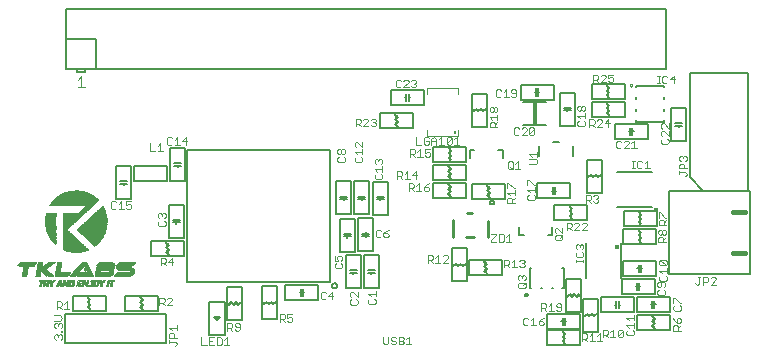
<source format=gbr>
G04 EAGLE Gerber X2 export*
%TF.Part,Single*%
%TF.FileFunction,Legend,Top,1*%
%TF.FilePolarity,Positive*%
%TF.GenerationSoftware,Autodesk,EAGLE,8.7.0*%
%TF.CreationDate,2018-05-30T02:05:41Z*%
G75*
%MOMM*%
%FSLAX34Y34*%
%LPD*%
%AMOC8*
5,1,8,0,0,1.08239X$1,22.5*%
G01*
%ADD10R,0.114300X0.012700*%
%ADD11R,0.076200X0.012700*%
%ADD12R,0.342900X0.012700*%
%ADD13R,0.381000X0.012700*%
%ADD14R,0.304800X0.012700*%
%ADD15R,0.012700X0.012700*%
%ADD16R,0.025400X0.012700*%
%ADD17R,0.038100X0.012700*%
%ADD18R,0.088900X0.012700*%
%ADD19R,0.063500X0.012700*%
%ADD20R,0.317500X0.012700*%
%ADD21R,0.050800X0.012700*%
%ADD22R,0.254000X0.012700*%
%ADD23R,0.101600X0.012700*%
%ADD24R,0.355600X0.012700*%
%ADD25R,0.368300X0.012700*%
%ADD26R,0.393700X0.012700*%
%ADD27R,0.330200X0.012700*%
%ADD28R,0.190500X0.012700*%
%ADD29R,0.127000X0.012700*%
%ADD30R,0.177800X0.012700*%
%ADD31R,0.165100X0.012700*%
%ADD32R,0.228600X0.012700*%
%ADD33R,0.139700X0.012700*%
%ADD34R,0.152400X0.012700*%
%ADD35R,0.203200X0.012700*%
%ADD36R,0.279400X0.012700*%
%ADD37R,0.292100X0.012700*%
%ADD38R,0.215900X0.012700*%
%ADD39R,0.266700X0.012700*%
%ADD40R,0.546100X0.012700*%
%ADD41R,1.054100X0.012700*%
%ADD42R,0.419100X0.012700*%
%ADD43R,1.371600X0.012700*%
%ADD44R,1.117600X0.012700*%
%ADD45R,1.181100X0.012700*%
%ADD46R,1.041400X0.012700*%
%ADD47R,1.346200X0.012700*%
%ADD48R,1.155700X0.012700*%
%ADD49R,0.508000X0.012700*%
%ADD50R,1.028700X0.012700*%
%ADD51R,1.308100X0.012700*%
%ADD52R,1.193800X0.012700*%
%ADD53R,1.231900X0.012700*%
%ADD54R,0.520700X0.012700*%
%ADD55R,0.406400X0.012700*%
%ADD56R,1.270000X0.012700*%
%ADD57R,1.295400X0.012700*%
%ADD58R,1.066800X0.012700*%
%ADD59R,1.282700X0.012700*%
%ADD60R,1.358900X0.012700*%
%ADD61R,1.092200X0.012700*%
%ADD62R,1.257300X0.012700*%
%ADD63R,1.244600X0.012700*%
%ADD64R,1.397000X0.012700*%
%ADD65R,1.384300X0.012700*%
%ADD66R,1.104900X0.012700*%
%ADD67R,1.219200X0.012700*%
%ADD68R,1.409700X0.012700*%
%ADD69R,1.206500X0.012700*%
%ADD70R,1.435100X0.012700*%
%ADD71R,1.130300X0.012700*%
%ADD72R,1.143000X0.012700*%
%ADD73R,1.168400X0.012700*%
%ADD74R,1.460500X0.012700*%
%ADD75R,1.422400X0.012700*%
%ADD76R,1.473200X0.012700*%
%ADD77R,1.498600X0.012700*%
%ADD78R,1.511300X0.012700*%
%ADD79R,1.003300X0.012700*%
%ADD80R,0.495300X0.012700*%
%ADD81R,0.977900X0.012700*%
%ADD82R,0.965200X0.012700*%
%ADD83R,0.482600X0.012700*%
%ADD84R,0.927100X0.012700*%
%ADD85R,0.914400X0.012700*%
%ADD86R,0.723900X0.012700*%
%ADD87R,0.749300X0.012700*%
%ADD88R,0.812800X0.012700*%
%ADD89R,0.469900X0.012700*%
%ADD90R,1.485900X0.012700*%
%ADD91R,0.444500X0.012700*%
%ADD92R,0.711200X0.012700*%
%ADD93R,1.447800X0.012700*%
%ADD94R,0.800100X0.012700*%
%ADD95R,1.333500X0.012700*%
%ADD96R,0.774700X0.012700*%
%ADD97R,0.762000X0.012700*%
%ADD98R,0.736600X0.012700*%
%ADD99R,0.431800X0.012700*%
%ADD100R,0.698500X0.012700*%
%ADD101R,1.320800X0.012700*%
%ADD102R,0.685800X0.012700*%
%ADD103R,0.673100X0.012700*%
%ADD104R,0.825500X0.012700*%
%ADD105R,0.838200X0.012700*%
%ADD106R,0.457200X0.012700*%
%ADD107R,0.901700X0.012700*%
%ADD108R,0.863600X0.012700*%
%ADD109R,0.660400X0.012700*%
%ADD110R,0.635000X0.012700*%
%ADD111R,0.622300X0.012700*%
%ADD112R,0.596900X0.012700*%
%ADD113R,0.571500X0.012700*%
%ADD114R,0.558800X0.012700*%
%ADD115R,0.533400X0.012700*%
%ADD116R,0.990600X0.012700*%
%ADD117R,0.241300X0.012700*%
%ADD118R,0.952500X0.012700*%
%ADD119R,1.524000X0.012700*%
%ADD120R,1.612900X0.012700*%
%ADD121R,1.701800X0.012700*%
%ADD122R,1.765300X0.012700*%
%ADD123R,1.803400X0.012700*%
%ADD124R,1.892300X0.012700*%
%ADD125R,1.943100X0.012700*%
%ADD126R,2.006600X0.012700*%
%ADD127R,2.032000X0.012700*%
%ADD128R,2.057400X0.012700*%
%ADD129R,2.044700X0.012700*%
%ADD130R,2.019300X0.012700*%
%ADD131R,1.993900X0.012700*%
%ADD132R,1.981200X0.012700*%
%ADD133R,1.968500X0.012700*%
%ADD134R,1.955800X0.012700*%
%ADD135R,1.930400X0.012700*%
%ADD136R,1.917700X0.012700*%
%ADD137R,1.905000X0.012700*%
%ADD138R,1.879600X0.012700*%
%ADD139R,1.854200X0.012700*%
%ADD140R,1.841500X0.012700*%
%ADD141R,1.828800X0.012700*%
%ADD142R,1.816100X0.012700*%
%ADD143R,1.790700X0.012700*%
%ADD144R,1.778000X0.012700*%
%ADD145R,1.752600X0.012700*%
%ADD146R,1.739900X0.012700*%
%ADD147R,1.727200X0.012700*%
%ADD148R,1.714500X0.012700*%
%ADD149R,1.689100X0.012700*%
%ADD150R,1.676400X0.012700*%
%ADD151R,1.663700X0.012700*%
%ADD152R,1.651000X0.012700*%
%ADD153R,1.638300X0.012700*%
%ADD154R,1.625600X0.012700*%
%ADD155R,1.600200X0.012700*%
%ADD156R,1.587500X0.012700*%
%ADD157R,1.574800X0.012700*%
%ADD158R,1.562100X0.012700*%
%ADD159R,1.549400X0.012700*%
%ADD160R,1.536700X0.012700*%
%ADD161R,0.584200X0.012700*%
%ADD162R,0.609600X0.012700*%
%ADD163R,0.876300X0.012700*%
%ADD164R,0.939800X0.012700*%
%ADD165R,1.016000X0.012700*%
%ADD166R,1.079500X0.012700*%
%ADD167R,0.850900X0.012700*%
%ADD168R,0.787400X0.012700*%
%ADD169R,0.647700X0.012700*%
%ADD170R,2.082800X0.012700*%
%ADD171R,2.095500X0.012700*%
%ADD172R,2.120900X0.012700*%
%ADD173R,2.146300X0.012700*%
%ADD174R,2.171700X0.012700*%
%ADD175R,2.197100X0.012700*%
%ADD176R,2.209800X0.012700*%
%ADD177R,2.247900X0.012700*%
%ADD178R,2.260600X0.012700*%
%ADD179R,2.286000X0.012700*%
%ADD180R,2.311400X0.012700*%
%ADD181R,2.336800X0.012700*%
%ADD182R,2.349500X0.012700*%
%ADD183R,2.362200X0.012700*%
%ADD184R,2.387600X0.012700*%
%ADD185R,2.374900X0.012700*%
%ADD186R,2.324100X0.012700*%
%ADD187R,2.298700X0.012700*%
%ADD188R,2.273300X0.012700*%
%ADD189R,2.235200X0.012700*%
%ADD190R,2.133600X0.012700*%
%ADD191R,2.108200X0.012700*%
%ADD192R,0.889000X0.012700*%
%ADD193R,3.136900X0.012700*%
%ADD194R,3.098800X0.012700*%
%ADD195R,3.594100X0.012700*%
%ADD196R,3.619500X0.012700*%
%ADD197R,3.632200X0.012700*%
%ADD198R,3.644900X0.012700*%
%ADD199R,3.657600X0.012700*%
%ADD200R,3.670300X0.012700*%
%ADD201R,3.683000X0.012700*%
%ADD202R,3.695700X0.012700*%
%ADD203R,3.708400X0.012700*%
%ADD204R,3.721100X0.012700*%
%ADD205R,3.733800X0.012700*%
%ADD206R,3.746500X0.012700*%
%ADD207R,3.568700X0.012700*%
%ADD208R,3.543300X0.012700*%
%ADD209R,3.517900X0.012700*%
%ADD210R,3.492500X0.012700*%
%ADD211R,3.467100X0.012700*%
%ADD212R,3.429000X0.012700*%
%ADD213R,3.390900X0.012700*%
%ADD214R,3.365500X0.012700*%
%ADD215R,3.340100X0.012700*%
%ADD216R,3.314700X0.012700*%
%ADD217R,3.289300X0.012700*%
%ADD218R,3.251200X0.012700*%
%ADD219R,3.225800X0.012700*%
%ADD220R,3.187700X0.012700*%
%ADD221R,3.162300X0.012700*%
%ADD222R,3.111500X0.012700*%
%ADD223R,3.086100X0.012700*%
%ADD224R,3.060700X0.012700*%
%ADD225R,3.022600X0.012700*%
%ADD226R,2.984500X0.012700*%
%ADD227R,2.946400X0.012700*%
%ADD228R,2.908300X0.012700*%
%ADD229R,2.870200X0.012700*%
%ADD230R,2.832100X0.012700*%
%ADD231R,2.794000X0.012700*%
%ADD232R,2.755900X0.012700*%
%ADD233R,2.717800X0.012700*%
%ADD234R,2.679700X0.012700*%
%ADD235R,2.628900X0.012700*%
%ADD236R,2.590800X0.012700*%
%ADD237R,2.540000X0.012700*%
%ADD238R,2.501900X0.012700*%
%ADD239R,2.451100X0.012700*%
%ADD240R,2.400300X0.012700*%
%ADD241R,1.866900X0.012700*%
%ADD242C,0.050800*%
%ADD243C,0.127000*%
%ADD244C,0.200000*%
%ADD245C,0.203200*%
%ADD246C,0.101600*%
%ADD247R,0.300000X2.000000*%
%ADD248C,0.152400*%
%ADD249C,0.400000*%
%ADD250C,0.406400*%
%ADD251C,0.254000*%
%ADD252C,0.076200*%
%ADD253C,0.100000*%


D10*
X49724Y54777D03*
X52772Y54777D03*
X55693Y54777D03*
X58741Y54777D03*
X63821Y54777D03*
X67123Y54777D03*
X68774Y54777D03*
D11*
X72267Y54777D03*
D12*
X75251Y54777D03*
D13*
X82427Y54777D03*
D10*
X85665Y54777D03*
D11*
X89158Y54777D03*
D14*
X91698Y54777D03*
D12*
X96460Y54777D03*
D10*
X101159Y54777D03*
X106493Y54777D03*
X109541Y54777D03*
D15*
X49216Y54904D03*
X50359Y54904D03*
X52137Y54904D03*
X53280Y54904D03*
X55185Y54904D03*
X56328Y54904D03*
X63313Y54904D03*
X64329Y54904D03*
X68266Y54904D03*
X69282Y54904D03*
X71822Y54904D03*
X72711Y54904D03*
D16*
X77093Y54904D03*
D15*
X80585Y54904D03*
X85157Y54904D03*
X86173Y54904D03*
X88713Y54904D03*
D17*
X93285Y54904D03*
D16*
X94746Y54904D03*
X98302Y54904D03*
D15*
X105985Y54904D03*
X107128Y54904D03*
X110049Y54904D03*
D18*
X49851Y54904D03*
X52645Y54904D03*
X55820Y54904D03*
X58868Y54904D03*
D11*
X63885Y54904D03*
X67187Y54904D03*
D19*
X68774Y54904D03*
X72330Y54904D03*
D20*
X75124Y54904D03*
D12*
X82490Y54904D03*
D11*
X85729Y54904D03*
D21*
X89158Y54904D03*
D22*
X91698Y54904D03*
D14*
X96524Y54904D03*
D11*
X101223Y54904D03*
D18*
X106620Y54904D03*
D15*
X109033Y54904D03*
D11*
X109605Y54904D03*
D15*
X49343Y54904D03*
X53153Y54904D03*
X55312Y54904D03*
D16*
X58297Y54904D03*
D15*
X63440Y54904D03*
D16*
X66679Y54904D03*
D15*
X67631Y54904D03*
X68393Y54904D03*
X69155Y54904D03*
X71949Y54904D03*
D16*
X76839Y54904D03*
D15*
X80712Y54904D03*
X84268Y54904D03*
X85284Y54904D03*
X88840Y54904D03*
X89475Y54904D03*
D16*
X90301Y54904D03*
D15*
X93031Y54904D03*
X94936Y54904D03*
X98111Y54904D03*
D16*
X100715Y54904D03*
D15*
X101667Y54904D03*
X106112Y54904D03*
X109160Y54904D03*
X49216Y55031D03*
X50359Y55031D03*
X55185Y55031D03*
X56328Y55031D03*
X58233Y55031D03*
X59376Y55031D03*
X63313Y55031D03*
X64456Y55031D03*
X68266Y55031D03*
X71695Y55031D03*
X72711Y55031D03*
D16*
X77347Y55031D03*
D15*
X80585Y55031D03*
X85157Y55031D03*
X86173Y55031D03*
X88586Y55031D03*
X89602Y55031D03*
X90237Y55031D03*
X93412Y55031D03*
X94555Y55031D03*
X98492Y55031D03*
X100651Y55031D03*
X101794Y55031D03*
X105985Y55031D03*
X107128Y55031D03*
D18*
X49724Y55031D03*
X52772Y55031D03*
D23*
X55757Y55031D03*
D18*
X58741Y55031D03*
X63821Y55031D03*
D23*
X67060Y55031D03*
D18*
X68774Y55031D03*
D19*
X72203Y55031D03*
D12*
X75378Y55031D03*
X82490Y55031D03*
D11*
X85729Y55031D03*
X89031Y55031D03*
D14*
X91825Y55031D03*
D24*
X96524Y55031D03*
D18*
X101159Y55031D03*
X106493Y55031D03*
X109541Y55031D03*
D15*
X50232Y55031D03*
X52264Y55031D03*
X53280Y55031D03*
X59249Y55031D03*
X64329Y55031D03*
X67631Y55031D03*
X69282Y55031D03*
X71822Y55031D03*
X72584Y55031D03*
X73600Y55031D03*
X77156Y55031D03*
X80712Y55031D03*
X84268Y55031D03*
X85284Y55031D03*
X89475Y55031D03*
X94682Y55031D03*
X98365Y55031D03*
X101667Y55031D03*
X107001Y55031D03*
X109033Y55031D03*
X110049Y55031D03*
X50359Y55158D03*
X52264Y55158D03*
X58233Y55158D03*
X59376Y55158D03*
X63440Y55158D03*
X64456Y55158D03*
X71695Y55158D03*
X72711Y55158D03*
X73600Y55158D03*
X77537Y55158D03*
X84395Y55158D03*
X85157Y55158D03*
X89602Y55158D03*
X90237Y55158D03*
X93539Y55158D03*
X94555Y55158D03*
X98619Y55158D03*
X100651Y55158D03*
X101794Y55158D03*
X105985Y55158D03*
X107128Y55158D03*
X109033Y55158D03*
D18*
X49851Y55158D03*
X52772Y55158D03*
X55820Y55158D03*
X58741Y55158D03*
X63948Y55158D03*
D23*
X67060Y55158D03*
D11*
X68838Y55158D03*
X72140Y55158D03*
D25*
X75505Y55158D03*
D24*
X82427Y55158D03*
D18*
X85665Y55158D03*
D11*
X89031Y55158D03*
D20*
X91888Y55158D03*
D25*
X96587Y55158D03*
D18*
X101159Y55158D03*
D23*
X106557Y55158D03*
D18*
X109541Y55158D03*
D15*
X49343Y55158D03*
X53280Y55158D03*
X55312Y55158D03*
X56328Y55158D03*
X59249Y55158D03*
X67631Y55158D03*
X68393Y55158D03*
X69282Y55158D03*
X72584Y55158D03*
X77410Y55158D03*
X84268Y55158D03*
X86173Y55158D03*
X88586Y55158D03*
X89475Y55158D03*
X94682Y55158D03*
X98492Y55158D03*
X101667Y55158D03*
X110049Y55158D03*
X52264Y55285D03*
X53407Y55285D03*
X59376Y55285D03*
X63440Y55285D03*
X64583Y55285D03*
X67631Y55285D03*
X69409Y55285D03*
X71568Y55285D03*
X72711Y55285D03*
X73600Y55285D03*
X77664Y55285D03*
X84395Y55285D03*
X86300Y55285D03*
X88459Y55285D03*
X89602Y55285D03*
X90237Y55285D03*
X93666Y55285D03*
X94555Y55285D03*
X101794Y55285D03*
X109033Y55285D03*
X110176Y55285D03*
D18*
X49851Y55285D03*
X52772Y55285D03*
X55820Y55285D03*
X58741Y55285D03*
D11*
X64012Y55285D03*
D23*
X67060Y55285D03*
D11*
X68838Y55285D03*
D23*
X72140Y55285D03*
D25*
X75632Y55285D03*
D12*
X82490Y55285D03*
D11*
X85729Y55285D03*
D23*
X89031Y55285D03*
D20*
X91888Y55285D03*
D26*
X96587Y55285D03*
D23*
X101223Y55285D03*
D18*
X106620Y55285D03*
X109541Y55285D03*
D15*
X49343Y55285D03*
X50359Y55285D03*
X53280Y55285D03*
X55312Y55285D03*
X56328Y55285D03*
X59249Y55285D03*
X63567Y55285D03*
X64456Y55285D03*
X68393Y55285D03*
X69282Y55285D03*
X73727Y55285D03*
X77537Y55285D03*
X80712Y55285D03*
X84268Y55285D03*
X85284Y55285D03*
X86173Y55285D03*
X93539Y55285D03*
X98619Y55285D03*
X106112Y55285D03*
X107128Y55285D03*
X110049Y55285D03*
X49343Y55412D03*
X52264Y55412D03*
X53407Y55412D03*
X55312Y55412D03*
X56455Y55412D03*
X63567Y55412D03*
X64583Y55412D03*
X66488Y55412D03*
X67631Y55412D03*
X68393Y55412D03*
X69409Y55412D03*
X73600Y55412D03*
X80712Y55412D03*
X84395Y55412D03*
X86300Y55412D03*
X93666Y55412D03*
X94555Y55412D03*
X98746Y55412D03*
X109033Y55412D03*
X110176Y55412D03*
D18*
X49851Y55412D03*
X52772Y55412D03*
X55820Y55412D03*
X58868Y55412D03*
X64075Y55412D03*
D23*
X67060Y55412D03*
D11*
X68838Y55412D03*
D23*
X72140Y55412D03*
D26*
X75632Y55412D03*
D24*
X82554Y55412D03*
D11*
X85729Y55412D03*
D23*
X89031Y55412D03*
D27*
X91952Y55412D03*
D26*
X96587Y55412D03*
D18*
X101286Y55412D03*
X106620Y55412D03*
X109541Y55412D03*
D15*
X50359Y55412D03*
X53280Y55412D03*
X56328Y55412D03*
X58360Y55412D03*
X59376Y55412D03*
X69282Y55412D03*
X71568Y55412D03*
X72711Y55412D03*
X77664Y55412D03*
X85284Y55412D03*
X86173Y55412D03*
X88459Y55412D03*
X89602Y55412D03*
X98619Y55412D03*
X100778Y55412D03*
X101794Y55412D03*
X106112Y55412D03*
X107128Y55412D03*
X110049Y55412D03*
X49343Y55539D03*
X50486Y55539D03*
X55312Y55539D03*
X56455Y55539D03*
X58360Y55539D03*
D28*
X65599Y55539D03*
D15*
X67631Y55539D03*
X68393Y55539D03*
X69409Y55539D03*
X71441Y55539D03*
X72838Y55539D03*
X77791Y55539D03*
X80712Y55539D03*
X85284Y55539D03*
X86300Y55539D03*
X88332Y55539D03*
X94555Y55539D03*
X98746Y55539D03*
X100778Y55539D03*
X106112Y55539D03*
X107255Y55539D03*
X110176Y55539D03*
D18*
X49851Y55539D03*
D23*
X52836Y55539D03*
D18*
X55820Y55539D03*
X58868Y55539D03*
D11*
X64139Y55539D03*
D18*
X66996Y55539D03*
D11*
X68965Y55539D03*
D10*
X72076Y55539D03*
D26*
X75759Y55539D03*
D24*
X82554Y55539D03*
D11*
X85729Y55539D03*
D10*
X88967Y55539D03*
D20*
X92015Y55539D03*
D26*
X96587Y55539D03*
D18*
X101286Y55539D03*
X106620Y55539D03*
X109668Y55539D03*
D15*
X50359Y55539D03*
X53407Y55539D03*
X56328Y55539D03*
X59376Y55539D03*
X63694Y55539D03*
X64583Y55539D03*
X67504Y55539D03*
X68520Y55539D03*
X72711Y55539D03*
X73727Y55539D03*
X84395Y55539D03*
X86173Y55539D03*
X89602Y55539D03*
X90364Y55539D03*
X93666Y55539D03*
X98619Y55539D03*
X101794Y55539D03*
X107128Y55539D03*
X109160Y55539D03*
X49343Y55666D03*
X50486Y55666D03*
X55312Y55666D03*
X56455Y55666D03*
X58360Y55666D03*
X59503Y55666D03*
X63694Y55666D03*
X67631Y55666D03*
X68393Y55666D03*
X72838Y55666D03*
X80712Y55666D03*
X85284Y55666D03*
X86300Y55666D03*
X88205Y55666D03*
X89729Y55666D03*
X90364Y55666D03*
X93793Y55666D03*
X94555Y55666D03*
X100778Y55666D03*
X101921Y55666D03*
X106112Y55666D03*
X107255Y55666D03*
X109160Y55666D03*
D18*
X49851Y55666D03*
X52899Y55666D03*
X55820Y55666D03*
X58868Y55666D03*
D23*
X64266Y55666D03*
D18*
X66996Y55666D03*
X68901Y55666D03*
D10*
X72076Y55666D03*
D23*
X74299Y55666D03*
D10*
X77156Y55666D03*
X81347Y55666D03*
D18*
X85792Y55666D03*
D10*
X88967Y55666D03*
D20*
X92015Y55666D03*
D29*
X95254Y55666D03*
D10*
X98111Y55666D03*
D18*
X101286Y55666D03*
X106620Y55666D03*
X109668Y55666D03*
D15*
X50359Y55666D03*
X52391Y55666D03*
X53407Y55666D03*
X56328Y55666D03*
X59376Y55666D03*
D30*
X65663Y55666D03*
D15*
X67504Y55666D03*
X69409Y55666D03*
X71441Y55666D03*
X72711Y55666D03*
X73727Y55666D03*
D30*
X75696Y55666D03*
D15*
X77791Y55666D03*
D22*
X83189Y55666D03*
D15*
X88332Y55666D03*
X89602Y55666D03*
X93666Y55666D03*
D31*
X96714Y55666D03*
D15*
X98746Y55666D03*
X101794Y55666D03*
X107128Y55666D03*
X110176Y55666D03*
X52391Y55793D03*
X53534Y55793D03*
X58360Y55793D03*
X59503Y55793D03*
X67631Y55793D03*
X69536Y55793D03*
X71314Y55793D03*
X72838Y55793D03*
X73727Y55793D03*
D28*
X75759Y55793D03*
D15*
X77918Y55793D03*
D22*
X83189Y55793D03*
D15*
X88205Y55793D03*
X89729Y55793D03*
D32*
X91444Y55793D03*
D15*
X93793Y55793D03*
D28*
X96714Y55793D03*
D15*
X100778Y55793D03*
X101921Y55793D03*
X107255Y55793D03*
X109160Y55793D03*
X110303Y55793D03*
D23*
X49915Y55793D03*
D18*
X52899Y55793D03*
X55947Y55793D03*
X58868Y55793D03*
D24*
X65663Y55793D03*
D11*
X68965Y55793D03*
D33*
X72076Y55793D03*
D18*
X74235Y55793D03*
D23*
X77220Y55793D03*
X81284Y55793D03*
D18*
X85792Y55793D03*
D29*
X88904Y55793D03*
D18*
X93158Y55793D03*
D23*
X95127Y55793D03*
X98175Y55793D03*
D18*
X101286Y55793D03*
X106620Y55793D03*
X109668Y55793D03*
D15*
X50486Y55793D03*
X53407Y55793D03*
X55439Y55793D03*
X56455Y55793D03*
X59376Y55793D03*
X63821Y55793D03*
X67504Y55793D03*
X68520Y55793D03*
X69409Y55793D03*
X74743Y55793D03*
X77791Y55793D03*
X81855Y55793D03*
X86300Y55793D03*
X89602Y55793D03*
X92650Y55793D03*
X93666Y55793D03*
X95698Y55793D03*
X98746Y55793D03*
X101794Y55793D03*
X107128Y55793D03*
X110176Y55793D03*
X52391Y55920D03*
X53534Y55920D03*
X55439Y55920D03*
X63821Y55920D03*
X67631Y55920D03*
X68520Y55920D03*
X69536Y55920D03*
X71187Y55920D03*
X73727Y55920D03*
X74870Y55920D03*
X76775Y55920D03*
X77918Y55920D03*
X81982Y55920D03*
X86427Y55920D03*
X88078Y55920D03*
X89729Y55920D03*
X92650Y55920D03*
X93793Y55920D03*
X97730Y55920D03*
X98873Y55920D03*
X101921Y55920D03*
X109160Y55920D03*
X110303Y55920D03*
D18*
X49978Y55920D03*
X52899Y55920D03*
X55947Y55920D03*
D23*
X58932Y55920D03*
D24*
X65663Y55920D03*
D11*
X68965Y55920D03*
D33*
X72076Y55920D03*
D18*
X74235Y55920D03*
D23*
X77347Y55920D03*
D18*
X81347Y55920D03*
D11*
X85856Y55920D03*
D34*
X88904Y55920D03*
D23*
X93222Y55920D03*
D18*
X95190Y55920D03*
X98238Y55920D03*
X101413Y55920D03*
X106747Y55920D03*
X109668Y55920D03*
D15*
X49470Y55920D03*
X50486Y55920D03*
X53407Y55920D03*
X56455Y55920D03*
X59503Y55920D03*
X67504Y55920D03*
X69409Y55920D03*
X71314Y55920D03*
X72838Y55920D03*
X74743Y55920D03*
X80839Y55920D03*
X81855Y55920D03*
X85411Y55920D03*
X86300Y55920D03*
X94682Y55920D03*
X95698Y55920D03*
X98746Y55920D03*
X100905Y55920D03*
X106239Y55920D03*
X107255Y55920D03*
X110176Y55920D03*
X49470Y56047D03*
X50613Y56047D03*
X52391Y56047D03*
X53534Y56047D03*
X55439Y56047D03*
X56582Y56047D03*
X67631Y56047D03*
X68520Y56047D03*
X69536Y56047D03*
X71187Y56047D03*
X73727Y56047D03*
X74870Y56047D03*
X80839Y56047D03*
X81982Y56047D03*
X85411Y56047D03*
X86427Y56047D03*
X94682Y56047D03*
X97730Y56047D03*
X98873Y56047D03*
X106239Y56047D03*
X109160Y56047D03*
X110303Y56047D03*
D18*
X49978Y56047D03*
X52899Y56047D03*
X55947Y56047D03*
X58995Y56047D03*
D12*
X65726Y56047D03*
D11*
X68965Y56047D03*
D34*
X72013Y56047D03*
D18*
X74235Y56047D03*
X77410Y56047D03*
X81347Y56047D03*
D11*
X85856Y56047D03*
D34*
X88904Y56047D03*
D18*
X93285Y56047D03*
X95190Y56047D03*
X98238Y56047D03*
X101413Y56047D03*
X106747Y56047D03*
D23*
X109732Y56047D03*
D15*
X50486Y56047D03*
X53407Y56047D03*
X56455Y56047D03*
X58487Y56047D03*
X59503Y56047D03*
X63948Y56047D03*
X67504Y56047D03*
X69409Y56047D03*
X72838Y56047D03*
X74743Y56047D03*
X76902Y56047D03*
X77918Y56047D03*
X81855Y56047D03*
X86300Y56047D03*
X88078Y56047D03*
X89729Y56047D03*
X92777Y56047D03*
X93793Y56047D03*
X95698Y56047D03*
X98746Y56047D03*
X100905Y56047D03*
X101921Y56047D03*
X107255Y56047D03*
X49470Y56174D03*
X50613Y56174D03*
X55439Y56174D03*
X56582Y56174D03*
X58487Y56174D03*
X59630Y56174D03*
X63948Y56174D03*
X68520Y56174D03*
X69536Y56174D03*
X71060Y56174D03*
X72965Y56174D03*
X74870Y56174D03*
X76902Y56174D03*
X78045Y56174D03*
X80839Y56174D03*
X81982Y56174D03*
X85411Y56174D03*
X86427Y56174D03*
X87951Y56174D03*
X92777Y56174D03*
X94682Y56174D03*
X95825Y56174D03*
X97730Y56174D03*
X98873Y56174D03*
X100905Y56174D03*
X106239Y56174D03*
X107382Y56174D03*
D18*
X49978Y56174D03*
X53026Y56174D03*
X55947Y56174D03*
X58995Y56174D03*
D12*
X65726Y56174D03*
D18*
X69028Y56174D03*
D31*
X71949Y56174D03*
D18*
X74362Y56174D03*
X77410Y56174D03*
D11*
X81411Y56174D03*
D18*
X85919Y56174D03*
D31*
X88840Y56174D03*
D18*
X93285Y56174D03*
X95190Y56174D03*
D23*
X98302Y56174D03*
D18*
X101413Y56174D03*
X106747Y56174D03*
X109795Y56174D03*
D15*
X50486Y56174D03*
X52518Y56174D03*
X53534Y56174D03*
X56455Y56174D03*
X59503Y56174D03*
X67504Y56174D03*
X72838Y56174D03*
X73854Y56174D03*
X77918Y56174D03*
X80966Y56174D03*
X81855Y56174D03*
X89729Y56174D03*
X93793Y56174D03*
X95698Y56174D03*
X101921Y56174D03*
X107255Y56174D03*
X109287Y56174D03*
X110303Y56174D03*
X49470Y56301D03*
X50613Y56301D03*
X52518Y56301D03*
X56582Y56301D03*
X58487Y56301D03*
X59630Y56301D03*
X72965Y56301D03*
X76902Y56301D03*
X78045Y56301D03*
X80839Y56301D03*
X85411Y56301D03*
X89856Y56301D03*
X92777Y56301D03*
X93920Y56301D03*
X94682Y56301D03*
X95825Y56301D03*
X100905Y56301D03*
X102048Y56301D03*
X106239Y56301D03*
X107382Y56301D03*
X109287Y56301D03*
D18*
X49978Y56301D03*
X53026Y56301D03*
D23*
X56011Y56301D03*
D18*
X58995Y56301D03*
X64583Y56301D03*
X66996Y56301D03*
X69028Y56301D03*
D31*
X71949Y56301D03*
D18*
X74362Y56301D03*
X77410Y56301D03*
D23*
X81411Y56301D03*
D18*
X85919Y56301D03*
D31*
X88840Y56301D03*
D18*
X93285Y56301D03*
X95190Y56301D03*
X98365Y56301D03*
X101413Y56301D03*
X106747Y56301D03*
X109795Y56301D03*
D15*
X50486Y56301D03*
X53534Y56301D03*
X59503Y56301D03*
X64075Y56301D03*
D34*
X65790Y56301D03*
D15*
X67504Y56301D03*
X69536Y56301D03*
X71060Y56301D03*
X72838Y56301D03*
X73854Y56301D03*
X74870Y56301D03*
X77918Y56301D03*
X81982Y56301D03*
X86427Y56301D03*
X87951Y56301D03*
X89729Y56301D03*
X93793Y56301D03*
X95698Y56301D03*
X97857Y56301D03*
X98873Y56301D03*
X101921Y56301D03*
X107255Y56301D03*
X110303Y56301D03*
X52518Y56428D03*
X53661Y56428D03*
X58487Y56428D03*
X59630Y56428D03*
X64075Y56428D03*
D33*
X65853Y56428D03*
D15*
X69663Y56428D03*
X70933Y56428D03*
X72965Y56428D03*
X73854Y56428D03*
X78045Y56428D03*
X87824Y56428D03*
X89856Y56428D03*
X92777Y56428D03*
X93920Y56428D03*
X95825Y56428D03*
X97857Y56428D03*
X100905Y56428D03*
X102048Y56428D03*
X107382Y56428D03*
X109287Y56428D03*
X110430Y56428D03*
D18*
X50105Y56428D03*
X53026Y56428D03*
X56074Y56428D03*
X58995Y56428D03*
X64583Y56428D03*
X66996Y56428D03*
D11*
X69092Y56428D03*
D30*
X71886Y56428D03*
D18*
X74362Y56428D03*
D23*
X77474Y56428D03*
D18*
X81474Y56428D03*
D11*
X85983Y56428D03*
D30*
X88777Y56428D03*
D18*
X93285Y56428D03*
X95317Y56428D03*
X98365Y56428D03*
X101413Y56428D03*
D23*
X106811Y56428D03*
D18*
X109795Y56428D03*
D15*
X49597Y56428D03*
X50613Y56428D03*
X53534Y56428D03*
X55566Y56428D03*
X56582Y56428D03*
X59503Y56428D03*
X65091Y56428D03*
X67504Y56428D03*
X68647Y56428D03*
X69536Y56428D03*
X72838Y56428D03*
X74870Y56428D03*
X80966Y56428D03*
X81982Y56428D03*
X85538Y56428D03*
X86427Y56428D03*
X89729Y56428D03*
X93793Y56428D03*
X94809Y56428D03*
X98873Y56428D03*
X101921Y56428D03*
X110303Y56428D03*
X52518Y56555D03*
X53661Y56555D03*
X55439Y56555D03*
X66488Y56555D03*
X68647Y56555D03*
X69663Y56555D03*
X73854Y56555D03*
X74997Y56555D03*
X82109Y56555D03*
X86554Y56555D03*
X87697Y56555D03*
X89856Y56555D03*
X93920Y56555D03*
X97857Y56555D03*
X99000Y56555D03*
X102048Y56555D03*
X109287Y56555D03*
X110430Y56555D03*
D18*
X50105Y56555D03*
X53026Y56555D03*
X56074Y56555D03*
X59122Y56555D03*
D11*
X64647Y56555D03*
D18*
X66996Y56555D03*
D11*
X69092Y56555D03*
D28*
X71949Y56555D03*
D18*
X74362Y56555D03*
X77537Y56555D03*
X81474Y56555D03*
D11*
X85983Y56555D03*
D28*
X88840Y56555D03*
D23*
X93349Y56555D03*
D18*
X95317Y56555D03*
X98365Y56555D03*
X101540Y56555D03*
X106874Y56555D03*
D11*
X109859Y56555D03*
D15*
X49597Y56555D03*
X50613Y56555D03*
X53534Y56555D03*
X55566Y56555D03*
X56582Y56555D03*
X58614Y56555D03*
X59630Y56555D03*
X64202Y56555D03*
X65091Y56555D03*
X67504Y56555D03*
X69536Y56555D03*
X70933Y56555D03*
X72965Y56555D03*
X74870Y56555D03*
X77029Y56555D03*
X78045Y56555D03*
X80966Y56555D03*
X81982Y56555D03*
X85538Y56555D03*
X86427Y56555D03*
X87824Y56555D03*
X94809Y56555D03*
X95825Y56555D03*
X98873Y56555D03*
X101032Y56555D03*
X106366Y56555D03*
X107382Y56555D03*
X109414Y56555D03*
X110303Y56555D03*
X49597Y56682D03*
X50740Y56682D03*
D30*
X54614Y56682D03*
D15*
X56709Y56682D03*
X58614Y56682D03*
X64202Y56682D03*
X65218Y56682D03*
X66488Y56682D03*
X68647Y56682D03*
X69663Y56682D03*
X70806Y56682D03*
X73854Y56682D03*
X74997Y56682D03*
X77029Y56682D03*
X80966Y56682D03*
X82109Y56682D03*
X85538Y56682D03*
X86554Y56682D03*
X87697Y56682D03*
X94809Y56682D03*
X97857Y56682D03*
X99000Y56682D03*
X101032Y56682D03*
X106366Y56682D03*
X107509Y56682D03*
X110430Y56682D03*
D18*
X50105Y56682D03*
D23*
X53090Y56682D03*
X56011Y56682D03*
D18*
X59122Y56682D03*
X64710Y56682D03*
X66996Y56682D03*
X69155Y56682D03*
D35*
X71886Y56682D03*
D18*
X74362Y56682D03*
X77537Y56682D03*
X81474Y56682D03*
D11*
X85983Y56682D03*
D35*
X88777Y56682D03*
D18*
X93412Y56682D03*
X95317Y56682D03*
X98365Y56682D03*
X101540Y56682D03*
X106874Y56682D03*
X109795Y56682D03*
D15*
X50613Y56682D03*
X53661Y56682D03*
X56582Y56682D03*
X59630Y56682D03*
X67504Y56682D03*
X72965Y56682D03*
X74870Y56682D03*
X78045Y56682D03*
X81982Y56682D03*
X86427Y56682D03*
X89856Y56682D03*
X92904Y56682D03*
X93920Y56682D03*
X95825Y56682D03*
X98873Y56682D03*
X102048Y56682D03*
X107382Y56682D03*
X110303Y56682D03*
X49597Y56809D03*
X50740Y56809D03*
X58614Y56809D03*
X59757Y56809D03*
X65345Y56809D03*
X66488Y56809D03*
X67504Y56809D03*
X68647Y56809D03*
X70679Y56809D03*
X73092Y56809D03*
X74997Y56809D03*
X77029Y56809D03*
X78172Y56809D03*
X80966Y56809D03*
D30*
X83062Y56809D03*
D15*
X85538Y56809D03*
X86554Y56809D03*
X87570Y56809D03*
X89983Y56809D03*
X92904Y56809D03*
X94047Y56809D03*
X94809Y56809D03*
X95952Y56809D03*
X99000Y56809D03*
X101032Y56809D03*
X102175Y56809D03*
X106366Y56809D03*
X107509Y56809D03*
D11*
X50169Y56809D03*
D13*
X54614Y56809D03*
D18*
X59122Y56809D03*
D11*
X64774Y56809D03*
D18*
X66996Y56809D03*
X69155Y56809D03*
D23*
X71378Y56809D03*
D11*
X72521Y56809D03*
D18*
X74489Y56809D03*
D11*
X77601Y56809D03*
D23*
X81538Y56809D03*
D18*
X86046Y56809D03*
D10*
X88205Y56809D03*
D11*
X89412Y56809D03*
D18*
X93412Y56809D03*
D11*
X95381Y56809D03*
D18*
X98492Y56809D03*
X101540Y56809D03*
X106874Y56809D03*
X109922Y56809D03*
D15*
X49724Y56809D03*
X50613Y56809D03*
X52645Y56809D03*
X56582Y56809D03*
X59630Y56809D03*
X64329Y56809D03*
X65218Y56809D03*
X69663Y56809D03*
X70806Y56809D03*
D16*
X72013Y56809D03*
D15*
X72965Y56809D03*
X73981Y56809D03*
X77156Y56809D03*
X78045Y56809D03*
X82109Y56809D03*
D16*
X88904Y56809D03*
D15*
X89856Y56809D03*
X93920Y56809D03*
X94936Y56809D03*
X95825Y56809D03*
X97984Y56809D03*
X102048Y56809D03*
X107382Y56809D03*
X109414Y56809D03*
X110430Y56809D03*
X50740Y56936D03*
X52645Y56936D03*
X56582Y56936D03*
X58614Y56936D03*
X59757Y56936D03*
X64329Y56936D03*
X65345Y56936D03*
X67504Y56936D03*
X70679Y56936D03*
D16*
X72013Y56936D03*
D15*
X73092Y56936D03*
X73981Y56936D03*
X77029Y56936D03*
X78172Y56936D03*
X84014Y56936D03*
X85538Y56936D03*
X88840Y56936D03*
X89983Y56936D03*
X92904Y56936D03*
X94047Y56936D03*
X94809Y56936D03*
X95952Y56936D03*
X101032Y56936D03*
X102175Y56936D03*
X106366Y56936D03*
X107509Y56936D03*
X109414Y56936D03*
D23*
X50169Y56936D03*
D25*
X54550Y56936D03*
D23*
X59186Y56936D03*
D18*
X64837Y56936D03*
X66996Y56936D03*
D11*
X69219Y56936D03*
D10*
X71314Y56936D03*
D11*
X72521Y56936D03*
D18*
X74489Y56936D03*
X77537Y56936D03*
D10*
X81601Y56936D03*
D18*
X86046Y56936D03*
D23*
X88142Y56936D03*
D11*
X89412Y56936D03*
D18*
X93412Y56936D03*
X95317Y56936D03*
X98492Y56936D03*
D23*
X101604Y56936D03*
D18*
X106874Y56936D03*
X109922Y56936D03*
D15*
X56455Y56936D03*
X66488Y56936D03*
X68774Y56936D03*
X69663Y56936D03*
X72965Y56936D03*
X74997Y56936D03*
X78045Y56936D03*
D30*
X83062Y56936D03*
D15*
X86554Y56936D03*
X87570Y56936D03*
X88713Y56936D03*
X88967Y56936D03*
X89856Y56936D03*
X93920Y56936D03*
X95825Y56936D03*
X97984Y56936D03*
X99000Y56936D03*
X107382Y56936D03*
X110430Y56936D03*
X52645Y57063D03*
D16*
X56392Y57063D03*
D15*
X59884Y57063D03*
X65472Y57063D03*
X67504Y57063D03*
X69790Y57063D03*
X70552Y57063D03*
X72076Y57063D03*
X73092Y57063D03*
X73981Y57063D03*
X75124Y57063D03*
X78172Y57063D03*
X84014Y57063D03*
X87443Y57063D03*
X88713Y57063D03*
X88967Y57063D03*
X89983Y57063D03*
X92904Y57063D03*
X94047Y57063D03*
X95952Y57063D03*
X97984Y57063D03*
X99127Y57063D03*
X102302Y57063D03*
X107509Y57063D03*
X109414Y57063D03*
X110557Y57063D03*
D18*
X50232Y57063D03*
D12*
X54423Y57063D03*
D10*
X59249Y57063D03*
D11*
X64901Y57063D03*
X66933Y57063D03*
X69219Y57063D03*
D10*
X71187Y57063D03*
D18*
X72584Y57063D03*
X74489Y57063D03*
X77664Y57063D03*
D36*
X82554Y57063D03*
D11*
X86110Y57063D03*
D10*
X88078Y57063D03*
D11*
X89412Y57063D03*
D23*
X93476Y57063D03*
D18*
X95444Y57063D03*
X98492Y57063D03*
D29*
X101604Y57063D03*
D18*
X107001Y57063D03*
X109922Y57063D03*
D15*
X49724Y57063D03*
X50740Y57063D03*
X56201Y57063D03*
X58614Y57063D03*
X64456Y57063D03*
X65345Y57063D03*
X66488Y57063D03*
X67377Y57063D03*
X68774Y57063D03*
X69663Y57063D03*
X71822Y57063D03*
X74997Y57063D03*
X77156Y57063D03*
X81093Y57063D03*
X85665Y57063D03*
X86554Y57063D03*
X89856Y57063D03*
X94936Y57063D03*
X99000Y57063D03*
X106493Y57063D03*
X110430Y57063D03*
X49724Y57190D03*
X52645Y57190D03*
D16*
X56392Y57190D03*
D15*
X58487Y57190D03*
X60011Y57190D03*
X64456Y57190D03*
X65472Y57190D03*
X67504Y57190D03*
X68774Y57190D03*
X69790Y57190D03*
X71822Y57190D03*
X72076Y57190D03*
X73981Y57190D03*
X75124Y57190D03*
X81093Y57190D03*
X86681Y57190D03*
X88713Y57190D03*
X88967Y57190D03*
X94936Y57190D03*
X97984Y57190D03*
X99127Y57190D03*
X100905Y57190D03*
X102429Y57190D03*
X109414Y57190D03*
X110557Y57190D03*
D18*
X50232Y57190D03*
D12*
X54423Y57190D03*
D29*
X59186Y57190D03*
D18*
X64964Y57190D03*
D11*
X66933Y57190D03*
X69219Y57190D03*
D23*
X71124Y57190D03*
D18*
X72584Y57190D03*
X74489Y57190D03*
X77664Y57190D03*
D36*
X82554Y57190D03*
D11*
X86110Y57190D03*
D23*
X88015Y57190D03*
D18*
X89475Y57190D03*
X93539Y57190D03*
X95444Y57190D03*
X98492Y57190D03*
D29*
X101604Y57190D03*
D18*
X107001Y57190D03*
X109922Y57190D03*
D15*
X50740Y57190D03*
X56201Y57190D03*
X59884Y57190D03*
X66488Y57190D03*
X67377Y57190D03*
X69663Y57190D03*
X70552Y57190D03*
X71695Y57190D03*
X73092Y57190D03*
X74997Y57190D03*
X77156Y57190D03*
X78172Y57190D03*
X84014Y57190D03*
X85665Y57190D03*
X86554Y57190D03*
X87443Y57190D03*
X88586Y57190D03*
X89983Y57190D03*
X93031Y57190D03*
X94047Y57190D03*
X95952Y57190D03*
X99000Y57190D03*
X102302Y57190D03*
X106493Y57190D03*
X107509Y57190D03*
X110430Y57190D03*
X49724Y57317D03*
X50867Y57317D03*
X56582Y57317D03*
X60138Y57317D03*
X65599Y57317D03*
X67504Y57317D03*
X68774Y57317D03*
X69790Y57317D03*
X70425Y57317D03*
X71695Y57317D03*
X73219Y57317D03*
X75124Y57317D03*
X77156Y57317D03*
X78299Y57317D03*
X81093Y57317D03*
X85665Y57317D03*
X86681Y57317D03*
X87316Y57317D03*
X88586Y57317D03*
X88967Y57317D03*
X94936Y57317D03*
X96079Y57317D03*
X97984Y57317D03*
X99127Y57317D03*
X102556Y57317D03*
X106493Y57317D03*
X107636Y57317D03*
X110557Y57317D03*
D18*
X50232Y57317D03*
D24*
X54614Y57317D03*
D33*
X59249Y57317D03*
D11*
X65028Y57317D03*
X66933Y57317D03*
X69219Y57317D03*
D10*
X71060Y57317D03*
D11*
X72648Y57317D03*
D23*
X74553Y57317D03*
D18*
X77664Y57317D03*
D36*
X82554Y57317D03*
D11*
X86110Y57317D03*
D10*
X87951Y57317D03*
D18*
X89475Y57317D03*
X93539Y57317D03*
X95444Y57317D03*
X98492Y57317D03*
D33*
X101667Y57317D03*
D18*
X107001Y57317D03*
D23*
X109986Y57317D03*
D15*
X50740Y57317D03*
X52772Y57317D03*
X56455Y57317D03*
X58487Y57317D03*
X60011Y57317D03*
X64583Y57317D03*
X65472Y57317D03*
X66488Y57317D03*
X67377Y57317D03*
X69663Y57317D03*
X72203Y57317D03*
X73092Y57317D03*
X78172Y57317D03*
X84014Y57317D03*
X86554Y57317D03*
X89983Y57317D03*
X93031Y57317D03*
X94047Y57317D03*
X95952Y57317D03*
X99000Y57317D03*
X100905Y57317D03*
X102429Y57317D03*
X107509Y57317D03*
X49724Y57444D03*
X50867Y57444D03*
D30*
X54741Y57444D03*
D15*
X56709Y57444D03*
X64583Y57444D03*
X65599Y57444D03*
X67504Y57444D03*
X68774Y57444D03*
X71695Y57444D03*
X73219Y57444D03*
X77156Y57444D03*
X78299Y57444D03*
X81093Y57444D03*
X84141Y57444D03*
X85665Y57444D03*
X86681Y57444D03*
X87189Y57444D03*
X90110Y57444D03*
X93031Y57444D03*
X94174Y57444D03*
X94936Y57444D03*
X96079Y57444D03*
X99127Y57444D03*
X100778Y57444D03*
X102556Y57444D03*
X106493Y57444D03*
X107636Y57444D03*
D18*
X50232Y57444D03*
D23*
X53344Y57444D03*
D18*
X56074Y57444D03*
D31*
X59249Y57444D03*
D18*
X65091Y57444D03*
D11*
X66933Y57444D03*
D18*
X69282Y57444D03*
D23*
X70997Y57444D03*
D11*
X72648Y57444D03*
D18*
X74616Y57444D03*
X77664Y57444D03*
D37*
X82617Y57444D03*
D18*
X86173Y57444D03*
D23*
X87888Y57444D03*
D11*
X89539Y57444D03*
D18*
X93539Y57444D03*
X95444Y57444D03*
X98619Y57444D03*
D31*
X101667Y57444D03*
D18*
X107001Y57444D03*
X110049Y57444D03*
D15*
X50740Y57444D03*
X52772Y57444D03*
X56582Y57444D03*
X60138Y57444D03*
X66488Y57444D03*
X67377Y57444D03*
X69790Y57444D03*
X70425Y57444D03*
X71568Y57444D03*
X72203Y57444D03*
X73092Y57444D03*
X74108Y57444D03*
X75124Y57444D03*
X78172Y57444D03*
X87316Y57444D03*
X88459Y57444D03*
X89094Y57444D03*
X89983Y57444D03*
X94047Y57444D03*
X95952Y57444D03*
X98111Y57444D03*
X107509Y57444D03*
X109541Y57444D03*
X110557Y57444D03*
X50867Y57571D03*
X52772Y57571D03*
X53915Y57571D03*
X55693Y57571D03*
X58360Y57571D03*
X60265Y57571D03*
X64710Y57571D03*
X65726Y57571D03*
X66361Y57571D03*
X67504Y57571D03*
X70298Y57571D03*
X71568Y57571D03*
X72203Y57571D03*
X73219Y57571D03*
X74108Y57571D03*
X77156Y57571D03*
X78299Y57571D03*
D30*
X83316Y57571D03*
D15*
X85665Y57571D03*
X88459Y57571D03*
X90110Y57571D03*
X93031Y57571D03*
X94174Y57571D03*
X94936Y57571D03*
X96079Y57571D03*
X100778Y57571D03*
X102683Y57571D03*
X107636Y57571D03*
X109541Y57571D03*
X110684Y57571D03*
D18*
X50359Y57571D03*
X53280Y57571D03*
X56201Y57571D03*
D30*
X59313Y57571D03*
D11*
X65155Y57571D03*
D18*
X66869Y57571D03*
X69282Y57571D03*
D10*
X70933Y57571D03*
D11*
X72648Y57571D03*
D18*
X74616Y57571D03*
D23*
X77728Y57571D03*
X81792Y57571D03*
D18*
X86173Y57571D03*
D10*
X87824Y57571D03*
D11*
X89539Y57571D03*
X93603Y57571D03*
D18*
X95444Y57571D03*
X98619Y57571D03*
D30*
X101731Y57571D03*
D23*
X107065Y57571D03*
D18*
X110049Y57571D03*
D15*
X49851Y57571D03*
X53788Y57571D03*
X56709Y57571D03*
X65599Y57571D03*
X67377Y57571D03*
X69790Y57571D03*
X73092Y57571D03*
X75124Y57571D03*
X81220Y57571D03*
X82363Y57571D03*
X86681Y57571D03*
X87189Y57571D03*
X89094Y57571D03*
X89983Y57571D03*
X93158Y57571D03*
X94047Y57571D03*
X95952Y57571D03*
X98111Y57571D03*
X99127Y57571D03*
X110557Y57571D03*
X52772Y57698D03*
X53915Y57698D03*
X55693Y57698D03*
X56836Y57698D03*
X60392Y57698D03*
X64710Y57698D03*
X65726Y57698D03*
X66361Y57698D03*
X67504Y57698D03*
X69917Y57698D03*
X70171Y57698D03*
X72203Y57698D03*
X74108Y57698D03*
X75251Y57698D03*
X82363Y57698D03*
X86808Y57698D03*
X87062Y57698D03*
X89094Y57698D03*
X90110Y57698D03*
X93031Y57698D03*
X94174Y57698D03*
X98111Y57698D03*
X99254Y57698D03*
X102810Y57698D03*
X109541Y57698D03*
X110684Y57698D03*
D18*
X50359Y57698D03*
D11*
X53344Y57698D03*
D18*
X56201Y57698D03*
D30*
X59313Y57698D03*
D18*
X65218Y57698D03*
X66869Y57698D03*
D11*
X69346Y57698D03*
D23*
X70870Y57698D03*
D11*
X72775Y57698D03*
D18*
X74616Y57698D03*
X77791Y57698D03*
X81728Y57698D03*
D11*
X86237Y57698D03*
D10*
X87697Y57698D03*
D11*
X89539Y57698D03*
D18*
X93539Y57698D03*
X95571Y57698D03*
X98619Y57698D03*
D30*
X101731Y57698D03*
D18*
X107128Y57698D03*
D11*
X110113Y57698D03*
D15*
X49851Y57698D03*
X50867Y57698D03*
X52899Y57698D03*
X53788Y57698D03*
X56709Y57698D03*
X58360Y57698D03*
X60265Y57698D03*
X67377Y57698D03*
X68901Y57698D03*
X69790Y57698D03*
X70298Y57698D03*
X71441Y57698D03*
X72330Y57698D03*
X73219Y57698D03*
X75124Y57698D03*
X77283Y57698D03*
X78299Y57698D03*
X81220Y57698D03*
X82236Y57698D03*
X85792Y57698D03*
X86681Y57698D03*
X88332Y57698D03*
X89983Y57698D03*
X94047Y57698D03*
X95063Y57698D03*
X96079Y57698D03*
X99127Y57698D03*
X100778Y57698D03*
X102683Y57698D03*
X106620Y57698D03*
X107636Y57698D03*
X109668Y57698D03*
X110557Y57698D03*
X49851Y57825D03*
X50994Y57825D03*
X52772Y57825D03*
X53915Y57825D03*
X56836Y57825D03*
X58233Y57825D03*
X60519Y57825D03*
X64837Y57825D03*
X65853Y57825D03*
X66361Y57825D03*
X67504Y57825D03*
X68901Y57825D03*
X69917Y57825D03*
X70171Y57825D03*
X71441Y57825D03*
X72203Y57825D03*
X74108Y57825D03*
X75251Y57825D03*
X81220Y57825D03*
X82363Y57825D03*
X86808Y57825D03*
X88332Y57825D03*
X89094Y57825D03*
X95063Y57825D03*
X98111Y57825D03*
X99254Y57825D03*
X100651Y57825D03*
X102937Y57825D03*
X106620Y57825D03*
X109541Y57825D03*
X110684Y57825D03*
D18*
X50359Y57825D03*
X53280Y57825D03*
D23*
X56265Y57825D03*
D18*
X58868Y57825D03*
D11*
X59948Y57825D03*
X65282Y57825D03*
X66933Y57825D03*
X69346Y57825D03*
D10*
X70806Y57825D03*
D18*
X72711Y57825D03*
X74616Y57825D03*
X77791Y57825D03*
X81728Y57825D03*
D11*
X86237Y57825D03*
D23*
X87634Y57825D03*
D18*
X89602Y57825D03*
X93666Y57825D03*
X95571Y57825D03*
X98619Y57825D03*
D23*
X101223Y57825D03*
D11*
X102366Y57825D03*
D18*
X107128Y57825D03*
X110049Y57825D03*
D15*
X50867Y57825D03*
X53788Y57825D03*
X58360Y57825D03*
D16*
X59440Y57825D03*
D15*
X60392Y57825D03*
X65726Y57825D03*
X66488Y57825D03*
X67377Y57825D03*
X69790Y57825D03*
X73219Y57825D03*
X75124Y57825D03*
X77283Y57825D03*
X78299Y57825D03*
X82236Y57825D03*
X85792Y57825D03*
X86681Y57825D03*
X87062Y57825D03*
X88205Y57825D03*
X90110Y57825D03*
X93158Y57825D03*
X94174Y57825D03*
X96079Y57825D03*
X99127Y57825D03*
D16*
X101858Y57825D03*
D15*
X102810Y57825D03*
X107636Y57825D03*
X110557Y57825D03*
X49851Y57952D03*
X50994Y57952D03*
X53915Y57952D03*
X58233Y57952D03*
D16*
X59440Y57952D03*
D15*
X64837Y57952D03*
X65853Y57952D03*
X66361Y57952D03*
X68901Y57952D03*
X70044Y57952D03*
X73346Y57952D03*
X75251Y57952D03*
X77283Y57952D03*
X78426Y57952D03*
X81220Y57952D03*
X82363Y57952D03*
X85792Y57952D03*
D16*
X86872Y57952D03*
D15*
X93158Y57952D03*
X95063Y57952D03*
X96206Y57952D03*
X98111Y57952D03*
X99254Y57952D03*
X100651Y57952D03*
D16*
X101858Y57952D03*
D15*
X106620Y57952D03*
X107763Y57952D03*
X110684Y57952D03*
D11*
X50423Y57952D03*
D18*
X53407Y57952D03*
X56328Y57952D03*
X58741Y57952D03*
X60011Y57952D03*
X65345Y57952D03*
D11*
X66933Y57952D03*
D18*
X69409Y57952D03*
D10*
X70679Y57952D03*
D11*
X72775Y57952D03*
D18*
X74743Y57952D03*
X77791Y57952D03*
D23*
X81792Y57952D03*
D11*
X86237Y57952D03*
D10*
X87570Y57952D03*
D18*
X89602Y57952D03*
X93666Y57952D03*
X95571Y57952D03*
D23*
X98683Y57952D03*
D18*
X101159Y57952D03*
X102429Y57952D03*
X107128Y57952D03*
X110176Y57952D03*
D15*
X49978Y57952D03*
X50867Y57952D03*
X52899Y57952D03*
X55820Y57952D03*
X56836Y57952D03*
X59249Y57952D03*
X60519Y57952D03*
X66488Y57952D03*
X67377Y57952D03*
X69917Y57952D03*
X71314Y57952D03*
X72330Y57952D03*
X73219Y57952D03*
X74235Y57952D03*
X78299Y57952D03*
X86681Y57952D03*
X88205Y57952D03*
X90110Y57952D03*
X94174Y57952D03*
X96079Y57952D03*
X101667Y57952D03*
X102937Y57952D03*
X107636Y57952D03*
X109668Y57952D03*
X49851Y58079D03*
X50994Y58079D03*
X52899Y58079D03*
X55820Y58079D03*
X56963Y58079D03*
X59630Y58079D03*
X60646Y58079D03*
X64964Y58079D03*
X65980Y58079D03*
X66361Y58079D03*
X68901Y58079D03*
X71314Y58079D03*
X72330Y58079D03*
X73346Y58079D03*
X77283Y58079D03*
X78426Y58079D03*
X81220Y58079D03*
X85792Y58079D03*
X88205Y58079D03*
X90237Y58079D03*
X93158Y58079D03*
X94301Y58079D03*
X95063Y58079D03*
X96206Y58079D03*
X102048Y58079D03*
X103064Y58079D03*
X106620Y58079D03*
X107763Y58079D03*
D18*
X50359Y58079D03*
X53407Y58079D03*
X56328Y58079D03*
X58741Y58079D03*
X60138Y58079D03*
D11*
X65409Y58079D03*
X66933Y58079D03*
D18*
X69409Y58079D03*
D10*
X70679Y58079D03*
D11*
X72775Y58079D03*
D18*
X74743Y58079D03*
X77791Y58079D03*
D23*
X81792Y58079D03*
D18*
X86300Y58079D03*
D23*
X87507Y58079D03*
D11*
X89666Y58079D03*
D18*
X93666Y58079D03*
X95571Y58079D03*
X98746Y58079D03*
X101159Y58079D03*
X102556Y58079D03*
X107128Y58079D03*
X110176Y58079D03*
D15*
X50867Y58079D03*
X53915Y58079D03*
X56836Y58079D03*
X58233Y58079D03*
X59249Y58079D03*
X65853Y58079D03*
X66488Y58079D03*
X67377Y58079D03*
D16*
X69981Y58079D03*
D15*
X73219Y58079D03*
X74235Y58079D03*
X75251Y58079D03*
X78299Y58079D03*
X82363Y58079D03*
D16*
X86872Y58079D03*
D15*
X88078Y58079D03*
X89221Y58079D03*
X90110Y58079D03*
X94174Y58079D03*
X96079Y58079D03*
X98238Y58079D03*
X99254Y58079D03*
X100651Y58079D03*
X101667Y58079D03*
X107636Y58079D03*
X109668Y58079D03*
X110684Y58079D03*
X50994Y58206D03*
X52899Y58206D03*
X54042Y58206D03*
X55820Y58206D03*
X56963Y58206D03*
X58106Y58206D03*
X59249Y58206D03*
X60773Y58206D03*
X64964Y58206D03*
X65980Y58206D03*
X66361Y58206D03*
X72330Y58206D03*
X73346Y58206D03*
X74235Y58206D03*
X77283Y58206D03*
X78426Y58206D03*
X85792Y58206D03*
X88078Y58206D03*
X89221Y58206D03*
X90237Y58206D03*
X93158Y58206D03*
X94301Y58206D03*
X96206Y58206D03*
X98238Y58206D03*
X100524Y58206D03*
X101667Y58206D03*
X103191Y58206D03*
X107763Y58206D03*
X109668Y58206D03*
X110811Y58206D03*
D18*
X50486Y58206D03*
D11*
X53471Y58206D03*
D18*
X56328Y58206D03*
D23*
X58678Y58206D03*
D11*
X60202Y58206D03*
X65536Y58206D03*
D18*
X66869Y58206D03*
D35*
X70108Y58206D03*
D18*
X72838Y58206D03*
D11*
X74807Y58206D03*
D23*
X77855Y58206D03*
X81792Y58206D03*
D38*
X86935Y58206D03*
D11*
X89666Y58206D03*
D18*
X93666Y58206D03*
X95571Y58206D03*
X98746Y58206D03*
X101032Y58206D03*
D11*
X102620Y58206D03*
D18*
X107255Y58206D03*
X110176Y58206D03*
D15*
X49978Y58206D03*
X53026Y58206D03*
X53915Y58206D03*
X56836Y58206D03*
X59757Y58206D03*
X60646Y58206D03*
X65091Y58206D03*
X67377Y58206D03*
X69028Y58206D03*
X71187Y58206D03*
X74362Y58206D03*
X75251Y58206D03*
X82363Y58206D03*
X90110Y58206D03*
X94174Y58206D03*
X96079Y58206D03*
X99254Y58206D03*
X101540Y58206D03*
X102175Y58206D03*
X103064Y58206D03*
X106747Y58206D03*
X110684Y58206D03*
X49978Y58333D03*
X52899Y58333D03*
X54042Y58333D03*
X55820Y58333D03*
X56963Y58333D03*
X58106Y58333D03*
X59249Y58333D03*
X59757Y58333D03*
X60900Y58333D03*
X65091Y58333D03*
X66107Y58333D03*
X66361Y58333D03*
X71187Y58333D03*
X72330Y58333D03*
X74235Y58333D03*
X75378Y58333D03*
X82490Y58333D03*
X88078Y58333D03*
X89221Y58333D03*
X90237Y58333D03*
X94301Y58333D03*
X98238Y58333D03*
X99381Y58333D03*
X100524Y58333D03*
X101667Y58333D03*
X102175Y58333D03*
X103318Y58333D03*
X109668Y58333D03*
X110811Y58333D03*
D18*
X50486Y58333D03*
D16*
X53090Y58333D03*
D18*
X56328Y58333D03*
X58614Y58333D03*
D11*
X60329Y58333D03*
X65536Y58333D03*
D18*
X66869Y58333D03*
D28*
X70044Y58333D03*
D18*
X72838Y58333D03*
D15*
X74362Y58333D03*
D18*
X77918Y58333D03*
D15*
X81474Y58333D03*
D28*
X86935Y58333D03*
D18*
X89729Y58333D03*
D23*
X93730Y58333D03*
D18*
X95698Y58333D03*
X98746Y58333D03*
X101032Y58333D03*
D11*
X102747Y58333D03*
D18*
X107255Y58333D03*
X110176Y58333D03*
D15*
X50994Y58333D03*
D11*
X53598Y58333D03*
D15*
X56836Y58333D03*
X59122Y58333D03*
X59884Y58333D03*
X60773Y58333D03*
X65980Y58333D03*
X67377Y58333D03*
X69028Y58333D03*
X71060Y58333D03*
X73346Y58333D03*
D18*
X74870Y58333D03*
D15*
X77410Y58333D03*
X78426Y58333D03*
X81347Y58333D03*
D18*
X81982Y58333D03*
D15*
X85919Y58333D03*
X87951Y58333D03*
X95190Y58333D03*
X96206Y58333D03*
X99254Y58333D03*
X101540Y58333D03*
X102302Y58333D03*
X103191Y58333D03*
X106747Y58333D03*
X107763Y58333D03*
X110684Y58333D03*
X49978Y58460D03*
X51121Y58460D03*
D10*
X53534Y58460D03*
D15*
X59884Y58460D03*
X65091Y58460D03*
X66107Y58460D03*
X66361Y58460D03*
X69028Y58460D03*
X71060Y58460D03*
X72330Y58460D03*
D23*
X74807Y58460D03*
D10*
X81855Y58460D03*
D15*
X85919Y58460D03*
X87951Y58460D03*
X89221Y58460D03*
X95190Y58460D03*
X98238Y58460D03*
X99381Y58460D03*
X102302Y58460D03*
X106747Y58460D03*
X110811Y58460D03*
D18*
X50486Y58460D03*
X56455Y58460D03*
X58614Y58460D03*
X60392Y58460D03*
D11*
X65663Y58460D03*
D18*
X66869Y58460D03*
D28*
X70044Y58460D03*
D18*
X72838Y58460D03*
X77918Y58460D03*
D28*
X86935Y58460D03*
D18*
X89729Y58460D03*
X93793Y58460D03*
X95698Y58460D03*
X98746Y58460D03*
X101032Y58460D03*
X102810Y58460D03*
X107255Y58460D03*
D23*
X110240Y58460D03*
D15*
X50994Y58460D03*
X55947Y58460D03*
X56963Y58460D03*
X58106Y58460D03*
X59122Y58460D03*
X60900Y58460D03*
X65218Y58460D03*
X67377Y58460D03*
X73346Y58460D03*
X77410Y58460D03*
X78426Y58460D03*
X90237Y58460D03*
X93285Y58460D03*
X94301Y58460D03*
X96206Y58460D03*
X99254Y58460D03*
X100524Y58460D03*
X101540Y58460D03*
X103318Y58460D03*
X107763Y58460D03*
X49978Y58587D03*
X51121Y58587D03*
X57979Y58587D03*
X59122Y58587D03*
X60011Y58587D03*
X61027Y58587D03*
X65218Y58587D03*
D16*
X66298Y58587D03*
D15*
X67377Y58587D03*
X69028Y58587D03*
X71060Y58587D03*
X73473Y58587D03*
X78553Y58587D03*
X85919Y58587D03*
X89221Y58587D03*
X93285Y58587D03*
X94428Y58587D03*
X95190Y58587D03*
X96333Y58587D03*
X99381Y58587D03*
X100397Y58587D03*
X101540Y58587D03*
X102429Y58587D03*
X103445Y58587D03*
X106747Y58587D03*
X107890Y58587D03*
D18*
X50486Y58587D03*
X56455Y58587D03*
D23*
X58551Y58587D03*
D18*
X60519Y58587D03*
D11*
X65663Y58587D03*
D18*
X66869Y58587D03*
D30*
X69981Y58587D03*
D11*
X72902Y58587D03*
D18*
X77918Y58587D03*
D30*
X86872Y58587D03*
D11*
X89793Y58587D03*
D18*
X93793Y58587D03*
X95698Y58587D03*
X98746Y58587D03*
D23*
X100969Y58587D03*
D18*
X102937Y58587D03*
X107255Y58587D03*
X110303Y58587D03*
D15*
X50994Y58587D03*
X55947Y58587D03*
X56963Y58587D03*
X66107Y58587D03*
X70933Y58587D03*
X72457Y58587D03*
X73346Y58587D03*
X77410Y58587D03*
X78426Y58587D03*
X87824Y58587D03*
X89348Y58587D03*
X90237Y58587D03*
X94301Y58587D03*
X96206Y58587D03*
X99254Y58587D03*
X107763Y58587D03*
X109795Y58587D03*
X110811Y58587D03*
X49978Y58714D03*
X51121Y58714D03*
X57090Y58714D03*
X57979Y58714D03*
X59122Y58714D03*
X60011Y58714D03*
X61154Y58714D03*
X67377Y58714D03*
X70933Y58714D03*
X72457Y58714D03*
X73473Y58714D03*
X77283Y58714D03*
X78553Y58714D03*
X85919Y58714D03*
X87824Y58714D03*
X90364Y58714D03*
X93285Y58714D03*
X94428Y58714D03*
X95190Y58714D03*
X96333Y58714D03*
X98238Y58714D03*
X100397Y58714D03*
X101540Y58714D03*
X102429Y58714D03*
X103572Y58714D03*
X106747Y58714D03*
X107890Y58714D03*
X109795Y58714D03*
D23*
X50550Y58714D03*
D18*
X56455Y58714D03*
X58487Y58714D03*
X60646Y58714D03*
D11*
X65790Y58714D03*
X66806Y58714D03*
D30*
X69981Y58714D03*
D11*
X72902Y58714D03*
D23*
X77855Y58714D03*
D30*
X86872Y58714D03*
D11*
X89793Y58714D03*
D18*
X93793Y58714D03*
D23*
X95762Y58714D03*
X98810Y58714D03*
D18*
X100905Y58714D03*
D11*
X103001Y58714D03*
D18*
X107255Y58714D03*
X110303Y58714D03*
D15*
X55947Y58714D03*
X56963Y58714D03*
X58995Y58714D03*
X60138Y58714D03*
X65345Y58714D03*
D16*
X66298Y58714D03*
D15*
X67250Y58714D03*
X73346Y58714D03*
X78426Y58714D03*
X89348Y58714D03*
X90237Y58714D03*
X94301Y58714D03*
X99381Y58714D03*
X101413Y58714D03*
X102556Y58714D03*
X103445Y58714D03*
X107763Y58714D03*
X110811Y58714D03*
D29*
X49407Y58841D03*
X51820Y58841D03*
D37*
X54423Y58841D03*
D15*
X57090Y58841D03*
X59122Y58841D03*
X60138Y58841D03*
X61281Y58841D03*
X65345Y58841D03*
X67377Y58841D03*
X70933Y58841D03*
X72457Y58841D03*
X73473Y58841D03*
D37*
X75759Y58841D03*
D15*
X78553Y58841D03*
D13*
X83316Y58841D03*
D15*
X89348Y58841D03*
X90364Y58841D03*
D18*
X92904Y58841D03*
D15*
X94428Y58841D03*
D30*
X97286Y58841D03*
D15*
X102556Y58841D03*
X103699Y58841D03*
X107890Y58841D03*
D10*
X109160Y58841D03*
D29*
X111510Y58841D03*
D23*
X50550Y58841D03*
D18*
X56455Y58841D03*
X58487Y58841D03*
X60646Y58841D03*
D30*
X66298Y58841D03*
D34*
X69981Y58841D03*
D18*
X72965Y58841D03*
D23*
X77855Y58841D03*
D31*
X86808Y58841D03*
D11*
X89793Y58841D03*
D18*
X93793Y58841D03*
D10*
X95825Y58841D03*
D23*
X98810Y58841D03*
D18*
X100905Y58841D03*
X103064Y58841D03*
D23*
X107319Y58841D03*
X110367Y58841D03*
D15*
X51121Y58841D03*
X55947Y58841D03*
X56963Y58841D03*
X57979Y58841D03*
X58995Y58841D03*
X61154Y58841D03*
X67250Y58841D03*
X69155Y58841D03*
X70806Y58841D03*
X77283Y58841D03*
X78426Y58841D03*
X87697Y58841D03*
X90237Y58841D03*
X94301Y58841D03*
X98238Y58841D03*
X99381Y58841D03*
X100397Y58841D03*
X101413Y58841D03*
X103572Y58841D03*
X109795Y58841D03*
X48835Y58968D03*
X52391Y58968D03*
X53026Y58968D03*
X57090Y58968D03*
X57852Y58968D03*
X60265Y58968D03*
X67377Y58968D03*
X69155Y58968D03*
X70806Y58968D03*
X72457Y58968D03*
X74362Y58968D03*
X78553Y58968D03*
X85157Y58968D03*
X87697Y58968D03*
X89348Y58968D03*
X90364Y58968D03*
X94428Y58968D03*
X99508Y58968D03*
X100270Y58968D03*
X101413Y58968D03*
X102683Y58968D03*
X112208Y58968D03*
D27*
X50677Y58968D03*
D13*
X55122Y58968D03*
D23*
X58424Y58968D03*
D18*
X60773Y58968D03*
D31*
X66361Y58968D03*
D34*
X69981Y58968D03*
D11*
X73029Y58968D03*
D13*
X76458Y58968D03*
D27*
X83316Y58968D03*
D34*
X86872Y58968D03*
D18*
X89856Y58968D03*
D31*
X93539Y58968D03*
D26*
X97349Y58968D03*
D23*
X100842Y58968D03*
D18*
X103191Y58968D03*
X107382Y58968D03*
D12*
X110430Y58968D03*
D15*
X48962Y58968D03*
X53153Y58968D03*
X58995Y58968D03*
X61281Y58968D03*
X65472Y58968D03*
X67250Y58968D03*
X72584Y58968D03*
X73473Y58968D03*
X74489Y58968D03*
X78426Y58968D03*
D16*
X81538Y58968D03*
D15*
X85030Y58968D03*
X86046Y58968D03*
D16*
X92587Y58968D03*
D15*
X95317Y58968D03*
X99381Y58968D03*
X103699Y58968D03*
X106874Y58968D03*
X107890Y58968D03*
X108652Y58968D03*
X48835Y59095D03*
X53026Y59095D03*
X57852Y59095D03*
X58995Y59095D03*
X60392Y59095D03*
X61408Y59095D03*
X65472Y59095D03*
X67377Y59095D03*
X69155Y59095D03*
X74362Y59095D03*
X78553Y59095D03*
X81474Y59095D03*
X85157Y59095D03*
X86046Y59095D03*
X89348Y59095D03*
X95317Y59095D03*
X99508Y59095D03*
X100270Y59095D03*
X101413Y59095D03*
X103826Y59095D03*
X106874Y59095D03*
X108017Y59095D03*
X108652Y59095D03*
X112208Y59095D03*
D12*
X50613Y59095D03*
D26*
X55058Y59095D03*
D18*
X58360Y59095D03*
X60900Y59095D03*
D31*
X66361Y59095D03*
D33*
X69917Y59095D03*
D18*
X72965Y59095D03*
D26*
X76394Y59095D03*
D24*
X83316Y59095D03*
D33*
X86808Y59095D03*
D18*
X89856Y59095D03*
D30*
X93476Y59095D03*
D26*
X97349Y59095D03*
D18*
X100778Y59095D03*
X103318Y59095D03*
X107382Y59095D03*
D27*
X110367Y59095D03*
D15*
X52391Y59095D03*
X57090Y59095D03*
X58868Y59095D03*
X67250Y59095D03*
X70679Y59095D03*
X73473Y59095D03*
X78426Y59095D03*
X87570Y59095D03*
X90364Y59095D03*
X92523Y59095D03*
X94428Y59095D03*
X99381Y59095D03*
X101286Y59095D03*
X102810Y59095D03*
X107890Y59095D03*
X112081Y59095D03*
X52518Y59222D03*
X58995Y59222D03*
X60392Y59222D03*
X61535Y59222D03*
X67377Y59222D03*
X69155Y59222D03*
X70679Y59222D03*
X73600Y59222D03*
X78553Y59222D03*
X81474Y59222D03*
X86046Y59222D03*
X87570Y59222D03*
X90491Y59222D03*
X92523Y59222D03*
X94555Y59222D03*
X95317Y59222D03*
X99508Y59222D03*
X101413Y59222D03*
X102810Y59222D03*
X103953Y59222D03*
X106874Y59222D03*
X108017Y59222D03*
X108652Y59222D03*
X112208Y59222D03*
D27*
X50677Y59222D03*
D13*
X55122Y59222D03*
D18*
X58360Y59222D03*
X61027Y59222D03*
D34*
X66425Y59222D03*
D33*
X69917Y59222D03*
D11*
X73029Y59222D03*
D13*
X76458Y59222D03*
D24*
X83316Y59222D03*
D29*
X86872Y59222D03*
D18*
X89856Y59222D03*
D30*
X93476Y59222D03*
D26*
X97349Y59222D03*
D18*
X100778Y59222D03*
X103445Y59222D03*
X107382Y59222D03*
D27*
X110367Y59222D03*
D15*
X48962Y59222D03*
X52391Y59222D03*
X53153Y59222D03*
X57090Y59222D03*
X57852Y59222D03*
X58868Y59222D03*
X60519Y59222D03*
X65599Y59222D03*
X67250Y59222D03*
X72584Y59222D03*
X73473Y59222D03*
X74489Y59222D03*
X78426Y59222D03*
X85157Y59222D03*
X86173Y59222D03*
X90364Y59222D03*
X94428Y59222D03*
X99381Y59222D03*
X100270Y59222D03*
X101286Y59222D03*
X102937Y59222D03*
X107890Y59222D03*
X112081Y59222D03*
X48962Y59349D03*
X52518Y59349D03*
X53153Y59349D03*
X57725Y59349D03*
X60519Y59349D03*
X61662Y59349D03*
X65599Y59349D03*
X67377Y59349D03*
X72584Y59349D03*
X73600Y59349D03*
X74489Y59349D03*
X81474Y59349D03*
X85284Y59349D03*
X86046Y59349D03*
X87443Y59349D03*
X90491Y59349D03*
X92523Y59349D03*
X94555Y59349D03*
X95444Y59349D03*
X99508Y59349D03*
X100143Y59349D03*
X102937Y59349D03*
X104080Y59349D03*
X106874Y59349D03*
X108017Y59349D03*
X108652Y59349D03*
D27*
X50677Y59349D03*
D13*
X55122Y59349D03*
D23*
X58297Y59349D03*
D18*
X61027Y59349D03*
D34*
X66425Y59349D03*
D10*
X69917Y59349D03*
D11*
X73029Y59349D03*
D13*
X76458Y59349D03*
D24*
X83316Y59349D03*
D29*
X86745Y59349D03*
D11*
X89920Y59349D03*
D31*
X93539Y59349D03*
D25*
X97476Y59349D03*
D23*
X100715Y59349D03*
D18*
X103445Y59349D03*
X107382Y59349D03*
D12*
X110430Y59349D03*
D15*
X52391Y59349D03*
X57090Y59349D03*
X58868Y59349D03*
X61535Y59349D03*
X67250Y59349D03*
X69282Y59349D03*
X70552Y59349D03*
X73473Y59349D03*
X78426Y59349D03*
X85157Y59349D03*
X89475Y59349D03*
X90364Y59349D03*
X92650Y59349D03*
X94428Y59349D03*
X95571Y59349D03*
X99381Y59349D03*
X101286Y59349D03*
X103953Y59349D03*
X107890Y59349D03*
X112208Y59349D03*
X48962Y59476D03*
X52518Y59476D03*
X53153Y59476D03*
X57090Y59476D03*
X57725Y59476D03*
X58868Y59476D03*
X60646Y59476D03*
X61789Y59476D03*
X67377Y59476D03*
X70552Y59476D03*
X72584Y59476D03*
X73600Y59476D03*
X74489Y59476D03*
X78426Y59476D03*
X85284Y59476D03*
X87443Y59476D03*
X89475Y59476D03*
X90491Y59476D03*
X94555Y59476D03*
X95444Y59476D03*
X99508Y59476D03*
X100143Y59476D03*
X101286Y59476D03*
X103064Y59476D03*
D12*
X50740Y59476D03*
D13*
X55122Y59476D03*
D18*
X58233Y59476D03*
X61154Y59476D03*
D33*
X66488Y59476D03*
D23*
X69854Y59476D03*
D18*
X73092Y59476D03*
D25*
X76394Y59476D03*
D12*
X83379Y59476D03*
D23*
X86745Y59476D03*
D11*
X89920Y59476D03*
D28*
X93539Y59476D03*
D25*
X97476Y59476D03*
D18*
X100651Y59476D03*
X103572Y59476D03*
X107509Y59476D03*
D27*
X110494Y59476D03*
D15*
X58741Y59476D03*
X61662Y59476D03*
X65726Y59476D03*
X67250Y59476D03*
X69282Y59476D03*
X70425Y59476D03*
X78299Y59476D03*
X81601Y59476D03*
X85157Y59476D03*
X86173Y59476D03*
X87316Y59476D03*
X90364Y59476D03*
X95571Y59476D03*
X99381Y59476D03*
X101159Y59476D03*
X104080Y59476D03*
X107001Y59476D03*
X108017Y59476D03*
X108779Y59476D03*
X112208Y59476D03*
X48962Y59603D03*
X53153Y59603D03*
X56963Y59603D03*
X58868Y59603D03*
X61789Y59603D03*
X65726Y59603D03*
X69282Y59603D03*
X72584Y59603D03*
X74489Y59603D03*
D16*
X78236Y59603D03*
D15*
X81601Y59603D03*
X85284Y59603D03*
X87316Y59603D03*
X89475Y59603D03*
X90491Y59603D03*
X95571Y59603D03*
X99381Y59603D03*
X101286Y59603D03*
X104207Y59603D03*
X112335Y59603D03*
D20*
X50740Y59603D03*
D24*
X55122Y59603D03*
D11*
X58297Y59603D03*
D19*
X61281Y59603D03*
D29*
X66552Y59603D03*
D11*
X69854Y59603D03*
D19*
X73092Y59603D03*
D12*
X76394Y59603D03*
D27*
X83443Y59603D03*
D18*
X86808Y59603D03*
D19*
X89983Y59603D03*
D34*
X93603Y59603D03*
D24*
X97540Y59603D03*
D11*
X100715Y59603D03*
D19*
X103699Y59603D03*
D11*
X107573Y59603D03*
D20*
X110557Y59603D03*
D15*
X49089Y59603D03*
D16*
X52455Y59603D03*
D15*
X53280Y59603D03*
D16*
X57789Y59603D03*
D15*
X58741Y59603D03*
D16*
X60837Y59603D03*
D15*
X61662Y59603D03*
X65853Y59603D03*
X67250Y59603D03*
X69409Y59603D03*
D16*
X70362Y59603D03*
D15*
X72711Y59603D03*
D16*
X73537Y59603D03*
D15*
X74616Y59603D03*
X81728Y59603D03*
X85157Y59603D03*
D16*
X86237Y59603D03*
D15*
X89602Y59603D03*
X90364Y59603D03*
D16*
X92714Y59603D03*
X94492Y59603D03*
D15*
X95698Y59603D03*
D16*
X100207Y59603D03*
D15*
X101159Y59603D03*
D16*
X103255Y59603D03*
D15*
X104080Y59603D03*
D16*
X107065Y59603D03*
D15*
X108017Y59603D03*
D16*
X108843Y59603D03*
D15*
X112208Y59603D03*
X52518Y59730D03*
D21*
X56773Y59730D03*
D15*
X57598Y59730D03*
X58741Y59730D03*
D16*
X60837Y59730D03*
D15*
X61916Y59730D03*
X65853Y59730D03*
X67250Y59730D03*
X69282Y59730D03*
D16*
X70362Y59730D03*
D21*
X77855Y59730D03*
D15*
X81601Y59730D03*
X85284Y59730D03*
X86173Y59730D03*
D16*
X87253Y59730D03*
D15*
X89475Y59730D03*
X90491Y59730D03*
X92650Y59730D03*
X94555Y59730D03*
D16*
X95889Y59730D03*
D15*
X96206Y59730D03*
D17*
X99127Y59730D03*
D15*
X100016Y59730D03*
X101159Y59730D03*
D16*
X103255Y59730D03*
D15*
X104334Y59730D03*
X107001Y59730D03*
D16*
X108081Y59730D03*
D15*
X108779Y59730D03*
D16*
X112272Y59730D03*
D12*
X50740Y59730D03*
D27*
X54868Y59730D03*
D23*
X58170Y59730D03*
D18*
X61408Y59730D03*
D29*
X66552Y59730D03*
D18*
X69790Y59730D03*
D23*
X73156Y59730D03*
D14*
X76077Y59730D03*
D24*
X83443Y59730D03*
D18*
X86681Y59730D03*
X89983Y59730D03*
D30*
X93603Y59730D03*
D15*
X96079Y59730D03*
D39*
X97603Y59730D03*
D23*
X100588Y59730D03*
D18*
X103826Y59730D03*
X107509Y59730D03*
D27*
X110494Y59730D03*
D12*
X50867Y59857D03*
D27*
X54868Y59857D03*
D23*
X58170Y59857D03*
X61472Y59857D03*
D29*
X66552Y59857D03*
D23*
X69854Y59857D03*
X73156Y59857D03*
D37*
X76140Y59857D03*
D24*
X83443Y59857D03*
D18*
X86681Y59857D03*
X89983Y59857D03*
D28*
X93666Y59857D03*
D36*
X97540Y59857D03*
D23*
X100588Y59857D03*
X103763Y59857D03*
X107573Y59857D03*
D12*
X110557Y59857D03*
D24*
X36326Y63286D03*
X47756Y63286D03*
D40*
X58106Y63286D03*
D41*
X67504Y63286D03*
D42*
X77029Y63286D03*
D43*
X87761Y63286D03*
D44*
X101604Y63286D03*
D45*
X118431Y63286D03*
D15*
X34484Y63413D03*
X38167Y63413D03*
X45914Y63413D03*
X49597Y63413D03*
X55312Y63413D03*
X60900Y63413D03*
X62170Y63413D03*
D16*
X72775Y63413D03*
D15*
X74870Y63413D03*
D16*
X79252Y63413D03*
D15*
X80966Y63413D03*
X94555Y63413D03*
D29*
X107827Y63413D03*
D15*
X112589Y63413D03*
X124273Y63413D03*
D23*
X124972Y63413D03*
D24*
X36326Y63413D03*
X47756Y63413D03*
D40*
X58106Y63413D03*
D46*
X67441Y63413D03*
D42*
X77029Y63413D03*
D47*
X87761Y63413D03*
D44*
X101604Y63413D03*
D48*
X118431Y63413D03*
D15*
X124400Y63413D03*
X34484Y63540D03*
X38167Y63540D03*
X55185Y63540D03*
X60773Y63540D03*
X72965Y63540D03*
X74997Y63540D03*
X79442Y63540D03*
X80966Y63540D03*
X94555Y63540D03*
D21*
X108716Y63540D03*
D15*
X112716Y63540D03*
D19*
X125797Y63540D03*
D12*
X36389Y63540D03*
D27*
X47883Y63540D03*
D49*
X57916Y63540D03*
D50*
X67631Y63540D03*
D26*
X77283Y63540D03*
D51*
X87824Y63540D03*
D52*
X102239Y63540D03*
D53*
X119066Y63540D03*
D15*
X34611Y63540D03*
D16*
X46105Y63540D03*
D15*
X49597Y63540D03*
X55312Y63540D03*
D16*
X60583Y63540D03*
X62361Y63540D03*
D15*
X72838Y63540D03*
D16*
X75188Y63540D03*
D15*
X79315Y63540D03*
D16*
X81157Y63540D03*
D15*
X94428Y63540D03*
D16*
X96143Y63540D03*
X108335Y63540D03*
D15*
X112843Y63540D03*
D16*
X125353Y63540D03*
D15*
X49724Y63667D03*
X55058Y63667D03*
X60646Y63667D03*
X73092Y63667D03*
X75124Y63667D03*
X79442Y63667D03*
X81093Y63667D03*
X96079Y63667D03*
D17*
X109160Y63667D03*
D15*
X112843Y63667D03*
D17*
X126305Y63667D03*
D24*
X36326Y63667D03*
D12*
X47819Y63667D03*
D54*
X57852Y63667D03*
D41*
X67631Y63667D03*
D55*
X77347Y63667D03*
D51*
X87824Y63667D03*
D56*
X102493Y63667D03*
D57*
X119384Y63667D03*
D15*
X38167Y63667D03*
X46041Y63667D03*
X49597Y63667D03*
X55185Y63667D03*
X60519Y63667D03*
X62297Y63667D03*
X72965Y63667D03*
X75251Y63667D03*
X81220Y63667D03*
X94428Y63667D03*
X108906Y63667D03*
D16*
X125988Y63667D03*
D15*
X46041Y63794D03*
X49724Y63794D03*
X54931Y63794D03*
D16*
X60456Y63794D03*
D15*
X62297Y63794D03*
X73219Y63794D03*
X75251Y63794D03*
X79569Y63794D03*
X81220Y63794D03*
X94428Y63794D03*
X96079Y63794D03*
D16*
X109605Y63794D03*
D15*
X112970Y63794D03*
D17*
X126686Y63794D03*
D12*
X36389Y63794D03*
D27*
X47883Y63794D03*
D54*
X57725Y63794D03*
D58*
X67695Y63794D03*
D42*
X77410Y63794D03*
D59*
X87824Y63794D03*
D57*
X102747Y63794D03*
D51*
X119574Y63794D03*
D15*
X126305Y63794D03*
X34611Y63794D03*
X38167Y63794D03*
X46168Y63794D03*
X49597Y63794D03*
X55058Y63794D03*
X73092Y63794D03*
X81347Y63794D03*
X94301Y63794D03*
X96206Y63794D03*
D16*
X109351Y63794D03*
D15*
X126178Y63794D03*
X126432Y63794D03*
X34611Y63921D03*
X38294Y63921D03*
X46041Y63921D03*
X49724Y63921D03*
X54804Y63921D03*
X60265Y63921D03*
X62297Y63921D03*
X73346Y63921D03*
X75378Y63921D03*
X79696Y63921D03*
X81347Y63921D03*
X94301Y63921D03*
X96079Y63921D03*
D16*
X109859Y63921D03*
D15*
X113097Y63921D03*
D16*
X127004Y63921D03*
D12*
X36389Y63921D03*
X47946Y63921D03*
D54*
X57598Y63921D03*
D58*
X67822Y63921D03*
D42*
X77537Y63921D03*
D56*
X87888Y63921D03*
D47*
X102874Y63921D03*
D60*
X119955Y63921D03*
D15*
X38167Y63921D03*
X46168Y63921D03*
X54931Y63921D03*
X62424Y63921D03*
X73219Y63921D03*
X81474Y63921D03*
X109668Y63921D03*
X126813Y63921D03*
X34611Y64048D03*
X38294Y64048D03*
X46041Y64048D03*
X49724Y64048D03*
X54677Y64048D03*
X60138Y64048D03*
X62297Y64048D03*
X73473Y64048D03*
X75505Y64048D03*
X79823Y64048D03*
X81474Y64048D03*
X94301Y64048D03*
X96079Y64048D03*
D16*
X110113Y64048D03*
D15*
X113224Y64048D03*
D16*
X127258Y64048D03*
D27*
X36453Y64048D03*
D24*
X47883Y64048D03*
D54*
X57471Y64048D03*
D61*
X67822Y64048D03*
D42*
X77664Y64048D03*
D62*
X87824Y64048D03*
D43*
X103128Y64048D03*
X120146Y64048D03*
D15*
X34738Y64048D03*
X38167Y64048D03*
X54804Y64048D03*
X73346Y64048D03*
X94174Y64048D03*
X96206Y64048D03*
X127067Y64048D03*
X34611Y64175D03*
X38294Y64175D03*
X54550Y64175D03*
X60011Y64175D03*
X73600Y64175D03*
X75632Y64175D03*
X79950Y64175D03*
X81601Y64175D03*
D16*
X110367Y64175D03*
D15*
X113351Y64175D03*
D16*
X127512Y64175D03*
D12*
X36389Y64175D03*
X47946Y64175D03*
D54*
X57344Y64175D03*
D61*
X67949Y64175D03*
D55*
X77728Y64175D03*
D63*
X87888Y64175D03*
D64*
X103255Y64175D03*
D65*
X120336Y64175D03*
D15*
X38167Y64175D03*
X46168Y64175D03*
X49724Y64175D03*
X54677Y64175D03*
X62424Y64175D03*
X73473Y64175D03*
X79823Y64175D03*
X94174Y64175D03*
X96206Y64175D03*
X127321Y64175D03*
X34611Y64302D03*
X38294Y64302D03*
X49851Y64302D03*
X54423Y64302D03*
X59884Y64302D03*
X75759Y64302D03*
X80077Y64302D03*
X81728Y64302D03*
X94174Y64302D03*
X96206Y64302D03*
X110557Y64302D03*
X127702Y64302D03*
D24*
X36453Y64302D03*
D12*
X47946Y64302D03*
D54*
X57217Y64302D03*
D66*
X68012Y64302D03*
D55*
X77855Y64302D03*
D67*
X87888Y64302D03*
D68*
X103318Y64302D03*
D64*
X120527Y64302D03*
D15*
X46168Y64302D03*
X49724Y64302D03*
X54550Y64302D03*
X62424Y64302D03*
X73600Y64302D03*
X79950Y64302D03*
X94047Y64302D03*
X110430Y64302D03*
X113478Y64302D03*
X127575Y64302D03*
X46168Y64429D03*
X49851Y64429D03*
X54296Y64429D03*
X59757Y64429D03*
X62424Y64429D03*
X73727Y64429D03*
X75759Y64429D03*
X80204Y64429D03*
X81855Y64429D03*
X94047Y64429D03*
X96206Y64429D03*
D16*
X110748Y64429D03*
D15*
X113478Y64429D03*
D16*
X127893Y64429D03*
D12*
X36516Y64429D03*
X47946Y64429D03*
D49*
X57027Y64429D03*
D66*
X68139Y64429D03*
D55*
X77982Y64429D03*
D69*
X87951Y64429D03*
D70*
X103445Y64429D03*
D68*
X120717Y64429D03*
D15*
X34738Y64429D03*
X38294Y64429D03*
X49724Y64429D03*
X54423Y64429D03*
X59630Y64429D03*
X62551Y64429D03*
X75886Y64429D03*
X80077Y64429D03*
X113605Y64429D03*
X38421Y64556D03*
X46168Y64556D03*
X49851Y64556D03*
X54169Y64556D03*
X59630Y64556D03*
X62424Y64556D03*
X73854Y64556D03*
X75886Y64556D03*
X80331Y64556D03*
X81982Y64556D03*
X94047Y64556D03*
X96206Y64556D03*
X110938Y64556D03*
X113605Y64556D03*
X128083Y64556D03*
D12*
X36516Y64556D03*
D27*
X48010Y64556D03*
D49*
X56900Y64556D03*
D71*
X68139Y64556D03*
D55*
X78109Y64556D03*
D45*
X87951Y64556D03*
D70*
X103572Y64556D03*
D68*
X120844Y64556D03*
D15*
X34738Y64556D03*
X38294Y64556D03*
X46295Y64556D03*
X49724Y64556D03*
X54296Y64556D03*
X59503Y64556D03*
X76013Y64556D03*
X80204Y64556D03*
X93920Y64556D03*
X96333Y64556D03*
X110811Y64556D03*
X113732Y64556D03*
X127956Y64556D03*
X34738Y64683D03*
X38421Y64683D03*
X46168Y64683D03*
X49851Y64683D03*
X54042Y64683D03*
X59503Y64683D03*
X62424Y64683D03*
X73981Y64683D03*
X76013Y64683D03*
X80458Y64683D03*
X93920Y64683D03*
X96206Y64683D03*
X111065Y64683D03*
X113732Y64683D03*
X128210Y64683D03*
D12*
X36516Y64683D03*
X48073Y64683D03*
D49*
X56773Y64683D03*
D72*
X68203Y64683D03*
D55*
X78236Y64683D03*
D73*
X88015Y64683D03*
D74*
X103572Y64683D03*
D68*
X120971Y64683D03*
D15*
X38294Y64683D03*
X46295Y64683D03*
X54169Y64683D03*
X59376Y64683D03*
X76140Y64683D03*
X80331Y64683D03*
X82109Y64683D03*
X110938Y64683D03*
X113859Y64683D03*
X128083Y64683D03*
X34738Y64810D03*
X38421Y64810D03*
X46168Y64810D03*
X53915Y64810D03*
X59376Y64810D03*
X62424Y64810D03*
X74108Y64810D03*
X76140Y64810D03*
X80458Y64810D03*
X82109Y64810D03*
X93920Y64810D03*
X111192Y64810D03*
X113859Y64810D03*
X128337Y64810D03*
D27*
X36580Y64810D03*
D24*
X48010Y64810D03*
D49*
X56646Y64810D03*
D48*
X68266Y64810D03*
D55*
X78363Y64810D03*
D72*
X88015Y64810D03*
D74*
X103699Y64810D03*
D75*
X121162Y64810D03*
D15*
X34865Y64810D03*
X38294Y64810D03*
X49851Y64810D03*
X54042Y64810D03*
X59249Y64810D03*
X76267Y64810D03*
X82236Y64810D03*
X93793Y64810D03*
X96333Y64810D03*
X111065Y64810D03*
X113986Y64810D03*
X34738Y64937D03*
X38421Y64937D03*
X53788Y64937D03*
X59249Y64937D03*
X74235Y64937D03*
X76267Y64937D03*
X80585Y64937D03*
X82236Y64937D03*
X93793Y64937D03*
X111319Y64937D03*
X113986Y64937D03*
X128464Y64937D03*
D12*
X36643Y64937D03*
X48073Y64937D03*
D49*
X56519Y64937D03*
D48*
X68393Y64937D03*
D55*
X78490Y64937D03*
D71*
X88078Y64937D03*
D76*
X103763Y64937D03*
D75*
X121289Y64937D03*
D15*
X34865Y64937D03*
X46295Y64937D03*
X49851Y64937D03*
X53915Y64937D03*
X59122Y64937D03*
X62551Y64937D03*
X76394Y64937D03*
X82363Y64937D03*
X96333Y64937D03*
X111192Y64937D03*
X114113Y64937D03*
X34738Y65064D03*
X49978Y65064D03*
X53661Y65064D03*
X59122Y65064D03*
X74362Y65064D03*
X76394Y65064D03*
X80712Y65064D03*
X82363Y65064D03*
X93793Y65064D03*
X96333Y65064D03*
X114113Y65064D03*
X128591Y65064D03*
D24*
X36580Y65064D03*
D12*
X48073Y65064D03*
D49*
X56392Y65064D03*
D73*
X68457Y65064D03*
D42*
X78553Y65064D03*
D66*
X88078Y65064D03*
D76*
X103890Y65064D03*
D68*
X121352Y65064D03*
D15*
X38421Y65064D03*
X46295Y65064D03*
X49851Y65064D03*
X53788Y65064D03*
X58995Y65064D03*
X62551Y65064D03*
X82490Y65064D03*
X93666Y65064D03*
X96460Y65064D03*
X111319Y65064D03*
X114240Y65064D03*
X128464Y65064D03*
X46295Y65191D03*
X49978Y65191D03*
X53534Y65191D03*
X58995Y65191D03*
X62551Y65191D03*
X74489Y65191D03*
X76521Y65191D03*
X80839Y65191D03*
X82490Y65191D03*
X93666Y65191D03*
X96333Y65191D03*
X111446Y65191D03*
X114240Y65191D03*
X128718Y65191D03*
D12*
X36643Y65191D03*
X48073Y65191D03*
D49*
X56265Y65191D03*
D73*
X68584Y65191D03*
D42*
X78680Y65191D03*
D61*
X88142Y65191D03*
D77*
X103890Y65191D03*
D68*
X121479Y65191D03*
D15*
X34865Y65191D03*
X38421Y65191D03*
X49851Y65191D03*
X53661Y65191D03*
X58868Y65191D03*
X62678Y65191D03*
X82617Y65191D03*
X114367Y65191D03*
X128591Y65191D03*
X38548Y65318D03*
X46295Y65318D03*
X49978Y65318D03*
X53407Y65318D03*
D16*
X58805Y65318D03*
D15*
X62551Y65318D03*
X74616Y65318D03*
X76648Y65318D03*
X80966Y65318D03*
X82617Y65318D03*
X93666Y65318D03*
X96333Y65318D03*
X111573Y65318D03*
X114367Y65318D03*
D12*
X36643Y65318D03*
X48073Y65318D03*
D49*
X56138Y65318D03*
D45*
X68647Y65318D03*
D55*
X78744Y65318D03*
D58*
X88142Y65318D03*
D77*
X103890Y65318D03*
D68*
X121606Y65318D03*
D15*
X34865Y65318D03*
X38421Y65318D03*
X49851Y65318D03*
X53534Y65318D03*
X62678Y65318D03*
X80839Y65318D03*
X82744Y65318D03*
X93539Y65318D03*
X111446Y65318D03*
X114494Y65318D03*
X128718Y65318D03*
X34865Y65445D03*
X38548Y65445D03*
X46295Y65445D03*
X49978Y65445D03*
X53280Y65445D03*
X58614Y65445D03*
X62551Y65445D03*
X74743Y65445D03*
X76775Y65445D03*
X81093Y65445D03*
X82744Y65445D03*
X93539Y65445D03*
X96333Y65445D03*
X111573Y65445D03*
X114494Y65445D03*
X128845Y65445D03*
D27*
X36707Y65445D03*
D24*
X48137Y65445D03*
D49*
X56011Y65445D03*
D69*
X68647Y65445D03*
D55*
X78871Y65445D03*
D58*
X88142Y65445D03*
D78*
X103953Y65445D03*
D68*
X121733Y65445D03*
D15*
X34992Y65445D03*
X38421Y65445D03*
X53407Y65445D03*
X80966Y65445D03*
X114621Y65445D03*
X34865Y65572D03*
X38548Y65572D03*
X46295Y65572D03*
X53153Y65572D03*
X58487Y65572D03*
X74870Y65572D03*
X81220Y65572D03*
X82871Y65572D03*
X93539Y65572D03*
X111700Y65572D03*
X114621Y65572D03*
X128972Y65572D03*
D12*
X36643Y65572D03*
D24*
X48137Y65572D03*
D49*
X55884Y65572D03*
D67*
X68711Y65572D03*
D55*
X78998Y65572D03*
D46*
X88142Y65572D03*
D77*
X104017Y65572D03*
D64*
X121797Y65572D03*
D15*
X38421Y65572D03*
X49978Y65572D03*
X53280Y65572D03*
X76902Y65572D03*
X81093Y65572D03*
X93412Y65572D03*
X96460Y65572D03*
X111573Y65572D03*
X114748Y65572D03*
X128845Y65572D03*
X34865Y65699D03*
X38548Y65699D03*
X53026Y65699D03*
X58360Y65699D03*
X74997Y65699D03*
X76902Y65699D03*
X81347Y65699D03*
X82998Y65699D03*
X93412Y65699D03*
X96460Y65699D03*
X111700Y65699D03*
X114748Y65699D03*
X128972Y65699D03*
D24*
X36707Y65699D03*
D12*
X48200Y65699D03*
D49*
X55757Y65699D03*
D67*
X68838Y65699D03*
D55*
X79125Y65699D03*
D50*
X88205Y65699D03*
D78*
X104080Y65699D03*
D64*
X121924Y65699D03*
D15*
X46422Y65699D03*
X49978Y65699D03*
X53153Y65699D03*
X62678Y65699D03*
X77029Y65699D03*
X81220Y65699D03*
X114875Y65699D03*
X46422Y65826D03*
X50105Y65826D03*
X52899Y65826D03*
X58233Y65826D03*
X62678Y65826D03*
X75124Y65826D03*
X77029Y65826D03*
X81474Y65826D03*
X83125Y65826D03*
X93412Y65826D03*
X96460Y65826D03*
X114875Y65826D03*
X129099Y65826D03*
D24*
X36707Y65826D03*
D12*
X48200Y65826D03*
D49*
X55630Y65826D03*
D53*
X68901Y65826D03*
D55*
X79252Y65826D03*
D79*
X88205Y65826D03*
D77*
X104144Y65826D03*
D64*
X121924Y65826D03*
D15*
X38548Y65826D03*
X49978Y65826D03*
X53026Y65826D03*
X77156Y65826D03*
X81347Y65826D03*
X93285Y65826D03*
X96587Y65826D03*
X111700Y65826D03*
X128972Y65826D03*
X46422Y65953D03*
X50105Y65953D03*
X52772Y65953D03*
X58106Y65953D03*
X62678Y65953D03*
X75251Y65953D03*
X77156Y65953D03*
X81474Y65953D03*
X83252Y65953D03*
X93285Y65953D03*
X96460Y65953D03*
X111827Y65953D03*
X115002Y65953D03*
X129099Y65953D03*
D12*
X36770Y65953D03*
D27*
X48264Y65953D03*
D80*
X55439Y65953D03*
D67*
X68965Y65953D03*
D55*
X79379Y65953D03*
D81*
X88205Y65953D03*
D77*
X104144Y65953D03*
D65*
X121987Y65953D03*
D15*
X34992Y65953D03*
X38548Y65953D03*
X46549Y65953D03*
X49978Y65953D03*
X52899Y65953D03*
X57979Y65953D03*
X62805Y65953D03*
X75124Y65953D03*
X77283Y65953D03*
X93158Y65953D03*
X96587Y65953D03*
X111700Y65953D03*
X128972Y65953D03*
X34992Y66080D03*
X38675Y66080D03*
X46422Y66080D03*
X50105Y66080D03*
X52645Y66080D03*
X57979Y66080D03*
X62678Y66080D03*
X75378Y66080D03*
X77283Y66080D03*
X81601Y66080D03*
X83379Y66080D03*
X93285Y66080D03*
X96460Y66080D03*
X111827Y66080D03*
X115129Y66080D03*
D12*
X36770Y66080D03*
D24*
X48264Y66080D03*
D80*
X55312Y66080D03*
D53*
X69028Y66080D03*
D55*
X79506Y66080D03*
D82*
X88269Y66080D03*
D78*
X104080Y66080D03*
D65*
X122114Y66080D03*
D15*
X38548Y66080D03*
X52772Y66080D03*
X57852Y66080D03*
X62805Y66080D03*
X75251Y66080D03*
X77410Y66080D03*
X93158Y66080D03*
X111700Y66080D03*
X129099Y66080D03*
X34992Y66207D03*
X38675Y66207D03*
X46422Y66207D03*
X50105Y66207D03*
X52518Y66207D03*
X57852Y66207D03*
X62678Y66207D03*
X75505Y66207D03*
X77410Y66207D03*
X81728Y66207D03*
X83379Y66207D03*
X93158Y66207D03*
X115256Y66207D03*
X129226Y66207D03*
D27*
X36834Y66207D03*
D24*
X48264Y66207D03*
D83*
X55249Y66207D03*
D63*
X68965Y66207D03*
D15*
X75378Y66207D03*
D42*
X79569Y66207D03*
D84*
X88332Y66207D03*
D78*
X104207Y66207D03*
D43*
X122178Y66207D03*
D15*
X35119Y66207D03*
X38548Y66207D03*
D16*
X52709Y66207D03*
D15*
X57725Y66207D03*
X75251Y66207D03*
D16*
X83570Y66207D03*
D15*
X93031Y66207D03*
X96587Y66207D03*
X111827Y66207D03*
X129099Y66207D03*
X34992Y66334D03*
X38675Y66334D03*
X52391Y66334D03*
X57725Y66334D03*
D85*
X70997Y66334D03*
D15*
X77537Y66334D03*
X81855Y66334D03*
D54*
X86046Y66334D03*
D86*
X103826Y66334D03*
D82*
X120146Y66334D03*
D15*
X129226Y66334D03*
D24*
X36834Y66334D03*
D12*
X48327Y66334D03*
D80*
X55058Y66334D03*
D12*
X64583Y66334D03*
D42*
X79696Y66334D03*
X90872Y66334D03*
D12*
X98365Y66334D03*
D55*
X109732Y66334D03*
X127131Y66334D03*
D15*
X46549Y66334D03*
X50105Y66334D03*
X52518Y66334D03*
X57598Y66334D03*
X62805Y66334D03*
X66361Y66334D03*
X88713Y66334D03*
X93031Y66334D03*
X96587Y66334D03*
X100143Y66334D03*
D16*
X107573Y66334D03*
D15*
X111827Y66334D03*
X125035Y66334D03*
X34992Y66461D03*
X38675Y66461D03*
X50232Y66461D03*
X52264Y66461D03*
X57598Y66461D03*
X77664Y66461D03*
X81982Y66461D03*
X88586Y66461D03*
X93031Y66461D03*
X96587Y66461D03*
X100270Y66461D03*
D17*
X107636Y66461D03*
D15*
X111954Y66461D03*
D17*
X125162Y66461D03*
D24*
X36834Y66461D03*
D12*
X48327Y66461D03*
D80*
X54931Y66461D03*
D12*
X64583Y66461D03*
D55*
X79760Y66461D03*
D42*
X90745Y66461D03*
D12*
X98365Y66461D03*
D13*
X109859Y66461D03*
D25*
X127321Y66461D03*
D15*
X46549Y66461D03*
X50105Y66461D03*
X52391Y66461D03*
X57471Y66461D03*
X62805Y66461D03*
X66361Y66461D03*
X81855Y66461D03*
X92904Y66461D03*
X100143Y66461D03*
X107890Y66461D03*
X111827Y66461D03*
X125416Y66461D03*
X129226Y66461D03*
X46549Y66588D03*
X50232Y66588D03*
X57471Y66588D03*
X62805Y66588D03*
X66488Y66588D03*
X77791Y66588D03*
X82109Y66588D03*
X96587Y66588D03*
X100270Y66588D03*
D16*
X107954Y66588D03*
D15*
X111954Y66588D03*
D16*
X125480Y66588D03*
D15*
X129353Y66588D03*
D12*
X36897Y66588D03*
X48327Y66588D03*
D80*
X54804Y66588D03*
D12*
X64583Y66588D03*
D55*
X79887Y66588D03*
D42*
X90745Y66588D03*
D12*
X98365Y66588D03*
D25*
X109922Y66588D03*
D24*
X127385Y66588D03*
D15*
X35119Y66588D03*
X38675Y66588D03*
X50105Y66588D03*
X52264Y66588D03*
X57344Y66588D03*
X66361Y66588D03*
X81982Y66588D03*
X88586Y66588D03*
X92904Y66588D03*
X100143Y66588D03*
X111827Y66588D03*
X129226Y66588D03*
X38802Y66715D03*
X46549Y66715D03*
X50232Y66715D03*
X52137Y66715D03*
X57344Y66715D03*
X62805Y66715D03*
X66488Y66715D03*
X82236Y66715D03*
X88459Y66715D03*
X92904Y66715D03*
X96587Y66715D03*
X100270Y66715D03*
X108144Y66715D03*
X111954Y66715D03*
X125670Y66715D03*
X129353Y66715D03*
D12*
X36897Y66715D03*
D27*
X48391Y66715D03*
D80*
X54677Y66715D03*
D12*
X64583Y66715D03*
D55*
X80014Y66715D03*
D42*
X90618Y66715D03*
D27*
X98429Y66715D03*
D24*
X109986Y66715D03*
D12*
X127448Y66715D03*
D15*
X35119Y66715D03*
X38675Y66715D03*
X46676Y66715D03*
X50105Y66715D03*
X57217Y66715D03*
X66361Y66715D03*
X77918Y66715D03*
X82109Y66715D03*
X92777Y66715D03*
X96714Y66715D03*
X100143Y66715D03*
X111827Y66715D03*
X129226Y66715D03*
X35119Y66842D03*
X38802Y66842D03*
X46549Y66842D03*
X50232Y66842D03*
X52010Y66842D03*
D16*
X57154Y66842D03*
D15*
X62805Y66842D03*
X66488Y66842D03*
X77918Y66842D03*
X82363Y66842D03*
X96587Y66842D03*
X100270Y66842D03*
X108271Y66842D03*
X111954Y66842D03*
X125670Y66842D03*
X129353Y66842D03*
D12*
X36897Y66842D03*
X48454Y66842D03*
D80*
X54550Y66842D03*
D12*
X64583Y66842D03*
D55*
X80141Y66842D03*
D42*
X90618Y66842D03*
D24*
X98429Y66842D03*
X110113Y66842D03*
D27*
X127512Y66842D03*
D15*
X38675Y66842D03*
X46676Y66842D03*
X66361Y66842D03*
X78045Y66842D03*
X82236Y66842D03*
X88459Y66842D03*
X92777Y66842D03*
X125797Y66842D03*
X129226Y66842D03*
X35119Y66969D03*
X38802Y66969D03*
X46549Y66969D03*
X51883Y66969D03*
X56963Y66969D03*
X62805Y66969D03*
X66488Y66969D03*
X78045Y66969D03*
X82490Y66969D03*
X88332Y66969D03*
X92777Y66969D03*
X108271Y66969D03*
X111954Y66969D03*
X125797Y66969D03*
X129353Y66969D03*
D27*
X36961Y66969D03*
D24*
X48391Y66969D03*
D80*
X54423Y66969D03*
D24*
X64647Y66969D03*
D55*
X80268Y66969D03*
D42*
X90491Y66969D03*
D12*
X98492Y66969D03*
D24*
X110113Y66969D03*
D27*
X127639Y66969D03*
D15*
X35246Y66969D03*
X38675Y66969D03*
X50232Y66969D03*
X78172Y66969D03*
X82363Y66969D03*
X92650Y66969D03*
X96714Y66969D03*
X100270Y66969D03*
X125924Y66969D03*
X35119Y67096D03*
X38802Y67096D03*
X51756Y67096D03*
X56836Y67096D03*
X78172Y67096D03*
X82490Y67096D03*
X92650Y67096D03*
X100397Y67096D03*
X111954Y67096D03*
X125797Y67096D03*
D24*
X36961Y67096D03*
D12*
X48454Y67096D03*
D80*
X54296Y67096D03*
D12*
X64710Y67096D03*
D55*
X80395Y67096D03*
D42*
X90491Y67096D03*
D12*
X98492Y67096D03*
X110176Y67096D03*
X127575Y67096D03*
D15*
X46676Y67096D03*
X50232Y67096D03*
X62932Y67096D03*
X66488Y67096D03*
X78299Y67096D03*
X88332Y67096D03*
X96714Y67096D03*
X100270Y67096D03*
X108398Y67096D03*
X129353Y67096D03*
X35119Y67223D03*
X50359Y67223D03*
X51629Y67223D03*
X56709Y67223D03*
X62932Y67223D03*
X78299Y67223D03*
X82617Y67223D03*
X88205Y67223D03*
X92650Y67223D03*
X96714Y67223D03*
X100397Y67223D03*
X111954Y67223D03*
D12*
X37024Y67223D03*
X48454Y67223D03*
D80*
X54169Y67223D03*
D12*
X64710Y67223D03*
D55*
X80522Y67223D03*
X90428Y67223D03*
D12*
X98492Y67223D03*
X110176Y67223D03*
D27*
X127639Y67223D03*
D15*
X35246Y67223D03*
X38802Y67223D03*
X46676Y67223D03*
X50232Y67223D03*
X66488Y67223D03*
X78426Y67223D03*
X88332Y67223D03*
X92523Y67223D03*
X100270Y67223D03*
X108398Y67223D03*
X125924Y67223D03*
X129353Y67223D03*
X46676Y67350D03*
X50359Y67350D03*
X51502Y67350D03*
X56582Y67350D03*
X62932Y67350D03*
X66615Y67350D03*
X78426Y67350D03*
X82744Y67350D03*
X96714Y67350D03*
X100397Y67350D03*
X111954Y67350D03*
X129480Y67350D03*
D12*
X37024Y67350D03*
X48454Y67350D03*
D80*
X54042Y67350D03*
D27*
X64774Y67350D03*
D42*
X80585Y67350D03*
X90364Y67350D03*
D12*
X98492Y67350D03*
X110176Y67350D03*
D27*
X127639Y67350D03*
D15*
X35246Y67350D03*
X38802Y67350D03*
X50232Y67350D03*
X63059Y67350D03*
X66488Y67350D03*
X88205Y67350D03*
X92523Y67350D03*
X100270Y67350D03*
X108398Y67350D03*
X125924Y67350D03*
X129353Y67350D03*
X38929Y67477D03*
X46676Y67477D03*
X50359Y67477D03*
X51375Y67477D03*
X56455Y67477D03*
X62932Y67477D03*
X66615Y67477D03*
X78553Y67477D03*
X82871Y67477D03*
X88078Y67477D03*
X92523Y67477D03*
X96714Y67477D03*
X100397Y67477D03*
X111954Y67477D03*
X129480Y67477D03*
D12*
X37024Y67477D03*
D27*
X48518Y67477D03*
D83*
X53852Y67477D03*
D12*
X64710Y67477D03*
D42*
X80712Y67477D03*
D55*
X90301Y67477D03*
D24*
X98556Y67477D03*
D12*
X110176Y67477D03*
D27*
X127639Y67477D03*
D15*
X35246Y67477D03*
X38802Y67477D03*
X46803Y67477D03*
X50232Y67477D03*
X56328Y67477D03*
X66488Y67477D03*
X88205Y67477D03*
X92396Y67477D03*
X108398Y67477D03*
X125924Y67477D03*
X129353Y67477D03*
X35246Y67604D03*
X38929Y67604D03*
X46676Y67604D03*
X50359Y67604D03*
X51248Y67604D03*
X56328Y67604D03*
X62932Y67604D03*
X66615Y67604D03*
X78680Y67604D03*
X82998Y67604D03*
X108271Y67604D03*
X111954Y67604D03*
X125797Y67604D03*
X129480Y67604D03*
D12*
X37024Y67604D03*
X48454Y67604D03*
D83*
X53725Y67604D03*
D12*
X64710Y67604D03*
D55*
X80776Y67604D03*
D42*
X90237Y67604D03*
D24*
X98556Y67604D03*
X110113Y67604D03*
D12*
X127575Y67604D03*
D15*
X38802Y67604D03*
X50232Y67604D03*
X56201Y67604D03*
X66488Y67604D03*
X82871Y67604D03*
X88078Y67604D03*
X92396Y67604D03*
X100397Y67604D03*
X129353Y67604D03*
X35246Y67731D03*
X38929Y67731D03*
X50359Y67731D03*
X51121Y67731D03*
X56201Y67731D03*
X66615Y67731D03*
X78807Y67731D03*
X83125Y67731D03*
X87951Y67731D03*
X92396Y67731D03*
X108144Y67731D03*
X111954Y67731D03*
X125797Y67731D03*
X129480Y67731D03*
D27*
X37088Y67731D03*
D24*
X48518Y67731D03*
D83*
X53598Y67731D03*
D12*
X64837Y67731D03*
D55*
X80903Y67731D03*
D42*
X90110Y67731D03*
D12*
X98619Y67731D03*
X110049Y67731D03*
X127575Y67731D03*
D15*
X35373Y67731D03*
X38802Y67731D03*
X56074Y67731D03*
X63059Y67731D03*
X82998Y67731D03*
X92269Y67731D03*
X96841Y67731D03*
X100397Y67731D03*
X108271Y67731D03*
X111827Y67731D03*
X129353Y67731D03*
X35246Y67858D03*
X38929Y67858D03*
X50994Y67858D03*
X56074Y67858D03*
X78934Y67858D03*
X83252Y67858D03*
X87824Y67858D03*
X96841Y67858D03*
X100524Y67858D03*
X108017Y67858D03*
X111954Y67858D03*
D16*
X125607Y67858D03*
D15*
X129480Y67858D03*
D24*
X37088Y67858D03*
D12*
X48581Y67858D03*
D83*
X53471Y67858D03*
D12*
X64837Y67858D03*
D55*
X81030Y67858D03*
D42*
X90110Y67858D03*
D12*
X98619Y67858D03*
D24*
X109986Y67858D03*
X127512Y67858D03*
D15*
X46803Y67858D03*
X50359Y67858D03*
X55947Y67858D03*
X63059Y67858D03*
X66615Y67858D03*
X83125Y67858D03*
X87951Y67858D03*
X92269Y67858D03*
X100397Y67858D03*
X108144Y67858D03*
X111827Y67858D03*
X129353Y67858D03*
X46803Y67985D03*
X50867Y67985D03*
X55947Y67985D03*
X63059Y67985D03*
X66742Y67985D03*
X78934Y67985D03*
X83379Y67985D03*
X87824Y67985D03*
X92269Y67985D03*
X96841Y67985D03*
D87*
X104207Y67985D03*
D16*
X125353Y67985D03*
D15*
X129480Y67985D03*
D12*
X37151Y67985D03*
X48581Y67985D03*
D83*
X53344Y67985D03*
D12*
X64837Y67985D03*
D55*
X81157Y67985D03*
D42*
X89983Y67985D03*
D27*
X98683Y67985D03*
D13*
X109859Y67985D03*
D25*
X127448Y67985D03*
D15*
X35373Y67985D03*
X38929Y67985D03*
X50359Y67985D03*
X55820Y67985D03*
X66615Y67985D03*
X79061Y67985D03*
X83252Y67985D03*
X92142Y67985D03*
X96968Y67985D03*
X100397Y67985D03*
X111827Y67985D03*
X125543Y67985D03*
X129353Y67985D03*
X46803Y68112D03*
X50486Y68112D03*
X50740Y68112D03*
X55820Y68112D03*
X63059Y68112D03*
X66742Y68112D03*
X79061Y68112D03*
X83506Y68112D03*
X87697Y68112D03*
X92142Y68112D03*
X96841Y68112D03*
X111827Y68112D03*
D88*
X121035Y68112D03*
D12*
X37151Y68112D03*
D27*
X48645Y68112D03*
D89*
X53280Y68112D03*
D27*
X64901Y68112D03*
D55*
X81284Y68112D03*
D42*
X89983Y68112D03*
D90*
X104334Y68112D03*
D26*
X127321Y68112D03*
D15*
X35373Y68112D03*
X38929Y68112D03*
X46930Y68112D03*
X50359Y68112D03*
X50867Y68112D03*
X55693Y68112D03*
X63186Y68112D03*
X66615Y68112D03*
X79188Y68112D03*
X83379Y68112D03*
X87824Y68112D03*
D16*
X125226Y68112D03*
D15*
X129353Y68112D03*
X35373Y68239D03*
X39056Y68239D03*
X46803Y68239D03*
D16*
X50550Y68239D03*
X55630Y68239D03*
D15*
X63059Y68239D03*
X66742Y68239D03*
X79188Y68239D03*
X83506Y68239D03*
X87697Y68239D03*
X92142Y68239D03*
X96841Y68239D03*
X111827Y68239D03*
D19*
X116653Y68239D03*
D12*
X37151Y68239D03*
X48581Y68239D03*
D89*
X53153Y68239D03*
D12*
X64837Y68239D03*
D55*
X81411Y68239D03*
X89920Y68239D03*
D76*
X104271Y68239D03*
D17*
X117542Y68239D03*
D91*
X127067Y68239D03*
D15*
X38929Y68239D03*
X50359Y68239D03*
X50740Y68239D03*
X66615Y68239D03*
X79315Y68239D03*
X87824Y68239D03*
X92015Y68239D03*
X111700Y68239D03*
D17*
X117161Y68239D03*
D92*
X121289Y68239D03*
D15*
X129353Y68239D03*
X35373Y68366D03*
X39056Y68366D03*
X46803Y68366D03*
X50486Y68366D03*
X55439Y68366D03*
X63059Y68366D03*
X66742Y68366D03*
X79315Y68366D03*
X83633Y68366D03*
X87570Y68366D03*
X92015Y68366D03*
X111700Y68366D03*
D17*
X116145Y68366D03*
D15*
X129353Y68366D03*
D27*
X37215Y68366D03*
D12*
X48581Y68366D03*
D89*
X53026Y68366D03*
D24*
X64901Y68366D03*
D55*
X81538Y68366D03*
D42*
X89856Y68366D03*
D74*
X104334Y68366D03*
D56*
X122940Y68366D03*
D15*
X35500Y68366D03*
X38929Y68366D03*
X50359Y68366D03*
X50613Y68366D03*
X79442Y68366D03*
X87697Y68366D03*
X96968Y68366D03*
D16*
X116463Y68366D03*
D15*
X35373Y68493D03*
X39056Y68493D03*
X55312Y68493D03*
X79442Y68493D03*
X83760Y68493D03*
X87570Y68493D03*
X92015Y68493D03*
X111700Y68493D03*
D16*
X115828Y68493D03*
D15*
X129353Y68493D03*
D24*
X37215Y68493D03*
D88*
X51058Y68493D03*
D12*
X64964Y68493D03*
D55*
X81665Y68493D03*
D42*
X89729Y68493D03*
D93*
X104271Y68493D03*
D51*
X122622Y68493D03*
D15*
X46930Y68493D03*
X55185Y68493D03*
X63186Y68493D03*
X66742Y68493D03*
X79569Y68493D03*
X91888Y68493D03*
X96968Y68493D03*
X111573Y68493D03*
X116018Y68493D03*
X129226Y68493D03*
X35373Y68620D03*
X39056Y68620D03*
X55185Y68620D03*
X79569Y68620D03*
X83887Y68620D03*
X87443Y68620D03*
X91888Y68620D03*
X96968Y68620D03*
X111573Y68620D03*
D16*
X115574Y68620D03*
D15*
X129353Y68620D03*
D24*
X37215Y68620D03*
D94*
X50994Y68620D03*
D12*
X64964Y68620D03*
D42*
X81728Y68620D03*
X89729Y68620D03*
D93*
X104271Y68620D03*
D95*
X122495Y68620D03*
D15*
X46930Y68620D03*
X55058Y68620D03*
X63186Y68620D03*
X66742Y68620D03*
X87570Y68620D03*
X115764Y68620D03*
X129226Y68620D03*
X46930Y68747D03*
X55058Y68747D03*
X63186Y68747D03*
X66869Y68747D03*
X79696Y68747D03*
X84014Y68747D03*
X87443Y68747D03*
X91888Y68747D03*
X96968Y68747D03*
X111446Y68747D03*
X115383Y68747D03*
X129226Y68747D03*
D12*
X37278Y68747D03*
D96*
X50994Y68747D03*
D12*
X64964Y68747D03*
D55*
X81792Y68747D03*
X89666Y68747D03*
D75*
X104271Y68747D03*
D60*
X122368Y68747D03*
D15*
X35500Y68747D03*
X39056Y68747D03*
X47057Y68747D03*
X54931Y68747D03*
X66742Y68747D03*
X83887Y68747D03*
X87570Y68747D03*
X91761Y68747D03*
X97095Y68747D03*
X115510Y68747D03*
X39183Y68874D03*
X46930Y68874D03*
X54931Y68874D03*
X63186Y68874D03*
X66869Y68874D03*
X79823Y68874D03*
X84141Y68874D03*
X87316Y68874D03*
X91761Y68874D03*
X96968Y68874D03*
D16*
X111383Y68874D03*
D15*
X115256Y68874D03*
X129226Y68874D03*
D12*
X37278Y68874D03*
D97*
X50931Y68874D03*
D27*
X65028Y68874D03*
D55*
X81919Y68874D03*
D42*
X89602Y68874D03*
D68*
X104207Y68874D03*
D60*
X122241Y68874D03*
D15*
X35500Y68874D03*
X39056Y68874D03*
X47057Y68874D03*
X54804Y68874D03*
X63313Y68874D03*
X66742Y68874D03*
X84014Y68874D03*
X87443Y68874D03*
X97095Y68874D03*
X115383Y68874D03*
X129099Y68874D03*
X35500Y69001D03*
X39183Y69001D03*
X46930Y69001D03*
D16*
X54741Y69001D03*
D15*
X63186Y69001D03*
X66869Y69001D03*
X79950Y69001D03*
X84268Y69001D03*
X87316Y69001D03*
X91761Y69001D03*
X96968Y69001D03*
D16*
X111256Y69001D03*
D15*
X115129Y69001D03*
X129099Y69001D03*
D27*
X37342Y69001D03*
D97*
X50804Y69001D03*
D12*
X64964Y69001D03*
D55*
X82046Y69001D03*
D42*
X89475Y69001D03*
D68*
X104080Y69001D03*
D65*
X122114Y69001D03*
D15*
X35627Y69001D03*
X39056Y69001D03*
X66742Y69001D03*
X84141Y69001D03*
X91634Y69001D03*
X35500Y69128D03*
X39183Y69128D03*
X46930Y69128D03*
X54550Y69128D03*
X66869Y69128D03*
X84395Y69128D03*
X87189Y69128D03*
X91634Y69128D03*
X111065Y69128D03*
X115002Y69128D03*
X129099Y69128D03*
D27*
X37342Y69128D03*
D98*
X50804Y69128D03*
D24*
X65028Y69128D03*
D55*
X82173Y69128D03*
D99*
X89412Y69128D03*
D43*
X104017Y69128D03*
D65*
X121987Y69128D03*
D15*
X35627Y69128D03*
X39056Y69128D03*
X47057Y69128D03*
X80077Y69128D03*
X84268Y69128D03*
X97095Y69128D03*
X110938Y69128D03*
X128972Y69128D03*
X35500Y69255D03*
X39183Y69255D03*
X54423Y69255D03*
X80077Y69255D03*
X84522Y69255D03*
X87189Y69255D03*
X91634Y69255D03*
D16*
X110875Y69255D03*
D15*
X114875Y69255D03*
X128972Y69255D03*
D24*
X37342Y69255D03*
D92*
X50677Y69255D03*
D12*
X65091Y69255D03*
D55*
X82300Y69255D03*
X89412Y69255D03*
D95*
X103826Y69255D03*
D64*
X121924Y69255D03*
D15*
X47057Y69255D03*
X54296Y69255D03*
X63313Y69255D03*
X66869Y69255D03*
X80204Y69255D03*
X84395Y69255D03*
X87316Y69255D03*
X91507Y69255D03*
X97095Y69255D03*
D16*
X110621Y69255D03*
D15*
X35500Y69382D03*
X47057Y69382D03*
X54296Y69382D03*
X63313Y69382D03*
X80204Y69382D03*
X84522Y69382D03*
X87062Y69382D03*
X91507Y69382D03*
X97095Y69382D03*
X110684Y69382D03*
X114748Y69382D03*
X128845Y69382D03*
D12*
X37405Y69382D03*
D100*
X50613Y69382D03*
D12*
X65091Y69382D03*
D55*
X82427Y69382D03*
D42*
X89221Y69382D03*
D101*
X103890Y69382D03*
D64*
X121797Y69382D03*
D15*
X35627Y69382D03*
X39183Y69382D03*
X54169Y69382D03*
X66869Y69382D03*
X80331Y69382D03*
X91380Y69382D03*
X97222Y69382D03*
X110557Y69382D03*
X47057Y69509D03*
X54169Y69509D03*
X63313Y69509D03*
X66996Y69509D03*
X80331Y69509D03*
X84649Y69509D03*
X87062Y69509D03*
X91507Y69509D03*
X97095Y69509D03*
D16*
X110748Y69509D03*
D15*
X128718Y69509D03*
D12*
X37405Y69509D03*
D102*
X50550Y69509D03*
D12*
X65091Y69509D03*
D55*
X82554Y69509D03*
D42*
X89221Y69509D03*
D95*
X103826Y69509D03*
D65*
X121733Y69509D03*
D15*
X35627Y69509D03*
X39183Y69509D03*
X54042Y69509D03*
X66869Y69509D03*
X80458Y69509D03*
X91380Y69509D03*
X110557Y69509D03*
X114748Y69509D03*
X35627Y69636D03*
X39310Y69636D03*
X47057Y69636D03*
X54169Y69636D03*
X63313Y69636D03*
X66996Y69636D03*
X80458Y69636D03*
X84776Y69636D03*
X86935Y69636D03*
X91380Y69636D03*
X97095Y69636D03*
D16*
X111002Y69636D03*
D15*
X114621Y69636D03*
X128591Y69636D03*
D12*
X37405Y69636D03*
D103*
X50613Y69636D03*
D12*
X65091Y69636D03*
D55*
X82681Y69636D03*
D42*
X89094Y69636D03*
D43*
X104017Y69636D03*
D60*
X121606Y69636D03*
D15*
X39183Y69636D03*
X47184Y69636D03*
X54042Y69636D03*
X66869Y69636D03*
X80585Y69636D03*
X91253Y69636D03*
X114748Y69636D03*
X128464Y69636D03*
X35627Y69763D03*
X39310Y69763D03*
X47057Y69763D03*
D16*
X54360Y69763D03*
D15*
X63313Y69763D03*
X66996Y69763D03*
X80585Y69763D03*
X84903Y69763D03*
X86935Y69763D03*
D16*
X111256Y69763D03*
X128401Y69763D03*
D12*
X37405Y69763D03*
D100*
X50613Y69763D03*
D24*
X65155Y69763D03*
D42*
X82744Y69763D03*
D55*
X89158Y69763D03*
D65*
X104080Y69763D03*
D60*
X121479Y69763D03*
D15*
X39183Y69763D03*
X54169Y69763D03*
X87062Y69763D03*
X91253Y69763D03*
X111065Y69763D03*
X114621Y69763D03*
X35627Y69890D03*
X39310Y69890D03*
X54550Y69890D03*
X66996Y69890D03*
X80712Y69890D03*
X85030Y69890D03*
X86808Y69890D03*
X91253Y69890D03*
X111446Y69890D03*
X114494Y69890D03*
X128210Y69890D03*
D27*
X37469Y69890D03*
D92*
X50804Y69890D03*
D12*
X65218Y69890D03*
D55*
X82808Y69890D03*
D42*
X88967Y69890D03*
D64*
X104271Y69890D03*
D95*
X121352Y69890D03*
D15*
X35754Y69890D03*
X39183Y69890D03*
X47184Y69890D03*
X54423Y69890D03*
X63440Y69890D03*
X84903Y69890D03*
X91126Y69890D03*
X97222Y69890D03*
X111319Y69890D03*
X114621Y69890D03*
X128083Y69890D03*
X35627Y70017D03*
D16*
X54741Y70017D03*
D15*
X80839Y70017D03*
X85157Y70017D03*
X86808Y70017D03*
X97222Y70017D03*
X111573Y70017D03*
D16*
X127893Y70017D03*
D24*
X37469Y70017D03*
D98*
X50931Y70017D03*
D12*
X65218Y70017D03*
D55*
X82935Y70017D03*
X89031Y70017D03*
D75*
X104398Y70017D03*
D51*
X121098Y70017D03*
D15*
X39310Y70017D03*
X47184Y70017D03*
X63440Y70017D03*
X66996Y70017D03*
X85030Y70017D03*
X86935Y70017D03*
X91126Y70017D03*
X114494Y70017D03*
X127702Y70017D03*
X47184Y70144D03*
X54931Y70144D03*
X63440Y70144D03*
X67123Y70144D03*
X80966Y70144D03*
X85284Y70144D03*
X86681Y70144D03*
X91126Y70144D03*
X97222Y70144D03*
X111700Y70144D03*
X114367Y70144D03*
D17*
X127575Y70144D03*
D12*
X37532Y70144D03*
D87*
X50994Y70144D03*
D27*
X65282Y70144D03*
D55*
X83062Y70144D03*
D42*
X88840Y70144D03*
D75*
X104525Y70144D03*
D56*
X120781Y70144D03*
D15*
X35754Y70144D03*
X39310Y70144D03*
X54804Y70144D03*
X63567Y70144D03*
X66996Y70144D03*
X85157Y70144D03*
X90999Y70144D03*
X97349Y70144D03*
D16*
X127258Y70144D03*
D15*
X39437Y70271D03*
X47184Y70271D03*
X55185Y70271D03*
X63440Y70271D03*
X67123Y70271D03*
X85411Y70271D03*
X86681Y70271D03*
X97222Y70271D03*
X111827Y70271D03*
X114367Y70271D03*
D19*
X127067Y70271D03*
D12*
X37532Y70271D03*
D96*
X51121Y70271D03*
D27*
X65282Y70271D03*
D55*
X83189Y70271D03*
D42*
X88840Y70271D03*
D93*
X104525Y70271D03*
D52*
X120527Y70271D03*
D15*
X35754Y70271D03*
X39310Y70271D03*
X55058Y70271D03*
X63567Y70271D03*
X66996Y70271D03*
X81093Y70271D03*
X85284Y70271D03*
X90999Y70271D03*
X114494Y70271D03*
D16*
X126623Y70271D03*
D15*
X35754Y70398D03*
X39437Y70398D03*
X47184Y70398D03*
X50867Y70398D03*
D16*
X55376Y70398D03*
D15*
X63440Y70398D03*
X67123Y70398D03*
X81093Y70398D03*
X85538Y70398D03*
X86554Y70398D03*
X90999Y70398D03*
X97222Y70398D03*
X111954Y70398D03*
X114367Y70398D03*
D104*
X122622Y70398D03*
D12*
X37532Y70398D03*
X48962Y70398D03*
D55*
X53090Y70398D03*
D12*
X65218Y70398D03*
D55*
X83316Y70398D03*
D42*
X88713Y70398D03*
D74*
X104588Y70398D03*
D26*
X116399Y70398D03*
D15*
X39310Y70398D03*
X50740Y70398D03*
X50994Y70398D03*
X55185Y70398D03*
X66996Y70398D03*
X81220Y70398D03*
X85411Y70398D03*
X90872Y70398D03*
X118431Y70398D03*
X35754Y70525D03*
X39437Y70525D03*
X47184Y70525D03*
D16*
X50931Y70525D03*
D15*
X55566Y70525D03*
X63440Y70525D03*
X67123Y70525D03*
X81220Y70525D03*
X85538Y70525D03*
X86554Y70525D03*
D66*
X102810Y70525D03*
D15*
X112081Y70525D03*
X114367Y70525D03*
D16*
X118368Y70525D03*
D12*
X37532Y70525D03*
X48962Y70525D03*
D42*
X53280Y70525D03*
D12*
X65345Y70525D03*
D55*
X83443Y70525D03*
D42*
X88713Y70525D03*
D12*
X110176Y70525D03*
D25*
X116272Y70525D03*
D15*
X39310Y70525D03*
X50740Y70525D03*
X51121Y70525D03*
X55439Y70525D03*
X63567Y70525D03*
X81347Y70525D03*
X90872Y70525D03*
X108398Y70525D03*
X111954Y70525D03*
X118177Y70525D03*
X35754Y70652D03*
X39437Y70652D03*
X50867Y70652D03*
X51248Y70652D03*
D16*
X55757Y70652D03*
D15*
X81347Y70652D03*
X85665Y70652D03*
X86427Y70652D03*
X90872Y70652D03*
D16*
X108462Y70652D03*
D15*
X118050Y70652D03*
D24*
X37596Y70652D03*
D27*
X49026Y70652D03*
D99*
X53471Y70652D03*
D12*
X65345Y70652D03*
D55*
X83570Y70652D03*
D42*
X88586Y70652D03*
D27*
X110367Y70652D03*
D24*
X116209Y70652D03*
D15*
X47311Y70652D03*
X50740Y70652D03*
X63567Y70652D03*
X67123Y70652D03*
X81474Y70652D03*
X90745Y70652D03*
X108652Y70652D03*
X112081Y70652D03*
X114367Y70652D03*
X35754Y70779D03*
X47311Y70779D03*
X50867Y70779D03*
X51375Y70779D03*
X55947Y70779D03*
X63567Y70779D03*
X81474Y70779D03*
X85792Y70779D03*
X86427Y70779D03*
D16*
X108716Y70779D03*
D15*
X112208Y70779D03*
X117923Y70779D03*
D24*
X37596Y70779D03*
D12*
X49089Y70779D03*
D42*
X53661Y70779D03*
D12*
X65345Y70779D03*
D55*
X83697Y70779D03*
D42*
X88586Y70779D03*
D20*
X110430Y70779D03*
D12*
X116145Y70779D03*
D15*
X39437Y70779D03*
X51502Y70779D03*
X55820Y70779D03*
X67123Y70779D03*
X81601Y70779D03*
X90745Y70779D03*
X112081Y70779D03*
X114367Y70779D03*
X47311Y70906D03*
X51502Y70906D03*
X56201Y70906D03*
X63567Y70906D03*
X67250Y70906D03*
X81601Y70906D03*
X85919Y70906D03*
X86300Y70906D03*
X90745Y70906D03*
X112335Y70906D03*
X117923Y70906D03*
D12*
X37659Y70906D03*
D27*
X49153Y70906D03*
D99*
X53852Y70906D03*
D12*
X65345Y70906D03*
D42*
X83760Y70906D03*
X88459Y70906D03*
D20*
X110557Y70906D03*
D27*
X116082Y70906D03*
D15*
X35881Y70906D03*
X39437Y70906D03*
X47438Y70906D03*
X50867Y70906D03*
X51629Y70906D03*
X56074Y70906D03*
X67123Y70906D03*
X90618Y70906D03*
X108906Y70906D03*
X112208Y70906D03*
X114367Y70906D03*
X117796Y70906D03*
X39564Y71033D03*
X47311Y71033D03*
X50994Y71033D03*
D16*
X51693Y71033D03*
X56392Y71033D03*
D15*
X63567Y71033D03*
X67250Y71033D03*
X81728Y71033D03*
X86046Y71033D03*
X86300Y71033D03*
X108906Y71033D03*
X112335Y71033D03*
D12*
X37659Y71033D03*
X49089Y71033D03*
D99*
X53979Y71033D03*
D27*
X65409Y71033D03*
D55*
X83824Y71033D03*
D42*
X88459Y71033D03*
D27*
X110621Y71033D03*
X116082Y71033D03*
D15*
X35881Y71033D03*
X39437Y71033D03*
X50867Y71033D03*
X56201Y71033D03*
X63694Y71033D03*
X67123Y71033D03*
X85919Y71033D03*
X90618Y71033D03*
X114367Y71033D03*
X117796Y71033D03*
X35881Y71160D03*
X39564Y71160D03*
X47311Y71160D03*
X50994Y71160D03*
X51883Y71160D03*
X56582Y71160D03*
X63567Y71160D03*
X67250Y71160D03*
X81855Y71160D03*
X86173Y71160D03*
X90618Y71160D03*
D27*
X37723Y71160D03*
D12*
X49089Y71160D03*
D99*
X54233Y71160D03*
D12*
X65345Y71160D03*
D55*
X83951Y71160D03*
X88396Y71160D03*
D20*
X110684Y71160D03*
D27*
X116082Y71160D03*
D15*
X36008Y71160D03*
X39437Y71160D03*
X50867Y71160D03*
X52010Y71160D03*
X56455Y71160D03*
X67123Y71160D03*
X86046Y71160D03*
X86300Y71160D03*
X90491Y71160D03*
X109033Y71160D03*
X112335Y71160D03*
X114367Y71160D03*
X117796Y71160D03*
X35881Y71287D03*
X39564Y71287D03*
X50994Y71287D03*
X52010Y71287D03*
D16*
X56773Y71287D03*
D15*
X67250Y71287D03*
X81982Y71287D03*
X109033Y71287D03*
X112462Y71287D03*
D27*
X37723Y71287D03*
D12*
X49216Y71287D03*
D99*
X54360Y71287D03*
D12*
X65472Y71287D03*
D105*
X86237Y71287D03*
D20*
X110684Y71287D03*
D27*
X116082Y71287D03*
D15*
X36008Y71287D03*
X39437Y71287D03*
X47438Y71287D03*
X52137Y71287D03*
X56582Y71287D03*
X63694Y71287D03*
X90491Y71287D03*
X112335Y71287D03*
X114367Y71287D03*
X117796Y71287D03*
X35881Y71414D03*
X39564Y71414D03*
D16*
X52201Y71414D03*
D15*
X56963Y71414D03*
X82109Y71414D03*
X90491Y71414D03*
X109033Y71414D03*
X112462Y71414D03*
X117923Y71414D03*
D24*
X37723Y71414D03*
D12*
X49216Y71414D03*
D91*
X54550Y71414D03*
D12*
X65472Y71414D03*
D88*
X86237Y71414D03*
D20*
X110811Y71414D03*
D27*
X116082Y71414D03*
D15*
X47438Y71414D03*
X50994Y71414D03*
X56836Y71414D03*
X63694Y71414D03*
X67250Y71414D03*
X90364Y71414D03*
X109160Y71414D03*
X114367Y71414D03*
X117796Y71414D03*
X47438Y71541D03*
X52391Y71541D03*
D16*
X57154Y71541D03*
D15*
X63694Y71541D03*
X67377Y71541D03*
X82109Y71541D03*
X90364Y71541D03*
X109033Y71541D03*
X114367Y71541D03*
X117923Y71541D03*
D12*
X37786Y71541D03*
X49216Y71541D03*
D106*
X54741Y71541D03*
D12*
X65472Y71541D03*
D94*
X86300Y71541D03*
D20*
X110811Y71541D03*
D27*
X116082Y71541D03*
D15*
X36008Y71541D03*
X39564Y71541D03*
X50994Y71541D03*
X67250Y71541D03*
X82236Y71541D03*
X109160Y71541D03*
X112462Y71541D03*
X117796Y71541D03*
X39691Y71668D03*
X47438Y71668D03*
X51121Y71668D03*
X52518Y71668D03*
X57344Y71668D03*
X63694Y71668D03*
X67377Y71668D03*
X82236Y71668D03*
X90364Y71668D03*
X112589Y71668D03*
X114367Y71668D03*
X118050Y71668D03*
D12*
X37786Y71668D03*
D27*
X49280Y71668D03*
D91*
X54931Y71668D03*
D12*
X65472Y71668D03*
D96*
X86300Y71668D03*
D27*
X110748Y71668D03*
X116209Y71668D03*
D15*
X36008Y71668D03*
X39564Y71668D03*
X47565Y71668D03*
X50994Y71668D03*
X52645Y71668D03*
X57217Y71668D03*
X67250Y71668D03*
X82363Y71668D03*
X90237Y71668D03*
X109033Y71668D03*
X112462Y71668D03*
X114494Y71668D03*
X117923Y71668D03*
X36008Y71795D03*
X39691Y71795D03*
X47438Y71795D03*
X51121Y71795D03*
D16*
X52709Y71795D03*
X57535Y71795D03*
D15*
X63694Y71795D03*
X67377Y71795D03*
X82363Y71795D03*
X90237Y71795D03*
X108906Y71795D03*
X112589Y71795D03*
X114367Y71795D03*
X118177Y71795D03*
D12*
X37786Y71795D03*
D27*
X49280Y71795D03*
D106*
X55122Y71795D03*
D12*
X65472Y71795D03*
D97*
X86364Y71795D03*
D12*
X110684Y71795D03*
X116272Y71795D03*
D15*
X39564Y71795D03*
X47565Y71795D03*
X50994Y71795D03*
X67250Y71795D03*
X82490Y71795D03*
X112462Y71795D03*
X114494Y71795D03*
X118050Y71795D03*
X36008Y71922D03*
X39691Y71922D03*
X47438Y71922D03*
X51121Y71922D03*
X52899Y71922D03*
X57725Y71922D03*
X63694Y71922D03*
X67377Y71922D03*
X82490Y71922D03*
X90237Y71922D03*
X108779Y71922D03*
X112589Y71922D03*
X114367Y71922D03*
D16*
X118368Y71922D03*
D27*
X37850Y71922D03*
D24*
X49280Y71922D03*
D91*
X55312Y71922D03*
D24*
X65536Y71922D03*
D98*
X86364Y71922D03*
D12*
X110684Y71922D03*
D25*
X116272Y71922D03*
D15*
X36135Y71922D03*
X39564Y71922D03*
X53026Y71922D03*
X57598Y71922D03*
X82617Y71922D03*
X90110Y71922D03*
X108906Y71922D03*
X112462Y71922D03*
X118177Y71922D03*
D40*
X33341Y72049D03*
D99*
X41787Y72049D03*
D15*
X53026Y72049D03*
D16*
X57916Y72049D03*
D15*
X67377Y72049D03*
X82617Y72049D03*
X90110Y72049D03*
D66*
X103191Y72049D03*
D15*
X112589Y72049D03*
D107*
X123003Y72049D03*
D24*
X37850Y72049D03*
D12*
X49343Y72049D03*
D106*
X55503Y72049D03*
D12*
X65599Y72049D03*
D86*
X86427Y72049D03*
D13*
X110621Y72049D03*
X116463Y72049D03*
D15*
X47565Y72049D03*
X51121Y72049D03*
X53153Y72049D03*
X63821Y72049D03*
X82744Y72049D03*
X114494Y72049D03*
X118431Y72049D03*
X44009Y72176D03*
X51248Y72176D03*
D16*
X53217Y72176D03*
D15*
X58106Y72176D03*
X63821Y72176D03*
X82744Y72176D03*
X90110Y72176D03*
X97603Y72176D03*
X112589Y72176D03*
X114494Y72176D03*
D16*
X127639Y72176D03*
D25*
X37913Y72176D03*
D12*
X49343Y72176D03*
D106*
X55630Y72176D03*
D12*
X65599Y72176D03*
D92*
X86364Y72176D03*
D42*
X110430Y72176D03*
D26*
X116526Y72176D03*
D16*
X118749Y72176D03*
D40*
X33341Y72176D03*
D42*
X41850Y72176D03*
D15*
X47565Y72176D03*
X51121Y72176D03*
X57979Y72176D03*
X67377Y72176D03*
X89983Y72176D03*
D58*
X103001Y72176D03*
D15*
X118558Y72176D03*
D108*
X123194Y72176D03*
D15*
X30674Y72303D03*
X44136Y72303D03*
X47565Y72303D03*
X51248Y72303D03*
X53407Y72303D03*
D16*
X58297Y72303D03*
D15*
X63821Y72303D03*
X67504Y72303D03*
X82871Y72303D03*
X89983Y72303D03*
X97730Y72303D03*
X112589Y72303D03*
X114494Y72303D03*
D101*
X37469Y72303D03*
D12*
X49343Y72303D03*
D106*
X55884Y72303D03*
D27*
X65663Y72303D03*
D100*
X86427Y72303D03*
D93*
X105287Y72303D03*
D51*
X121098Y72303D03*
D15*
X30801Y72303D03*
X51121Y72303D03*
X53534Y72303D03*
X63948Y72303D03*
X67377Y72303D03*
D16*
X97921Y72303D03*
D15*
X127702Y72303D03*
X30801Y72430D03*
X44263Y72430D03*
X47565Y72430D03*
X51248Y72430D03*
X53534Y72430D03*
X58487Y72430D03*
X63821Y72430D03*
X67504Y72430D03*
X82998Y72430D03*
X89983Y72430D03*
X97857Y72430D03*
X127829Y72430D03*
D95*
X37532Y72430D03*
D12*
X49343Y72430D03*
D106*
X56011Y72430D03*
D12*
X65599Y72430D03*
D103*
X86427Y72430D03*
D93*
X105287Y72430D03*
D51*
X121225Y72430D03*
D15*
X51121Y72430D03*
X53661Y72430D03*
X58360Y72430D03*
X67377Y72430D03*
X89856Y72430D03*
X97984Y72430D03*
X112589Y72430D03*
X114621Y72430D03*
X30928Y72557D03*
X44390Y72557D03*
X47565Y72557D03*
X51248Y72557D03*
D16*
X53725Y72557D03*
X58678Y72557D03*
D15*
X63821Y72557D03*
X67504Y72557D03*
X83125Y72557D03*
X89856Y72557D03*
X97984Y72557D03*
X112589Y72557D03*
X114621Y72557D03*
X127956Y72557D03*
D95*
X37659Y72557D03*
D24*
X49407Y72557D03*
D89*
X56201Y72557D03*
D12*
X65599Y72557D03*
D109*
X86491Y72557D03*
D70*
X105350Y72557D03*
D101*
X121289Y72557D03*
D15*
X67377Y72557D03*
X98111Y72557D03*
X31055Y72684D03*
X44517Y72684D03*
X53915Y72684D03*
X58868Y72684D03*
X67504Y72684D03*
X89856Y72684D03*
X98111Y72684D03*
X112589Y72684D03*
X114621Y72684D03*
X128083Y72684D03*
D95*
X37786Y72684D03*
D24*
X49407Y72684D03*
D106*
X56392Y72684D03*
D12*
X65726Y72684D03*
D110*
X86491Y72684D03*
D75*
X105414Y72684D03*
D95*
X121352Y72684D03*
D15*
X51248Y72684D03*
X54042Y72684D03*
X58741Y72684D03*
X63948Y72684D03*
X83252Y72684D03*
X89729Y72684D03*
X98238Y72684D03*
X44644Y72811D03*
X54042Y72811D03*
D16*
X59059Y72811D03*
D15*
X83252Y72811D03*
X89729Y72811D03*
X98238Y72811D03*
X112589Y72811D03*
X114748Y72811D03*
X128210Y72811D03*
D95*
X37913Y72811D03*
D12*
X49470Y72811D03*
D89*
X56582Y72811D03*
D12*
X65726Y72811D03*
D111*
X86554Y72811D03*
D64*
X105414Y72811D03*
D101*
X121543Y72811D03*
D15*
X31182Y72811D03*
X47692Y72811D03*
X51248Y72811D03*
X54169Y72811D03*
X63948Y72811D03*
X67504Y72811D03*
X83379Y72811D03*
X98365Y72811D03*
X112462Y72811D03*
X114875Y72811D03*
X31182Y72938D03*
X44771Y72938D03*
X47692Y72938D03*
X51375Y72938D03*
X54296Y72938D03*
X59249Y72938D03*
X63948Y72938D03*
X67631Y72938D03*
X83379Y72938D03*
X89729Y72938D03*
X98365Y72938D03*
X112589Y72938D03*
X114748Y72938D03*
X128337Y72938D03*
D95*
X38040Y72938D03*
D12*
X49470Y72938D03*
D106*
X56773Y72938D03*
D12*
X65726Y72938D03*
D112*
X86554Y72938D03*
D65*
X105477Y72938D03*
D95*
X121606Y72938D03*
D15*
X31309Y72938D03*
X51248Y72938D03*
X54423Y72938D03*
X59122Y72938D03*
X67504Y72938D03*
X83506Y72938D03*
X89602Y72938D03*
X98492Y72938D03*
X112462Y72938D03*
X114875Y72938D03*
X31309Y73065D03*
X44898Y73065D03*
X47692Y73065D03*
X51375Y73065D03*
X54423Y73065D03*
D16*
X59440Y73065D03*
D15*
X63948Y73065D03*
X67631Y73065D03*
X83506Y73065D03*
X89602Y73065D03*
X98492Y73065D03*
X112589Y73065D03*
X114875Y73065D03*
X128464Y73065D03*
D101*
X38104Y73065D03*
D12*
X49470Y73065D03*
D89*
X56963Y73065D03*
D27*
X65790Y73065D03*
D113*
X86554Y73065D03*
D43*
X105541Y73065D03*
D47*
X121670Y73065D03*
D15*
X31436Y73065D03*
X44771Y73065D03*
X51248Y73065D03*
X54550Y73065D03*
X64075Y73065D03*
X67504Y73065D03*
X83633Y73065D03*
X89475Y73065D03*
X98619Y73065D03*
X112462Y73065D03*
X31436Y73192D03*
X45025Y73192D03*
X47692Y73192D03*
X51375Y73192D03*
D16*
X54614Y73192D03*
D15*
X59630Y73192D03*
X63948Y73192D03*
X67631Y73192D03*
X83633Y73192D03*
X89602Y73192D03*
X98619Y73192D03*
X128591Y73192D03*
D101*
X38231Y73192D03*
D24*
X49534Y73192D03*
D89*
X57090Y73192D03*
D27*
X65790Y73192D03*
D114*
X86618Y73192D03*
D60*
X105604Y73192D03*
D47*
X121797Y73192D03*
D15*
X31563Y73192D03*
X44898Y73192D03*
X59503Y73192D03*
X64075Y73192D03*
X67504Y73192D03*
X83760Y73192D03*
X89475Y73192D03*
X98746Y73192D03*
X112462Y73192D03*
X115002Y73192D03*
X31563Y73319D03*
X45152Y73319D03*
X47692Y73319D03*
X51375Y73319D03*
X54804Y73319D03*
D16*
X59821Y73319D03*
D15*
X63948Y73319D03*
X67631Y73319D03*
X83760Y73319D03*
X89475Y73319D03*
X98746Y73319D03*
X112462Y73319D03*
X115002Y73319D03*
X128718Y73319D03*
D101*
X38358Y73319D03*
D24*
X49534Y73319D03*
D89*
X57344Y73319D03*
D12*
X65726Y73319D03*
D40*
X86554Y73319D03*
D47*
X105668Y73319D03*
X121924Y73319D03*
D15*
X31690Y73319D03*
X45025Y73319D03*
X54931Y73319D03*
X67504Y73319D03*
X89348Y73319D03*
X98873Y73319D03*
X115129Y73319D03*
X31690Y73446D03*
X45279Y73446D03*
X54931Y73446D03*
X60011Y73446D03*
X83887Y73446D03*
X98873Y73446D03*
X112462Y73446D03*
X115129Y73446D03*
X128845Y73446D03*
D101*
X38485Y73446D03*
D12*
X49597Y73446D03*
D89*
X57471Y73446D03*
D12*
X65853Y73446D03*
D115*
X86618Y73446D03*
D101*
X105668Y73446D03*
D95*
X121987Y73446D03*
D15*
X31817Y73446D03*
X45152Y73446D03*
X47819Y73446D03*
X51375Y73446D03*
X55058Y73446D03*
X59884Y73446D03*
X64075Y73446D03*
X67631Y73446D03*
X89348Y73446D03*
X99000Y73446D03*
X112335Y73446D03*
X115256Y73446D03*
X128718Y73446D03*
X31817Y73573D03*
X45406Y73573D03*
X51502Y73573D03*
D16*
X55122Y73573D03*
D15*
X60265Y73573D03*
X84014Y73573D03*
X89348Y73573D03*
X99000Y73573D03*
X112335Y73573D03*
X115256Y73573D03*
X128972Y73573D03*
D101*
X38612Y73573D03*
D12*
X49597Y73573D03*
D83*
X57662Y73573D03*
D12*
X65853Y73573D03*
D49*
X86618Y73573D03*
D51*
X105731Y73573D03*
D47*
X122051Y73573D03*
D15*
X31944Y73573D03*
X45279Y73573D03*
X47819Y73573D03*
X51375Y73573D03*
X60138Y73573D03*
X64075Y73573D03*
X67631Y73573D03*
X89221Y73573D03*
X99127Y73573D03*
X128845Y73573D03*
X31944Y73700D03*
X45533Y73700D03*
X47819Y73700D03*
X51502Y73700D03*
X55312Y73700D03*
X60392Y73700D03*
X64075Y73700D03*
X67758Y73700D03*
X84141Y73700D03*
X99127Y73700D03*
X112335Y73700D03*
X115383Y73700D03*
X129099Y73700D03*
D101*
X38739Y73700D03*
D12*
X49597Y73700D03*
D89*
X57852Y73700D03*
D12*
X65853Y73700D03*
D80*
X86681Y73700D03*
D59*
X105731Y73700D03*
D47*
X122178Y73700D03*
D15*
X32071Y73700D03*
X45406Y73700D03*
X51375Y73700D03*
X55439Y73700D03*
X60265Y73700D03*
X67631Y73700D03*
X89221Y73700D03*
X99254Y73700D03*
X112208Y73700D03*
X128972Y73700D03*
X32071Y73827D03*
X45660Y73827D03*
X47819Y73827D03*
X51502Y73827D03*
X55439Y73827D03*
X60646Y73827D03*
X64075Y73827D03*
X67758Y73827D03*
X89221Y73827D03*
X99254Y73827D03*
X112208Y73827D03*
X115510Y73827D03*
X129226Y73827D03*
D101*
X38866Y73827D03*
D27*
X49661Y73827D03*
D83*
X58043Y73827D03*
D12*
X65853Y73827D03*
D89*
X86681Y73827D03*
D56*
X105795Y73827D03*
D95*
X122368Y73827D03*
D15*
X32198Y73827D03*
X45533Y73827D03*
X47946Y73827D03*
X51375Y73827D03*
X55566Y73827D03*
X60519Y73827D03*
X67631Y73827D03*
X84268Y73827D03*
X89094Y73827D03*
X99381Y73827D03*
X115637Y73827D03*
X129099Y73827D03*
X32198Y73954D03*
X45787Y73954D03*
X47819Y73954D03*
X51502Y73954D03*
D16*
X55630Y73954D03*
X60837Y73954D03*
D15*
X64075Y73954D03*
X67758Y73954D03*
X84268Y73954D03*
X99381Y73954D03*
X112081Y73954D03*
X115637Y73954D03*
X129353Y73954D03*
D101*
X38993Y73954D03*
D24*
X49661Y73954D03*
D83*
X58170Y73954D03*
D12*
X65853Y73954D03*
D106*
X86745Y73954D03*
D63*
X105795Y73954D03*
D95*
X122495Y73954D03*
D15*
X32325Y73954D03*
X45660Y73954D03*
X60646Y73954D03*
X67631Y73954D03*
X84395Y73954D03*
X89094Y73954D03*
X99508Y73954D03*
X115764Y73954D03*
X129226Y73954D03*
X32325Y74081D03*
X45914Y74081D03*
X47819Y74081D03*
X55820Y74081D03*
X61027Y74081D03*
X67758Y74081D03*
X84395Y74081D03*
X89094Y74081D03*
X99508Y74081D03*
X111954Y74081D03*
D16*
X115828Y74081D03*
D15*
X129480Y74081D03*
D101*
X39120Y74081D03*
D12*
X49724Y74081D03*
D83*
X58424Y74081D03*
D24*
X65917Y74081D03*
D99*
X86745Y74081D03*
D67*
X105795Y74081D03*
D95*
X122622Y74081D03*
D15*
X32452Y74081D03*
X45787Y74081D03*
X47946Y74081D03*
X51502Y74081D03*
X55947Y74081D03*
X60900Y74081D03*
X84522Y74081D03*
X88967Y74081D03*
X99635Y74081D03*
X129353Y74081D03*
X32452Y74208D03*
X46041Y74208D03*
D16*
X56011Y74208D03*
X61218Y74208D03*
D15*
X84522Y74208D03*
X88967Y74208D03*
X99635Y74208D03*
X111827Y74208D03*
X116018Y74208D03*
X129607Y74208D03*
D101*
X39247Y74208D03*
D12*
X49724Y74208D03*
D83*
X58551Y74208D03*
D12*
X65980Y74208D03*
D42*
X86808Y74208D03*
D52*
X105795Y74208D03*
D101*
X122813Y74208D03*
D15*
X32579Y74208D03*
X45914Y74208D03*
X47946Y74208D03*
X51502Y74208D03*
X61027Y74208D03*
X64202Y74208D03*
X67758Y74208D03*
X84649Y74208D03*
X99762Y74208D03*
X116145Y74208D03*
X129480Y74208D03*
X32579Y74335D03*
X46168Y74335D03*
X47946Y74335D03*
X51629Y74335D03*
X56201Y74335D03*
X61408Y74335D03*
X64202Y74335D03*
X84649Y74335D03*
X88967Y74335D03*
X99762Y74335D03*
X111700Y74335D03*
D16*
X116209Y74335D03*
D15*
X129734Y74335D03*
D101*
X39374Y74335D03*
D12*
X49724Y74335D03*
D83*
X58805Y74335D03*
D12*
X65980Y74335D03*
D26*
X86808Y74335D03*
D48*
X105731Y74335D03*
D51*
X123003Y74335D03*
D15*
X32706Y74335D03*
X46041Y74335D03*
X51502Y74335D03*
X56328Y74335D03*
X61281Y74335D03*
X67758Y74335D03*
X84776Y74335D03*
X88840Y74335D03*
X99889Y74335D03*
X111573Y74335D03*
X116399Y74335D03*
X129607Y74335D03*
X32706Y74462D03*
X46295Y74462D03*
X47946Y74462D03*
X51629Y74462D03*
X56328Y74462D03*
D16*
X61599Y74462D03*
D15*
X64202Y74462D03*
X67885Y74462D03*
X84776Y74462D03*
X88840Y74462D03*
X99889Y74462D03*
D16*
X111510Y74462D03*
X116463Y74462D03*
D15*
X129861Y74462D03*
D101*
X39501Y74462D03*
D12*
X49724Y74462D03*
D80*
X58995Y74462D03*
D27*
X66044Y74462D03*
D25*
X86808Y74462D03*
D71*
X105731Y74462D03*
D57*
X123194Y74462D03*
D15*
X32833Y74462D03*
X46168Y74462D03*
X51502Y74462D03*
X56455Y74462D03*
X64329Y74462D03*
X67758Y74462D03*
X84903Y74462D03*
X88713Y74462D03*
X100016Y74462D03*
X116653Y74462D03*
X129734Y74462D03*
X32833Y74589D03*
X46422Y74589D03*
X47946Y74589D03*
X51629Y74589D03*
D16*
X56519Y74589D03*
D15*
X61789Y74589D03*
X64202Y74589D03*
X67885Y74589D03*
X85030Y74589D03*
X88713Y74589D03*
X100016Y74589D03*
X111319Y74589D03*
D17*
X116780Y74589D03*
D15*
X129988Y74589D03*
D101*
X39628Y74589D03*
D27*
X49788Y74589D03*
D80*
X59122Y74589D03*
D12*
X65980Y74589D03*
D24*
X86872Y74589D03*
D61*
X105668Y74589D03*
D59*
X123384Y74589D03*
D15*
X32960Y74589D03*
X46295Y74589D03*
X48073Y74589D03*
X51502Y74589D03*
X61662Y74589D03*
X67758Y74589D03*
X100143Y74589D03*
X111192Y74589D03*
X129861Y74589D03*
X32960Y74716D03*
X46549Y74716D03*
X47946Y74716D03*
X51629Y74716D03*
X56709Y74716D03*
D16*
X61980Y74716D03*
D15*
X64202Y74716D03*
X67885Y74716D03*
X85157Y74716D03*
X88586Y74716D03*
X100143Y74716D03*
D16*
X111002Y74716D03*
D17*
X117034Y74716D03*
D15*
X130115Y74716D03*
D95*
X39691Y74716D03*
D24*
X49788Y74716D03*
D83*
X59313Y74716D03*
D12*
X65980Y74716D03*
D20*
X86935Y74716D03*
D46*
X105541Y74716D03*
D62*
X123638Y74716D03*
D15*
X46422Y74716D03*
X56836Y74716D03*
X61789Y74716D03*
X67758Y74716D03*
X85284Y74716D03*
X100270Y74716D03*
X110811Y74716D03*
X117288Y74716D03*
X129988Y74716D03*
X33087Y74843D03*
X46676Y74843D03*
X56836Y74843D03*
X62170Y74843D03*
X67885Y74843D03*
D16*
X85348Y74843D03*
D15*
X88459Y74843D03*
X100270Y74843D03*
D17*
X110684Y74843D03*
D21*
X117479Y74843D03*
D95*
X39818Y74843D03*
D12*
X49851Y74843D03*
D80*
X59503Y74843D03*
D12*
X66107Y74843D03*
D36*
X86872Y74843D03*
D116*
X105414Y74843D03*
D67*
X123956Y74843D03*
D15*
X46549Y74843D03*
X48073Y74843D03*
X51629Y74843D03*
X56963Y74843D03*
X62043Y74843D03*
X64329Y74843D03*
X88332Y74843D03*
X100397Y74843D03*
X110430Y74843D03*
X117796Y74843D03*
X130115Y74843D03*
X33214Y74970D03*
D16*
X46740Y74970D03*
X57027Y74970D03*
X62361Y74970D03*
D15*
X85538Y74970D03*
X88332Y74970D03*
X100397Y74970D03*
D21*
X110240Y74970D03*
D19*
X118050Y74970D03*
D16*
X130306Y74970D03*
D101*
X39882Y74970D03*
D20*
X49851Y74970D03*
D83*
X59567Y74970D03*
D15*
X62170Y74970D03*
D20*
X66107Y74970D03*
D117*
X86935Y74970D03*
D105*
X104906Y74970D03*
D16*
X109478Y74970D03*
D17*
X118939Y74970D03*
D58*
X124718Y74970D03*
D15*
X46549Y74970D03*
D16*
X48137Y74970D03*
X51566Y74970D03*
D15*
X62043Y74970D03*
D16*
X64393Y74970D03*
X67822Y74970D03*
D15*
X85665Y74970D03*
X88205Y74970D03*
D16*
X100588Y74970D03*
X109224Y74970D03*
D17*
X109795Y74970D03*
X118558Y74970D03*
D16*
X119257Y74970D03*
D15*
X130115Y74970D03*
D60*
X40072Y75097D03*
D13*
X49915Y75097D03*
D40*
X59884Y75097D03*
D25*
X66107Y75097D03*
D17*
X85792Y75097D03*
D16*
X88142Y75097D03*
D118*
X105223Y75097D03*
D69*
X124400Y75097D03*
D30*
X86999Y75097D03*
D15*
X86046Y75097D03*
X87951Y75097D03*
D17*
X86173Y75224D03*
X87824Y75224D03*
D11*
X86999Y75224D03*
D16*
X86491Y75224D03*
X87507Y75224D03*
D29*
X86999Y75351D03*
D117*
X80077Y83479D03*
D18*
X77664Y83606D03*
X82490Y83606D03*
D26*
X80077Y83606D03*
D21*
X76585Y83733D03*
X83570Y83733D03*
D80*
X80077Y83733D03*
D11*
X77220Y83733D03*
X82935Y83733D03*
D17*
X75759Y83860D03*
X84395Y83860D03*
D97*
X80014Y83860D03*
D16*
X76077Y83860D03*
D17*
X84014Y83860D03*
X74997Y83987D03*
X85030Y83987D03*
D84*
X80077Y83987D03*
D16*
X75315Y83987D03*
D15*
X84776Y83987D03*
D17*
X74489Y84114D03*
X85665Y84114D03*
D41*
X80077Y84114D03*
D15*
X74743Y84114D03*
X85411Y84114D03*
D17*
X73854Y84241D03*
D21*
X86237Y84241D03*
D71*
X80077Y84241D03*
D17*
X74235Y84241D03*
D16*
X85856Y84241D03*
D17*
X73346Y84368D03*
D21*
X86745Y84368D03*
D67*
X80014Y84368D03*
D15*
X86300Y84368D03*
D17*
X73727Y84368D03*
D15*
X86173Y84368D03*
X86427Y84368D03*
D16*
X72902Y84495D03*
D17*
X87189Y84495D03*
D101*
X80014Y84495D03*
D15*
X86808Y84495D03*
D17*
X73219Y84495D03*
D15*
X86681Y84495D03*
X86935Y84495D03*
D17*
X72457Y84622D03*
D16*
X87634Y84622D03*
D70*
X80077Y84622D03*
D16*
X72775Y84622D03*
X87380Y84622D03*
X72013Y84749D03*
D15*
X88078Y84749D03*
D119*
X80014Y84749D03*
D16*
X72267Y84749D03*
D17*
X87824Y84749D03*
D15*
X71695Y84876D03*
D16*
X88396Y84876D03*
D120*
X80077Y84876D03*
D16*
X71886Y84876D03*
D15*
X88205Y84876D03*
X71314Y85003D03*
D16*
X88777Y85003D03*
D121*
X80141Y85003D03*
D16*
X71505Y85003D03*
X70997Y85130D03*
X89158Y85130D03*
D122*
X80077Y85130D03*
D15*
X71187Y85130D03*
X88967Y85130D03*
D16*
X70616Y85257D03*
D17*
X89475Y85257D03*
D123*
X80014Y85257D03*
D15*
X89221Y85257D03*
D16*
X70870Y85257D03*
D15*
X89094Y85257D03*
D16*
X70362Y85384D03*
X89793Y85384D03*
D124*
X80077Y85384D03*
D15*
X70552Y85384D03*
X89602Y85384D03*
D16*
X69981Y85511D03*
D17*
X90110Y85511D03*
D125*
X80077Y85511D03*
D16*
X70235Y85511D03*
D15*
X89856Y85511D03*
D16*
X69727Y85638D03*
D15*
X90237Y85638D03*
D126*
X80014Y85638D03*
D15*
X69917Y85638D03*
X90110Y85638D03*
X69409Y85765D03*
X90110Y85765D03*
D127*
X79887Y85765D03*
D16*
X69600Y85765D03*
D15*
X69155Y85892D03*
X89983Y85892D03*
D128*
X79633Y85892D03*
D15*
X69282Y85892D03*
X69155Y86019D03*
X89856Y86019D03*
D128*
X79506Y86019D03*
D15*
X69155Y86146D03*
X89729Y86146D03*
D129*
X79442Y86146D03*
D15*
X69155Y86273D03*
X89602Y86273D03*
D130*
X79315Y86273D03*
D15*
X89475Y86273D03*
X69155Y86400D03*
X89475Y86400D03*
D126*
X79252Y86400D03*
D15*
X89348Y86400D03*
X69155Y86527D03*
X89348Y86527D03*
D131*
X79188Y86527D03*
D15*
X89221Y86527D03*
X69155Y86654D03*
X89221Y86654D03*
D132*
X79125Y86654D03*
D15*
X89094Y86654D03*
X69155Y86781D03*
X89094Y86781D03*
D133*
X79061Y86781D03*
D15*
X88967Y86781D03*
X69155Y86908D03*
D134*
X78998Y86908D03*
D15*
X88840Y86908D03*
X69155Y87035D03*
D125*
X78934Y87035D03*
D15*
X88713Y87035D03*
X69155Y87162D03*
X88586Y87162D03*
D135*
X78871Y87162D03*
D15*
X69155Y87289D03*
X88459Y87289D03*
D136*
X78807Y87289D03*
D15*
X69155Y87416D03*
X88332Y87416D03*
D137*
X78744Y87416D03*
D15*
X69155Y87543D03*
X88205Y87543D03*
D124*
X78680Y87543D03*
D15*
X69155Y87670D03*
X88078Y87670D03*
D138*
X78617Y87670D03*
D15*
X69155Y87797D03*
X87951Y87797D03*
D139*
X78490Y87797D03*
D15*
X87824Y87797D03*
X69155Y87924D03*
X87824Y87924D03*
D140*
X78426Y87924D03*
D15*
X87697Y87924D03*
X69155Y88051D03*
X87697Y88051D03*
D141*
X78363Y88051D03*
D15*
X87570Y88051D03*
X69155Y88178D03*
X87570Y88178D03*
D142*
X78299Y88178D03*
D15*
X87443Y88178D03*
X69155Y88305D03*
X87443Y88305D03*
D123*
X78236Y88305D03*
D15*
X87316Y88305D03*
X69155Y88432D03*
D143*
X78172Y88432D03*
D15*
X87189Y88432D03*
X69155Y88559D03*
X87062Y88559D03*
D144*
X78109Y88559D03*
D15*
X69155Y88686D03*
X86935Y88686D03*
D122*
X78045Y88686D03*
D15*
X69155Y88813D03*
X86808Y88813D03*
D145*
X77982Y88813D03*
D15*
X69155Y88940D03*
X86681Y88940D03*
X95952Y88940D03*
D146*
X77918Y88940D03*
D15*
X69155Y89067D03*
X86554Y89067D03*
X95825Y89067D03*
X96206Y89067D03*
D147*
X77855Y89067D03*
D16*
X96016Y89067D03*
D15*
X69155Y89194D03*
X86427Y89194D03*
X95698Y89194D03*
X96333Y89194D03*
D148*
X77791Y89194D03*
D16*
X96016Y89194D03*
D15*
X95825Y89194D03*
X96206Y89194D03*
X69155Y89321D03*
X86300Y89321D03*
X95571Y89321D03*
X96460Y89321D03*
D149*
X77664Y89321D03*
D21*
X96016Y89321D03*
D15*
X86173Y89321D03*
X95698Y89321D03*
X96333Y89321D03*
X69155Y89448D03*
X86173Y89448D03*
X95444Y89448D03*
X96587Y89448D03*
D150*
X77601Y89448D03*
D18*
X96079Y89448D03*
D15*
X86046Y89448D03*
X95571Y89448D03*
X69155Y89575D03*
X86046Y89575D03*
X95317Y89575D03*
X96714Y89575D03*
D151*
X77537Y89575D03*
D10*
X96079Y89575D03*
D15*
X85919Y89575D03*
X95444Y89575D03*
X69155Y89702D03*
X85919Y89702D03*
X95190Y89702D03*
X96968Y89702D03*
D152*
X77474Y89702D03*
D33*
X96079Y89702D03*
D15*
X85792Y89702D03*
X95317Y89702D03*
X96841Y89702D03*
X69155Y89829D03*
X85792Y89829D03*
X95063Y89829D03*
X97095Y89829D03*
D153*
X77410Y89829D03*
D31*
X96079Y89829D03*
D15*
X85665Y89829D03*
X95190Y89829D03*
X96968Y89829D03*
X69155Y89956D03*
X94936Y89956D03*
X97222Y89956D03*
D154*
X77347Y89956D03*
D35*
X96016Y89956D03*
D15*
X85538Y89956D03*
X97095Y89956D03*
X62932Y90083D03*
X69155Y90083D03*
X97349Y90083D03*
D120*
X77283Y90083D03*
D117*
X96079Y90083D03*
D15*
X85411Y90083D03*
X94809Y90083D03*
X62805Y90210D03*
X69155Y90210D03*
X85284Y90210D03*
X94555Y90210D03*
X97476Y90210D03*
D155*
X77220Y90210D03*
D39*
X96079Y90210D03*
D15*
X62932Y90210D03*
X94682Y90210D03*
X62678Y90337D03*
X69155Y90337D03*
X85157Y90337D03*
X94428Y90337D03*
X97603Y90337D03*
X62805Y90337D03*
D156*
X77156Y90337D03*
D37*
X96079Y90337D03*
D15*
X62932Y90337D03*
X94555Y90337D03*
X62424Y90464D03*
X69155Y90464D03*
X85030Y90464D03*
X94301Y90464D03*
X97730Y90464D03*
D16*
X62742Y90464D03*
D157*
X77093Y90464D03*
D20*
X96079Y90464D03*
D15*
X62551Y90464D03*
X62932Y90464D03*
X94428Y90464D03*
X62297Y90591D03*
X69155Y90591D03*
X84903Y90591D03*
X94174Y90591D03*
X97857Y90591D03*
D17*
X62678Y90591D03*
D158*
X77029Y90591D03*
D12*
X96079Y90591D03*
D15*
X62424Y90591D03*
X62932Y90591D03*
X94301Y90591D03*
X62170Y90718D03*
X69155Y90718D03*
X84776Y90718D03*
X94047Y90718D03*
D21*
X62615Y90718D03*
D159*
X76966Y90718D03*
D25*
X96079Y90718D03*
D15*
X62297Y90718D03*
X62932Y90718D03*
X94174Y90718D03*
X97984Y90718D03*
X62043Y90845D03*
X69155Y90845D03*
X84649Y90845D03*
X93920Y90845D03*
X98238Y90845D03*
D19*
X62551Y90845D03*
D160*
X76902Y90845D03*
D26*
X96079Y90845D03*
D15*
X62170Y90845D03*
X62932Y90845D03*
X94047Y90845D03*
X98111Y90845D03*
X61916Y90972D03*
X69155Y90972D03*
X84522Y90972D03*
X93793Y90972D03*
X98365Y90972D03*
D11*
X62488Y90972D03*
D119*
X76839Y90972D03*
D42*
X96079Y90972D03*
D15*
X62043Y90972D03*
X62932Y90972D03*
X93920Y90972D03*
X98238Y90972D03*
X61789Y91099D03*
X69155Y91099D03*
X84395Y91099D03*
X93666Y91099D03*
D18*
X62424Y91099D03*
D77*
X76712Y91099D03*
D91*
X96079Y91099D03*
D15*
X61916Y91099D03*
X62932Y91099D03*
X84268Y91099D03*
X93793Y91099D03*
X98365Y91099D03*
X61662Y91226D03*
X69155Y91226D03*
X84268Y91226D03*
X93539Y91226D03*
D23*
X62361Y91226D03*
D90*
X76648Y91226D03*
D89*
X96079Y91226D03*
D15*
X61789Y91226D03*
X62932Y91226D03*
X84141Y91226D03*
X93666Y91226D03*
X98492Y91226D03*
X61535Y91353D03*
X69155Y91353D03*
X84141Y91353D03*
X93412Y91353D03*
D10*
X62297Y91353D03*
D76*
X76585Y91353D03*
D49*
X96016Y91353D03*
D15*
X61662Y91353D03*
X62932Y91353D03*
X84014Y91353D03*
X98619Y91353D03*
X61408Y91480D03*
X69155Y91480D03*
X93285Y91480D03*
D29*
X62234Y91480D03*
D74*
X76521Y91480D03*
D54*
X96079Y91480D03*
D15*
X61535Y91480D03*
X62932Y91480D03*
X83887Y91480D03*
X93412Y91480D03*
X98746Y91480D03*
X61281Y91607D03*
X69155Y91607D03*
X83760Y91607D03*
X93158Y91607D03*
D33*
X62170Y91607D03*
D93*
X76458Y91607D03*
D40*
X96079Y91607D03*
D15*
X61408Y91607D03*
X62932Y91607D03*
X93285Y91607D03*
X98873Y91607D03*
X61154Y91734D03*
X69155Y91734D03*
X83633Y91734D03*
X92904Y91734D03*
X99000Y91734D03*
D34*
X62107Y91734D03*
D70*
X76394Y91734D03*
D161*
X96016Y91734D03*
D15*
X61281Y91734D03*
X62932Y91734D03*
X93031Y91734D03*
X61027Y91861D03*
X69155Y91861D03*
X83506Y91861D03*
X92777Y91861D03*
X99127Y91861D03*
D31*
X62043Y91861D03*
D75*
X76331Y91861D03*
D162*
X96016Y91861D03*
D15*
X61154Y91861D03*
X62932Y91861D03*
X92904Y91861D03*
X60900Y91988D03*
X69155Y91988D03*
X83379Y91988D03*
X92650Y91988D03*
X99254Y91988D03*
D30*
X61980Y91988D03*
D68*
X76267Y91988D03*
D110*
X96016Y91988D03*
D15*
X61027Y91988D03*
X62932Y91988D03*
X92777Y91988D03*
X60773Y92115D03*
X69155Y92115D03*
X83252Y92115D03*
X92523Y92115D03*
X99381Y92115D03*
D28*
X61916Y92115D03*
D64*
X76204Y92115D03*
D109*
X96016Y92115D03*
D15*
X60900Y92115D03*
X62932Y92115D03*
X92650Y92115D03*
X60646Y92242D03*
X69155Y92242D03*
X83125Y92242D03*
X92396Y92242D03*
X99508Y92242D03*
D35*
X61853Y92242D03*
D65*
X76140Y92242D03*
D102*
X96016Y92242D03*
D15*
X60773Y92242D03*
X62932Y92242D03*
X92523Y92242D03*
X60519Y92369D03*
X69155Y92369D03*
X82998Y92369D03*
X92269Y92369D03*
X99635Y92369D03*
D38*
X61789Y92369D03*
D60*
X76013Y92369D03*
D92*
X96016Y92369D03*
D15*
X60646Y92369D03*
X62932Y92369D03*
X82871Y92369D03*
X92396Y92369D03*
X69155Y92496D03*
X82871Y92496D03*
X92142Y92496D03*
X99762Y92496D03*
D32*
X61726Y92496D03*
D47*
X75950Y92496D03*
D86*
X95952Y92496D03*
D15*
X60519Y92496D03*
X62932Y92496D03*
X82744Y92496D03*
X92269Y92496D03*
X99635Y92496D03*
X60392Y92623D03*
X69155Y92623D03*
X82744Y92623D03*
X92015Y92623D03*
X99889Y92623D03*
D32*
X61726Y92623D03*
D95*
X75886Y92623D03*
D87*
X95952Y92623D03*
D15*
X60519Y92623D03*
X62932Y92623D03*
X82617Y92623D03*
X92142Y92623D03*
X99762Y92623D03*
X60265Y92750D03*
X69155Y92750D03*
X82617Y92750D03*
X91888Y92750D03*
D117*
X61662Y92750D03*
D101*
X75823Y92750D03*
D96*
X95952Y92750D03*
D15*
X60392Y92750D03*
X62932Y92750D03*
X82490Y92750D03*
X92015Y92750D03*
X99889Y92750D03*
X60138Y92877D03*
X69155Y92877D03*
X82490Y92877D03*
X91761Y92877D03*
X100016Y92877D03*
D22*
X61599Y92877D03*
D51*
X75759Y92877D03*
D94*
X95952Y92877D03*
D15*
X60265Y92877D03*
X62932Y92877D03*
X82363Y92877D03*
X91888Y92877D03*
X60011Y93004D03*
X69155Y93004D03*
X82236Y93004D03*
X100143Y93004D03*
D39*
X61535Y93004D03*
D57*
X75696Y93004D03*
D105*
X95889Y93004D03*
D15*
X60138Y93004D03*
X62932Y93004D03*
X91634Y93004D03*
X59884Y93131D03*
X69155Y93131D03*
X82109Y93131D03*
X91380Y93131D03*
X100270Y93131D03*
D36*
X61472Y93131D03*
D56*
X75569Y93131D03*
D108*
X95889Y93131D03*
D15*
X60011Y93131D03*
X62932Y93131D03*
X81982Y93131D03*
X91507Y93131D03*
X69155Y93258D03*
X81982Y93258D03*
X91253Y93258D03*
X100397Y93258D03*
D37*
X61408Y93258D03*
D56*
X75569Y93258D03*
D163*
X95825Y93258D03*
D15*
X59884Y93258D03*
X62932Y93258D03*
X91380Y93258D03*
X100270Y93258D03*
X69155Y93385D03*
X81855Y93385D03*
X91126Y93385D03*
X100524Y93385D03*
D14*
X61345Y93385D03*
D62*
X75505Y93385D03*
D107*
X95825Y93385D03*
D15*
X59757Y93385D03*
X62932Y93385D03*
X91253Y93385D03*
X100397Y93385D03*
X59630Y93512D03*
X69155Y93512D03*
X81728Y93512D03*
X90999Y93512D03*
X100524Y93512D03*
D20*
X61281Y93512D03*
D63*
X75442Y93512D03*
D84*
X95825Y93512D03*
D15*
X62932Y93512D03*
X91126Y93512D03*
X59503Y93639D03*
X69155Y93639D03*
X81601Y93639D03*
X90872Y93639D03*
X100651Y93639D03*
D20*
X61281Y93639D03*
D53*
X75378Y93639D03*
D164*
X95762Y93639D03*
D15*
X59630Y93639D03*
X62932Y93639D03*
X90999Y93639D03*
X100524Y93639D03*
X59376Y93766D03*
X69155Y93766D03*
X81474Y93766D03*
X90745Y93766D03*
X100778Y93766D03*
D27*
X61218Y93766D03*
D67*
X75315Y93766D03*
D81*
X95825Y93766D03*
D15*
X59503Y93766D03*
X62932Y93766D03*
X90872Y93766D03*
X69155Y93893D03*
X81347Y93893D03*
X90618Y93893D03*
X100905Y93893D03*
D12*
X61154Y93893D03*
D52*
X75188Y93893D03*
D116*
X95762Y93893D03*
D15*
X59376Y93893D03*
X62932Y93893D03*
X81220Y93893D03*
X90745Y93893D03*
X100778Y93893D03*
X59249Y94020D03*
X69155Y94020D03*
X81220Y94020D03*
X90491Y94020D03*
D12*
X61154Y94020D03*
D45*
X75124Y94020D03*
D165*
X95762Y94020D03*
D15*
X59376Y94020D03*
X62932Y94020D03*
X81093Y94020D03*
X90618Y94020D03*
X100905Y94020D03*
X59122Y94147D03*
X69155Y94147D03*
X81093Y94147D03*
X90364Y94147D03*
X101032Y94147D03*
D24*
X61091Y94147D03*
D73*
X75061Y94147D03*
D46*
X95762Y94147D03*
D15*
X59249Y94147D03*
X62932Y94147D03*
X80966Y94147D03*
X90491Y94147D03*
X58995Y94274D03*
X69155Y94274D03*
X80966Y94274D03*
X90237Y94274D03*
X101159Y94274D03*
D25*
X61027Y94274D03*
D48*
X74997Y94274D03*
D58*
X95762Y94274D03*
D15*
X59122Y94274D03*
X62932Y94274D03*
X80839Y94274D03*
X90364Y94274D03*
X69155Y94401D03*
X80839Y94401D03*
X90110Y94401D03*
X101286Y94401D03*
D13*
X60964Y94401D03*
D72*
X74934Y94401D03*
D166*
X95698Y94401D03*
D15*
X58995Y94401D03*
X62932Y94401D03*
X80712Y94401D03*
X90237Y94401D03*
X101159Y94401D03*
X58868Y94528D03*
X69155Y94528D03*
X89983Y94528D03*
X101286Y94528D03*
D13*
X60964Y94528D03*
D71*
X74870Y94528D03*
D44*
X95635Y94528D03*
D15*
X58995Y94528D03*
X62932Y94528D03*
X80585Y94528D03*
X58741Y94655D03*
X69155Y94655D03*
X80458Y94655D03*
X89729Y94655D03*
X101413Y94655D03*
D26*
X60900Y94655D03*
D44*
X74807Y94655D03*
D72*
X95635Y94655D03*
D15*
X58868Y94655D03*
X62932Y94655D03*
X89856Y94655D03*
X69155Y94782D03*
X80331Y94782D03*
X89602Y94782D03*
X101540Y94782D03*
D55*
X60837Y94782D03*
D66*
X74743Y94782D03*
D48*
X95571Y94782D03*
D15*
X58741Y94782D03*
X62932Y94782D03*
X89729Y94782D03*
X101413Y94782D03*
X58614Y94909D03*
X69155Y94909D03*
X80204Y94909D03*
X89475Y94909D03*
D42*
X60773Y94909D03*
D61*
X74680Y94909D03*
D45*
X95571Y94909D03*
D15*
X62932Y94909D03*
X89602Y94909D03*
X101540Y94909D03*
X58487Y95036D03*
X69155Y95036D03*
X80077Y95036D03*
X89348Y95036D03*
X101667Y95036D03*
D42*
X60773Y95036D03*
D166*
X74616Y95036D03*
D69*
X95571Y95036D03*
D15*
X58614Y95036D03*
X62932Y95036D03*
X89475Y95036D03*
X58360Y95163D03*
X69155Y95163D03*
X79950Y95163D03*
X89221Y95163D03*
X101794Y95163D03*
D99*
X60710Y95163D03*
D58*
X74553Y95163D03*
D53*
X95571Y95163D03*
D15*
X58487Y95163D03*
X62932Y95163D03*
X89348Y95163D03*
X58360Y95290D03*
X69155Y95290D03*
X79823Y95290D03*
X89094Y95290D03*
D99*
X60710Y95290D03*
D41*
X74489Y95290D03*
D63*
X95508Y95290D03*
D15*
X58487Y95290D03*
X62932Y95290D03*
X89221Y95290D03*
X101794Y95290D03*
X58233Y95417D03*
X69155Y95417D03*
X79696Y95417D03*
X88967Y95417D03*
X101921Y95417D03*
D91*
X60646Y95417D03*
D50*
X74362Y95417D03*
D56*
X95508Y95417D03*
D15*
X58360Y95417D03*
X62932Y95417D03*
X79569Y95417D03*
X89094Y95417D03*
X69155Y95544D03*
X79569Y95544D03*
X88840Y95544D03*
X102048Y95544D03*
D106*
X60583Y95544D03*
D165*
X74299Y95544D03*
D57*
X95508Y95544D03*
D15*
X58233Y95544D03*
X62932Y95544D03*
X79442Y95544D03*
X88967Y95544D03*
X58106Y95671D03*
X69155Y95671D03*
X79442Y95671D03*
X88713Y95671D03*
D106*
X60583Y95671D03*
D79*
X74235Y95671D03*
D51*
X95444Y95671D03*
D15*
X58233Y95671D03*
X62932Y95671D03*
X79315Y95671D03*
X88840Y95671D03*
X102048Y95671D03*
X57979Y95798D03*
X69155Y95798D03*
X79315Y95798D03*
X88586Y95798D03*
X102175Y95798D03*
D89*
X60519Y95798D03*
D116*
X74172Y95798D03*
D95*
X95444Y95798D03*
D15*
X58106Y95798D03*
X62932Y95798D03*
X79188Y95798D03*
X88713Y95798D03*
X57979Y95925D03*
X69155Y95925D03*
X79061Y95925D03*
X88459Y95925D03*
X102302Y95925D03*
D83*
X60456Y95925D03*
D81*
X74108Y95925D03*
D60*
X95317Y95925D03*
D15*
X62932Y95925D03*
X102175Y95925D03*
X57852Y96052D03*
X69155Y96052D03*
X78934Y96052D03*
X88205Y96052D03*
X102302Y96052D03*
D83*
X60456Y96052D03*
D82*
X74045Y96052D03*
D65*
X95317Y96052D03*
D15*
X57979Y96052D03*
X62932Y96052D03*
X88332Y96052D03*
X57725Y96179D03*
X69155Y96179D03*
X78807Y96179D03*
X88078Y96179D03*
X102429Y96179D03*
D80*
X60392Y96179D03*
D118*
X73981Y96179D03*
D68*
X95317Y96179D03*
D15*
X57852Y96179D03*
X62932Y96179D03*
X88205Y96179D03*
X57725Y96306D03*
X69155Y96306D03*
X78680Y96306D03*
X87951Y96306D03*
X102429Y96306D03*
D49*
X60329Y96306D03*
D164*
X73918Y96306D03*
D75*
X95254Y96306D03*
D15*
X62932Y96306D03*
X88078Y96306D03*
X57598Y96433D03*
X69155Y96433D03*
X78553Y96433D03*
X87824Y96433D03*
X102556Y96433D03*
D49*
X60329Y96433D03*
D84*
X73854Y96433D03*
D93*
X95254Y96433D03*
D15*
X57725Y96433D03*
X62932Y96433D03*
X87951Y96433D03*
X69155Y96560D03*
X78426Y96560D03*
X87697Y96560D03*
X102683Y96560D03*
D54*
X60265Y96560D03*
D85*
X73791Y96560D03*
D74*
X95190Y96560D03*
D15*
X57598Y96560D03*
X62932Y96560D03*
X87824Y96560D03*
X102556Y96560D03*
X57471Y96687D03*
X69155Y96687D03*
X78299Y96687D03*
X87570Y96687D03*
X102683Y96687D03*
D54*
X60265Y96687D03*
D107*
X73727Y96687D03*
D76*
X95127Y96687D03*
D15*
X57598Y96687D03*
X62932Y96687D03*
X87697Y96687D03*
X102556Y96687D03*
X69155Y96814D03*
X78172Y96814D03*
X87443Y96814D03*
X102810Y96814D03*
D115*
X60202Y96814D03*
D163*
X73600Y96814D03*
D77*
X95127Y96814D03*
D15*
X57471Y96814D03*
X62932Y96814D03*
X78045Y96814D03*
X87570Y96814D03*
X102683Y96814D03*
X57344Y96941D03*
X69155Y96941D03*
X78045Y96941D03*
X87316Y96941D03*
X102810Y96941D03*
D115*
X60202Y96941D03*
D108*
X73537Y96941D03*
D78*
X95063Y96941D03*
D15*
X57471Y96941D03*
X62932Y96941D03*
X77918Y96941D03*
X87443Y96941D03*
X102683Y96941D03*
X57217Y97068D03*
X69155Y97068D03*
X77918Y97068D03*
X87189Y97068D03*
X102937Y97068D03*
D40*
X60138Y97068D03*
D167*
X73473Y97068D03*
D159*
X95127Y97068D03*
D15*
X57344Y97068D03*
X62932Y97068D03*
X77791Y97068D03*
X87316Y97068D03*
X57217Y97195D03*
X69155Y97195D03*
X77791Y97195D03*
X87062Y97195D03*
D40*
X60138Y97195D03*
D105*
X73410Y97195D03*
D158*
X95063Y97195D03*
D15*
X57344Y97195D03*
X62932Y97195D03*
X77664Y97195D03*
X87189Y97195D03*
X102937Y97195D03*
X57090Y97322D03*
X69155Y97322D03*
X77664Y97322D03*
X86935Y97322D03*
X103064Y97322D03*
D114*
X60075Y97322D03*
D104*
X73346Y97322D03*
D155*
X95000Y97322D03*
D15*
X57217Y97322D03*
X62932Y97322D03*
X77537Y97322D03*
X57090Y97449D03*
X69155Y97449D03*
X86808Y97449D03*
D114*
X60075Y97449D03*
D88*
X73283Y97449D03*
D120*
X94936Y97449D03*
D15*
X57217Y97449D03*
X62932Y97449D03*
X77410Y97449D03*
X103064Y97449D03*
X56963Y97576D03*
X69155Y97576D03*
X103191Y97576D03*
D113*
X60011Y97576D03*
D94*
X73219Y97576D03*
D153*
X94936Y97576D03*
D15*
X57090Y97576D03*
X62932Y97576D03*
X77283Y97576D03*
X86681Y97576D03*
X56963Y97703D03*
X69155Y97703D03*
X77156Y97703D03*
X86427Y97703D03*
D161*
X59948Y97703D03*
D168*
X73156Y97703D03*
D152*
X94873Y97703D03*
D15*
X62932Y97703D03*
X86554Y97703D03*
X103191Y97703D03*
X56836Y97830D03*
X69155Y97830D03*
X77029Y97830D03*
X86300Y97830D03*
X103318Y97830D03*
D161*
X59948Y97830D03*
D96*
X73092Y97830D03*
D150*
X94873Y97830D03*
D15*
X56963Y97830D03*
X62932Y97830D03*
X86427Y97830D03*
X56836Y97957D03*
X69155Y97957D03*
X76902Y97957D03*
X86173Y97957D03*
D112*
X59884Y97957D03*
D97*
X73029Y97957D03*
D149*
X94809Y97957D03*
D15*
X62932Y97957D03*
X86300Y97957D03*
X103318Y97957D03*
X56709Y98084D03*
X69155Y98084D03*
X76775Y98084D03*
X86046Y98084D03*
X103445Y98084D03*
D112*
X59884Y98084D03*
D87*
X72965Y98084D03*
D148*
X94809Y98084D03*
D15*
X56836Y98084D03*
X62932Y98084D03*
X86173Y98084D03*
X56709Y98211D03*
X69155Y98211D03*
X76648Y98211D03*
X85919Y98211D03*
D162*
X59821Y98211D03*
D98*
X72902Y98211D03*
D147*
X94746Y98211D03*
D15*
X62932Y98211D03*
X86046Y98211D03*
X103445Y98211D03*
X56582Y98338D03*
X69155Y98338D03*
X76521Y98338D03*
X85792Y98338D03*
X103572Y98338D03*
D162*
X59821Y98338D03*
D86*
X72838Y98338D03*
D145*
X94746Y98338D03*
D15*
X56709Y98338D03*
X62932Y98338D03*
X85919Y98338D03*
X56582Y98465D03*
X69155Y98465D03*
X76394Y98465D03*
X85665Y98465D03*
X103572Y98465D03*
D111*
X59757Y98465D03*
D100*
X72711Y98465D03*
D122*
X94682Y98465D03*
D15*
X62932Y98465D03*
X76267Y98465D03*
X85792Y98465D03*
X56455Y98592D03*
X69155Y98592D03*
X76267Y98592D03*
X85538Y98592D03*
X103699Y98592D03*
D111*
X59757Y98592D03*
D102*
X72648Y98592D03*
D143*
X94682Y98592D03*
D15*
X56582Y98592D03*
X62932Y98592D03*
X76140Y98592D03*
X85665Y98592D03*
X56455Y98719D03*
X69155Y98719D03*
X76140Y98719D03*
X85411Y98719D03*
X103699Y98719D03*
D111*
X59757Y98719D03*
D103*
X72584Y98719D03*
D142*
X94555Y98719D03*
D15*
X56582Y98719D03*
X62932Y98719D03*
X76013Y98719D03*
X69155Y98846D03*
X76013Y98846D03*
X85284Y98846D03*
X103826Y98846D03*
D110*
X59694Y98846D03*
D109*
X72521Y98846D03*
D140*
X94555Y98846D03*
D15*
X56455Y98846D03*
X62932Y98846D03*
X75886Y98846D03*
X56328Y98973D03*
X69155Y98973D03*
X85157Y98973D03*
X103826Y98973D03*
D110*
X59694Y98973D03*
D169*
X72457Y98973D03*
D140*
X94428Y98973D03*
D15*
X56455Y98973D03*
X62932Y98973D03*
X75759Y98973D03*
X103699Y98973D03*
X56328Y99100D03*
X69155Y99100D03*
X75632Y99100D03*
X84903Y99100D03*
X103953Y99100D03*
D169*
X59630Y99100D03*
D110*
X72394Y99100D03*
D138*
X94492Y99100D03*
D15*
X62932Y99100D03*
X85030Y99100D03*
X56201Y99227D03*
X69155Y99227D03*
X75505Y99227D03*
X84776Y99227D03*
X103953Y99227D03*
D169*
X59630Y99227D03*
D111*
X72330Y99227D03*
D124*
X94428Y99227D03*
D15*
X56328Y99227D03*
X62932Y99227D03*
X84903Y99227D03*
X56201Y99354D03*
X69155Y99354D03*
X75378Y99354D03*
X84649Y99354D03*
D169*
X59630Y99354D03*
D162*
X72267Y99354D03*
D136*
X94428Y99354D03*
D15*
X56328Y99354D03*
X62932Y99354D03*
X84776Y99354D03*
X56074Y99481D03*
X69155Y99481D03*
X75251Y99481D03*
X84522Y99481D03*
X104080Y99481D03*
D109*
X59567Y99481D03*
D112*
X72203Y99481D03*
D135*
X94365Y99481D03*
D15*
X56201Y99481D03*
X62932Y99481D03*
X84649Y99481D03*
X56074Y99608D03*
X69155Y99608D03*
X75124Y99608D03*
X84395Y99608D03*
D109*
X59567Y99608D03*
D161*
X72140Y99608D03*
D125*
X94301Y99608D03*
D15*
X56201Y99608D03*
X62932Y99608D03*
X84522Y99608D03*
X104080Y99608D03*
X69155Y99735D03*
X74997Y99735D03*
X84268Y99735D03*
X104207Y99735D03*
D103*
X59503Y99735D03*
D114*
X72013Y99735D03*
D133*
X94301Y99735D03*
D15*
X56074Y99735D03*
X62932Y99735D03*
X74870Y99735D03*
X84395Y99735D03*
X55947Y99862D03*
X69155Y99862D03*
X74870Y99862D03*
X84141Y99862D03*
X104207Y99862D03*
D103*
X59503Y99862D03*
D40*
X71949Y99862D03*
D132*
X94238Y99862D03*
D15*
X56074Y99862D03*
X62932Y99862D03*
X74743Y99862D03*
X84268Y99862D03*
X55947Y99989D03*
X69155Y99989D03*
X74743Y99989D03*
X84014Y99989D03*
D102*
X59440Y99989D03*
D115*
X71886Y99989D03*
D131*
X94174Y99989D03*
D15*
X62932Y99989D03*
X74616Y99989D03*
X84141Y99989D03*
X104207Y99989D03*
X55820Y100116D03*
X69155Y100116D03*
X74616Y100116D03*
X83887Y100116D03*
X104334Y100116D03*
D102*
X59440Y100116D03*
D54*
X71822Y100116D03*
D130*
X94174Y100116D03*
D15*
X55947Y100116D03*
X62932Y100116D03*
X74489Y100116D03*
X84014Y100116D03*
X55820Y100243D03*
X69155Y100243D03*
X74489Y100243D03*
X83760Y100243D03*
D102*
X59440Y100243D03*
D49*
X71759Y100243D03*
D127*
X94111Y100243D03*
D15*
X55947Y100243D03*
X62932Y100243D03*
X74362Y100243D03*
X83887Y100243D03*
X104334Y100243D03*
X69155Y100370D03*
X74362Y100370D03*
X83633Y100370D03*
X104461Y100370D03*
D100*
X59376Y100370D03*
D80*
X71695Y100370D03*
D128*
X93984Y100370D03*
D15*
X55820Y100370D03*
X62932Y100370D03*
X74235Y100370D03*
X104334Y100370D03*
X55693Y100497D03*
X69155Y100497D03*
X104461Y100497D03*
D100*
X59376Y100497D03*
D83*
X71632Y100497D03*
D170*
X93984Y100497D03*
D15*
X55820Y100497D03*
X62932Y100497D03*
X74108Y100497D03*
X83506Y100497D03*
X55693Y100624D03*
X69155Y100624D03*
X73981Y100624D03*
X83252Y100624D03*
D92*
X59313Y100624D03*
D89*
X71568Y100624D03*
D171*
X93920Y100624D03*
D15*
X62932Y100624D03*
X83379Y100624D03*
X104461Y100624D03*
X69155Y100751D03*
X73854Y100751D03*
X83125Y100751D03*
X104588Y100751D03*
D92*
X59313Y100751D03*
D106*
X71505Y100751D03*
D172*
X93920Y100751D03*
D15*
X55693Y100751D03*
X62932Y100751D03*
X83252Y100751D03*
X55566Y100878D03*
X69155Y100878D03*
X73727Y100878D03*
X82998Y100878D03*
X104588Y100878D03*
D92*
X59313Y100878D03*
D91*
X71441Y100878D03*
D172*
X93793Y100878D03*
D15*
X55693Y100878D03*
X62932Y100878D03*
X83125Y100878D03*
X104461Y100878D03*
X55566Y101005D03*
X69155Y101005D03*
X73600Y101005D03*
X82871Y101005D03*
X104715Y101005D03*
D86*
X59249Y101005D03*
D99*
X71378Y101005D03*
D173*
X93793Y101005D03*
D15*
X62932Y101005D03*
X82998Y101005D03*
X104588Y101005D03*
X69155Y101132D03*
X73473Y101132D03*
X82744Y101132D03*
X104715Y101132D03*
D86*
X59249Y101132D03*
D42*
X71314Y101132D03*
D174*
X93793Y101132D03*
D15*
X55566Y101132D03*
X62932Y101132D03*
X82871Y101132D03*
X55439Y101259D03*
X69155Y101259D03*
X73346Y101259D03*
X82617Y101259D03*
X104715Y101259D03*
D86*
X59249Y101259D03*
D55*
X71251Y101259D03*
D174*
X93666Y101259D03*
D15*
X55566Y101259D03*
X62932Y101259D03*
X82744Y101259D03*
X104588Y101259D03*
X55439Y101386D03*
X69155Y101386D03*
X73219Y101386D03*
X82490Y101386D03*
D98*
X59186Y101386D03*
D26*
X71187Y101386D03*
D175*
X93666Y101386D03*
D15*
X62932Y101386D03*
X82617Y101386D03*
X104715Y101386D03*
X69155Y101513D03*
X73092Y101513D03*
X82363Y101513D03*
X104842Y101513D03*
D98*
X59186Y101513D03*
D25*
X71060Y101513D03*
D176*
X93603Y101513D03*
D15*
X55439Y101513D03*
X62932Y101513D03*
X72965Y101513D03*
X82490Y101513D03*
X104715Y101513D03*
X55312Y101640D03*
X69155Y101640D03*
X72965Y101640D03*
X82236Y101640D03*
X104842Y101640D03*
D98*
X59186Y101640D03*
D24*
X70997Y101640D03*
D177*
X93539Y101640D03*
D15*
X55439Y101640D03*
X62932Y101640D03*
X72838Y101640D03*
X55312Y101767D03*
X69155Y101767D03*
X72838Y101767D03*
X82109Y101767D03*
D98*
X59186Y101767D03*
D12*
X70933Y101767D03*
D178*
X93476Y101767D03*
D15*
X55439Y101767D03*
X62932Y101767D03*
X72711Y101767D03*
X104842Y101767D03*
X69155Y101894D03*
X72711Y101894D03*
X81982Y101894D03*
X104969Y101894D03*
D87*
X59122Y101894D03*
D27*
X70870Y101894D03*
D178*
X93476Y101894D03*
D15*
X55312Y101894D03*
X62932Y101894D03*
X72584Y101894D03*
X82109Y101894D03*
X104842Y101894D03*
X55185Y102021D03*
X69155Y102021D03*
X72457Y102021D03*
X81855Y102021D03*
X104969Y102021D03*
D87*
X59122Y102021D03*
D20*
X70806Y102021D03*
D179*
X93476Y102021D03*
D15*
X55312Y102021D03*
X62932Y102021D03*
X81982Y102021D03*
X55185Y102148D03*
X69155Y102148D03*
X72330Y102148D03*
X81601Y102148D03*
D87*
X59122Y102148D03*
D14*
X70743Y102148D03*
D180*
X93349Y102148D03*
D15*
X55312Y102148D03*
X62932Y102148D03*
X81728Y102148D03*
X104969Y102148D03*
X55185Y102275D03*
X69155Y102275D03*
X72203Y102275D03*
X81474Y102275D03*
X105096Y102275D03*
D97*
X59059Y102275D03*
D37*
X70679Y102275D03*
D181*
X93349Y102275D03*
D15*
X62932Y102275D03*
X81601Y102275D03*
X55058Y102402D03*
X69155Y102402D03*
X72076Y102402D03*
X81347Y102402D03*
X105096Y102402D03*
D97*
X59059Y102402D03*
D36*
X70616Y102402D03*
D182*
X93285Y102402D03*
D15*
X55185Y102402D03*
X62932Y102402D03*
X81474Y102402D03*
X55058Y102529D03*
X69155Y102529D03*
X71949Y102529D03*
X81220Y102529D03*
D97*
X59059Y102529D03*
D39*
X70552Y102529D03*
D183*
X93222Y102529D03*
D15*
X55185Y102529D03*
X62932Y102529D03*
X81347Y102529D03*
X105096Y102529D03*
X55058Y102656D03*
X69155Y102656D03*
D97*
X59059Y102656D03*
D22*
X70489Y102656D03*
D184*
X93222Y102656D03*
D15*
X55185Y102656D03*
X62932Y102656D03*
X71822Y102656D03*
X81220Y102656D03*
X69155Y102783D03*
X71949Y102783D03*
X81220Y102783D03*
X105223Y102783D03*
D96*
X58995Y102783D03*
D39*
X70552Y102783D03*
D185*
X93285Y102783D03*
D15*
X55058Y102783D03*
X62932Y102783D03*
X81347Y102783D03*
X54931Y102910D03*
X69155Y102910D03*
X72076Y102910D03*
X81347Y102910D03*
X105223Y102910D03*
D96*
X58995Y102910D03*
D36*
X70616Y102910D03*
D183*
X93349Y102910D03*
D15*
X55058Y102910D03*
X62932Y102910D03*
X81474Y102910D03*
X54931Y103037D03*
X69155Y103037D03*
X72330Y103037D03*
X81601Y103037D03*
D96*
X58995Y103037D03*
D37*
X70679Y103037D03*
D181*
X93476Y103037D03*
D15*
X55058Y103037D03*
X62932Y103037D03*
X72203Y103037D03*
X81728Y103037D03*
X105223Y103037D03*
X54931Y103164D03*
X69155Y103164D03*
X72457Y103164D03*
X81728Y103164D03*
X105350Y103164D03*
D168*
X58932Y103164D03*
D14*
X70743Y103164D03*
D186*
X93539Y103164D03*
D15*
X62932Y103164D03*
X72330Y103164D03*
X81855Y103164D03*
X105223Y103164D03*
X54931Y103291D03*
X69155Y103291D03*
X72584Y103291D03*
X81855Y103291D03*
X105350Y103291D03*
D168*
X58932Y103291D03*
D20*
X70806Y103291D03*
D186*
X93666Y103291D03*
D15*
X62932Y103291D03*
X72457Y103291D03*
X81982Y103291D03*
X54804Y103418D03*
X69155Y103418D03*
X72711Y103418D03*
X81982Y103418D03*
X105350Y103418D03*
D168*
X58932Y103418D03*
D27*
X70870Y103418D03*
D180*
X93730Y103418D03*
D15*
X54931Y103418D03*
X62932Y103418D03*
X72584Y103418D03*
X82109Y103418D03*
X54804Y103545D03*
X69155Y103545D03*
X72838Y103545D03*
X82109Y103545D03*
D168*
X58932Y103545D03*
D12*
X70933Y103545D03*
D187*
X93793Y103545D03*
D15*
X54931Y103545D03*
X62932Y103545D03*
X72711Y103545D03*
X82236Y103545D03*
X105350Y103545D03*
X54804Y103672D03*
X69155Y103672D03*
X72965Y103672D03*
X82236Y103672D03*
X105477Y103672D03*
D168*
X58932Y103672D03*
D25*
X71060Y103672D03*
D179*
X93857Y103672D03*
D15*
X54931Y103672D03*
X62932Y103672D03*
X82363Y103672D03*
X105350Y103672D03*
X69155Y103799D03*
X73092Y103799D03*
X82363Y103799D03*
X105477Y103799D03*
D94*
X58868Y103799D03*
D13*
X71124Y103799D03*
D179*
X93984Y103799D03*
D15*
X54804Y103799D03*
X62932Y103799D03*
X82490Y103799D03*
X69155Y103926D03*
X73219Y103926D03*
X82490Y103926D03*
X105477Y103926D03*
D94*
X58868Y103926D03*
D26*
X71187Y103926D03*
D188*
X94047Y103926D03*
D15*
X54804Y103926D03*
X62932Y103926D03*
X82617Y103926D03*
X54677Y104053D03*
X69155Y104053D03*
X73346Y104053D03*
X82617Y104053D03*
X105477Y104053D03*
D94*
X58868Y104053D03*
D55*
X71251Y104053D03*
D177*
X94047Y104053D03*
D15*
X54804Y104053D03*
X62932Y104053D03*
X82744Y104053D03*
X105350Y104053D03*
X54677Y104180D03*
X69155Y104180D03*
X73473Y104180D03*
X82744Y104180D03*
D94*
X58868Y104180D03*
D42*
X71314Y104180D03*
D177*
X94174Y104180D03*
D15*
X54804Y104180D03*
X62932Y104180D03*
X82871Y104180D03*
X105477Y104180D03*
X54677Y104307D03*
X69155Y104307D03*
X73600Y104307D03*
X82871Y104307D03*
X105604Y104307D03*
D88*
X58805Y104307D03*
D99*
X71378Y104307D03*
D189*
X94238Y104307D03*
D15*
X62932Y104307D03*
X82998Y104307D03*
X105477Y104307D03*
X69155Y104434D03*
X83125Y104434D03*
X105604Y104434D03*
D88*
X58805Y104434D03*
D91*
X71441Y104434D03*
D189*
X94365Y104434D03*
D15*
X54677Y104434D03*
X62932Y104434D03*
X73727Y104434D03*
X69155Y104561D03*
X83252Y104561D03*
X105604Y104561D03*
D88*
X58805Y104561D03*
D106*
X71505Y104561D03*
D176*
X94365Y104561D03*
D15*
X54677Y104561D03*
X62932Y104561D03*
X73854Y104561D03*
X105477Y104561D03*
X54550Y104688D03*
X69155Y104688D03*
X74108Y104688D03*
X83379Y104688D03*
X105604Y104688D03*
D88*
X58805Y104688D03*
D89*
X71568Y104688D03*
D175*
X94428Y104688D03*
D15*
X54677Y104688D03*
X62932Y104688D03*
X73981Y104688D03*
X105477Y104688D03*
X54550Y104815D03*
X69155Y104815D03*
X74235Y104815D03*
X83506Y104815D03*
D88*
X58805Y104815D03*
D83*
X71632Y104815D03*
D175*
X94555Y104815D03*
D15*
X54677Y104815D03*
X62932Y104815D03*
X74108Y104815D03*
X105604Y104815D03*
X54550Y104942D03*
X69155Y104942D03*
X74362Y104942D03*
X83633Y104942D03*
X105731Y104942D03*
D104*
X58741Y104942D03*
D80*
X71695Y104942D03*
D174*
X94682Y104942D03*
D15*
X62932Y104942D03*
X74235Y104942D03*
X83760Y104942D03*
X105604Y104942D03*
X69155Y105069D03*
X74489Y105069D03*
X83760Y105069D03*
X105731Y105069D03*
D104*
X58741Y105069D03*
D49*
X71759Y105069D03*
D174*
X94809Y105069D03*
D15*
X54550Y105069D03*
X62932Y105069D03*
X74362Y105069D03*
X83887Y105069D03*
X69155Y105196D03*
X74616Y105196D03*
X83887Y105196D03*
X105731Y105196D03*
D104*
X58741Y105196D03*
D54*
X71822Y105196D03*
D173*
X94809Y105196D03*
D15*
X54550Y105196D03*
X62932Y105196D03*
X74489Y105196D03*
X84014Y105196D03*
X105604Y105196D03*
X54423Y105323D03*
X69155Y105323D03*
X74743Y105323D03*
X84014Y105323D03*
X105731Y105323D03*
D104*
X58741Y105323D03*
D115*
X71886Y105323D03*
D190*
X94873Y105323D03*
D15*
X54550Y105323D03*
X62932Y105323D03*
X74616Y105323D03*
X84141Y105323D03*
X105604Y105323D03*
X54423Y105450D03*
X69155Y105450D03*
X74870Y105450D03*
X84141Y105450D03*
X105731Y105450D03*
D104*
X58741Y105450D03*
D114*
X72013Y105450D03*
D190*
X95000Y105450D03*
D15*
X54550Y105450D03*
X62932Y105450D03*
X84268Y105450D03*
X54423Y105577D03*
X69155Y105577D03*
X74997Y105577D03*
X84268Y105577D03*
D104*
X58741Y105577D03*
D113*
X72076Y105577D03*
D172*
X95063Y105577D03*
D15*
X54550Y105577D03*
X62932Y105577D03*
X84395Y105577D03*
X105731Y105577D03*
X54423Y105704D03*
X69155Y105704D03*
X75124Y105704D03*
X84395Y105704D03*
X105858Y105704D03*
D105*
X58678Y105704D03*
D161*
X72140Y105704D03*
D191*
X95127Y105704D03*
D15*
X62932Y105704D03*
X84522Y105704D03*
X105731Y105704D03*
X54423Y105831D03*
X69155Y105831D03*
X105858Y105831D03*
D105*
X58678Y105831D03*
D112*
X72203Y105831D03*
D171*
X95190Y105831D03*
D15*
X62932Y105831D03*
X75251Y105831D03*
X84649Y105831D03*
X105731Y105831D03*
X69155Y105958D03*
X105858Y105958D03*
D105*
X58678Y105958D03*
D162*
X72267Y105958D03*
D170*
X95254Y105958D03*
D15*
X54423Y105958D03*
X62932Y105958D03*
X75378Y105958D03*
X84776Y105958D03*
X105731Y105958D03*
X54296Y106085D03*
X69155Y106085D03*
X75632Y106085D03*
X84903Y106085D03*
X105858Y106085D03*
D105*
X58678Y106085D03*
D111*
X72330Y106085D03*
D128*
X95381Y106085D03*
D15*
X54423Y106085D03*
X62932Y106085D03*
X75505Y106085D03*
X85030Y106085D03*
X105731Y106085D03*
X54296Y106212D03*
X69155Y106212D03*
X75759Y106212D03*
X85030Y106212D03*
X105858Y106212D03*
D105*
X58678Y106212D03*
D110*
X72394Y106212D03*
D129*
X95444Y106212D03*
D15*
X54423Y106212D03*
X62932Y106212D03*
X75632Y106212D03*
X85157Y106212D03*
X105731Y106212D03*
X54296Y106339D03*
X69155Y106339D03*
X75886Y106339D03*
X85157Y106339D03*
X105858Y106339D03*
D105*
X58678Y106339D03*
D169*
X72457Y106339D03*
D129*
X95571Y106339D03*
D15*
X54423Y106339D03*
X62932Y106339D03*
X75759Y106339D03*
X85284Y106339D03*
X54296Y106466D03*
X69155Y106466D03*
X76013Y106466D03*
X85284Y106466D03*
D105*
X58678Y106466D03*
D109*
X72521Y106466D03*
D127*
X95635Y106466D03*
D15*
X54423Y106466D03*
X62932Y106466D03*
X75886Y106466D03*
X85411Y106466D03*
X105858Y106466D03*
X54296Y106593D03*
X69155Y106593D03*
X76140Y106593D03*
X85411Y106593D03*
D105*
X58678Y106593D03*
D103*
X72584Y106593D03*
D130*
X95698Y106593D03*
D15*
X54423Y106593D03*
X62932Y106593D03*
X76013Y106593D03*
X85538Y106593D03*
X105858Y106593D03*
X54296Y106720D03*
X69155Y106720D03*
X76267Y106720D03*
X85538Y106720D03*
D105*
X58678Y106720D03*
D100*
X72711Y106720D03*
D130*
X95825Y106720D03*
D15*
X54423Y106720D03*
X62932Y106720D03*
X85665Y106720D03*
X54296Y106847D03*
X69155Y106847D03*
X76394Y106847D03*
X85665Y106847D03*
X105985Y106847D03*
D167*
X58614Y106847D03*
D92*
X72775Y106847D03*
D131*
X95825Y106847D03*
D15*
X62932Y106847D03*
X85792Y106847D03*
X105858Y106847D03*
X54296Y106974D03*
X69155Y106974D03*
X76521Y106974D03*
X85792Y106974D03*
X105985Y106974D03*
D167*
X58614Y106974D03*
D86*
X72838Y106974D03*
D132*
X95889Y106974D03*
D15*
X62932Y106974D03*
X85919Y106974D03*
X105858Y106974D03*
X69155Y107101D03*
X76648Y107101D03*
X85919Y107101D03*
X105985Y107101D03*
D167*
X58614Y107101D03*
D98*
X72902Y107101D03*
D133*
X95952Y107101D03*
D15*
X54296Y107101D03*
X62932Y107101D03*
X86046Y107101D03*
X105858Y107101D03*
X54169Y107228D03*
X69155Y107228D03*
X76775Y107228D03*
X86046Y107228D03*
X105985Y107228D03*
D167*
X58614Y107228D03*
D87*
X72965Y107228D03*
D133*
X96079Y107228D03*
D15*
X54296Y107228D03*
X62932Y107228D03*
X86173Y107228D03*
X54169Y107355D03*
X69155Y107355D03*
X76902Y107355D03*
X105985Y107355D03*
D167*
X58614Y107355D03*
D97*
X73029Y107355D03*
D134*
X96143Y107355D03*
D15*
X54296Y107355D03*
X62932Y107355D03*
X86300Y107355D03*
X54169Y107482D03*
X69155Y107482D03*
X86427Y107482D03*
X105985Y107482D03*
D167*
X58614Y107482D03*
D96*
X73092Y107482D03*
D125*
X96206Y107482D03*
D15*
X54296Y107482D03*
X62932Y107482D03*
X77029Y107482D03*
X54169Y107609D03*
X69155Y107609D03*
X77283Y107609D03*
X86554Y107609D03*
X105985Y107609D03*
D167*
X58614Y107609D03*
D168*
X73156Y107609D03*
D135*
X96270Y107609D03*
D15*
X54296Y107609D03*
X62932Y107609D03*
X77156Y107609D03*
X54169Y107736D03*
X69155Y107736D03*
X77410Y107736D03*
X86681Y107736D03*
D167*
X58614Y107736D03*
D94*
X73219Y107736D03*
D136*
X96333Y107736D03*
D15*
X54296Y107736D03*
X62932Y107736D03*
X77283Y107736D03*
X105985Y107736D03*
X54169Y107863D03*
X69155Y107863D03*
X77537Y107863D03*
X86808Y107863D03*
D167*
X58614Y107863D03*
D88*
X73283Y107863D03*
D124*
X96460Y107863D03*
D15*
X54296Y107863D03*
X62932Y107863D03*
X77410Y107863D03*
X86935Y107863D03*
X105985Y107863D03*
X54169Y107990D03*
X69155Y107990D03*
X77664Y107990D03*
X86935Y107990D03*
D167*
X58614Y107990D03*
D104*
X73346Y107990D03*
D124*
X96587Y107990D03*
D15*
X54296Y107990D03*
X62932Y107990D03*
X77537Y107990D03*
X87062Y107990D03*
X54169Y108117D03*
X69155Y108117D03*
X77791Y108117D03*
X87062Y108117D03*
D167*
X58614Y108117D03*
D105*
X73410Y108117D03*
D138*
X96651Y108117D03*
D15*
X54296Y108117D03*
X62932Y108117D03*
X77664Y108117D03*
X87189Y108117D03*
X54169Y108244D03*
X69155Y108244D03*
X77918Y108244D03*
X87189Y108244D03*
D167*
X58614Y108244D03*
D108*
X73537Y108244D03*
D139*
X96651Y108244D03*
D15*
X54296Y108244D03*
X62932Y108244D03*
X87316Y108244D03*
X105985Y108244D03*
X54169Y108371D03*
X69155Y108371D03*
X78045Y108371D03*
X87316Y108371D03*
D167*
X58614Y108371D03*
D163*
X73600Y108371D03*
D139*
X96778Y108371D03*
D15*
X54296Y108371D03*
X62932Y108371D03*
X87443Y108371D03*
X54169Y108498D03*
X69155Y108498D03*
X78172Y108498D03*
X87443Y108498D03*
X106112Y108498D03*
D167*
X58614Y108498D03*
D192*
X73664Y108498D03*
D140*
X96841Y108498D03*
D15*
X54296Y108498D03*
X62932Y108498D03*
X87570Y108498D03*
X54169Y108625D03*
X69155Y108625D03*
X78299Y108625D03*
X87570Y108625D03*
X106112Y108625D03*
D167*
X58614Y108625D03*
D107*
X73727Y108625D03*
D141*
X96905Y108625D03*
D15*
X54296Y108625D03*
X62932Y108625D03*
X87697Y108625D03*
X54169Y108752D03*
X69155Y108752D03*
X78426Y108752D03*
X106112Y108752D03*
D167*
X58614Y108752D03*
D85*
X73791Y108752D03*
D142*
X96968Y108752D03*
D15*
X54296Y108752D03*
X62932Y108752D03*
X87824Y108752D03*
X54169Y108879D03*
X69155Y108879D03*
X106112Y108879D03*
D108*
X58551Y108879D03*
D84*
X73854Y108879D03*
D123*
X97032Y108879D03*
D15*
X62932Y108879D03*
X78553Y108879D03*
X87951Y108879D03*
X54169Y109006D03*
X69155Y109006D03*
X78807Y109006D03*
X88078Y109006D03*
X106112Y109006D03*
D108*
X58551Y109006D03*
D164*
X73918Y109006D03*
D143*
X97095Y109006D03*
D15*
X62932Y109006D03*
X78680Y109006D03*
X54169Y109133D03*
X69155Y109133D03*
X78934Y109133D03*
X88205Y109133D03*
X106112Y109133D03*
D108*
X58551Y109133D03*
D118*
X73981Y109133D03*
D144*
X97159Y109133D03*
D15*
X62932Y109133D03*
X78807Y109133D03*
X54169Y109260D03*
X69155Y109260D03*
X79061Y109260D03*
X88332Y109260D03*
X106112Y109260D03*
D108*
X58551Y109260D03*
D82*
X74045Y109260D03*
D145*
X97286Y109260D03*
D15*
X62932Y109260D03*
X78934Y109260D03*
X88459Y109260D03*
X54169Y109387D03*
X69155Y109387D03*
X79188Y109387D03*
X88459Y109387D03*
X106112Y109387D03*
D108*
X58551Y109387D03*
D81*
X74108Y109387D03*
D146*
X97349Y109387D03*
D15*
X62932Y109387D03*
X79061Y109387D03*
X88586Y109387D03*
X54169Y109514D03*
X69155Y109514D03*
X79315Y109514D03*
X88586Y109514D03*
X106112Y109514D03*
D108*
X58551Y109514D03*
D116*
X74172Y109514D03*
D147*
X97413Y109514D03*
D15*
X62932Y109514D03*
X79188Y109514D03*
X88713Y109514D03*
X54169Y109641D03*
X69155Y109641D03*
X79442Y109641D03*
X88713Y109641D03*
X106112Y109641D03*
D108*
X58551Y109641D03*
D79*
X74235Y109641D03*
D148*
X97476Y109641D03*
D15*
X62932Y109641D03*
X79315Y109641D03*
X88840Y109641D03*
X54169Y109768D03*
X69155Y109768D03*
X79569Y109768D03*
X88840Y109768D03*
X106112Y109768D03*
D108*
X58551Y109768D03*
D50*
X74362Y109768D03*
D121*
X97540Y109768D03*
D15*
X62932Y109768D03*
X88967Y109768D03*
X54169Y109895D03*
X69155Y109895D03*
X79696Y109895D03*
X88967Y109895D03*
X106112Y109895D03*
D108*
X58551Y109895D03*
D46*
X74426Y109895D03*
D149*
X97603Y109895D03*
D15*
X62932Y109895D03*
X89094Y109895D03*
X54169Y110022D03*
X69155Y110022D03*
X79823Y110022D03*
X89094Y110022D03*
X106112Y110022D03*
D108*
X58551Y110022D03*
D41*
X74489Y110022D03*
D150*
X97667Y110022D03*
D15*
X62932Y110022D03*
X89221Y110022D03*
X54169Y110149D03*
X69155Y110149D03*
X79950Y110149D03*
X89221Y110149D03*
X106112Y110149D03*
D108*
X58551Y110149D03*
D58*
X74553Y110149D03*
D151*
X97730Y110149D03*
D15*
X62932Y110149D03*
X89348Y110149D03*
X54169Y110276D03*
X69155Y110276D03*
X80077Y110276D03*
X89348Y110276D03*
X106112Y110276D03*
D108*
X58551Y110276D03*
D166*
X74616Y110276D03*
D152*
X97794Y110276D03*
D15*
X62932Y110276D03*
X89475Y110276D03*
X54169Y110403D03*
X69155Y110403D03*
X80204Y110403D03*
X106112Y110403D03*
D108*
X58551Y110403D03*
D61*
X74680Y110403D03*
D153*
X97857Y110403D03*
D15*
X62932Y110403D03*
X89602Y110403D03*
X54169Y110530D03*
X69155Y110530D03*
X80458Y110530D03*
X89729Y110530D03*
X106112Y110530D03*
D108*
X58551Y110530D03*
D66*
X74743Y110530D03*
D154*
X97921Y110530D03*
D15*
X62932Y110530D03*
X80331Y110530D03*
X54169Y110657D03*
X69155Y110657D03*
X80585Y110657D03*
X89856Y110657D03*
X106112Y110657D03*
D108*
X58551Y110657D03*
D44*
X74807Y110657D03*
D155*
X98048Y110657D03*
D15*
X62932Y110657D03*
X80458Y110657D03*
X89983Y110657D03*
X54169Y110784D03*
X69155Y110784D03*
X80712Y110784D03*
X89983Y110784D03*
D167*
X58614Y110784D03*
D71*
X74870Y110784D03*
D156*
X98111Y110784D03*
D15*
X54296Y110784D03*
X62932Y110784D03*
X80585Y110784D03*
X90110Y110784D03*
X54169Y110911D03*
X69155Y110911D03*
X80839Y110911D03*
X90110Y110911D03*
D167*
X58614Y110911D03*
D72*
X74934Y110911D03*
D157*
X98175Y110911D03*
D15*
X54296Y110911D03*
X62932Y110911D03*
X80712Y110911D03*
X90237Y110911D03*
X54169Y111038D03*
X69155Y111038D03*
X80966Y111038D03*
X90237Y111038D03*
D167*
X58614Y111038D03*
D48*
X74997Y111038D03*
D158*
X98238Y111038D03*
D15*
X54296Y111038D03*
X62932Y111038D03*
X80839Y111038D03*
X90364Y111038D03*
X54169Y111165D03*
X69155Y111165D03*
X81093Y111165D03*
X90364Y111165D03*
D167*
X58614Y111165D03*
D45*
X75124Y111165D03*
D160*
X98238Y111165D03*
D15*
X54296Y111165D03*
X62932Y111165D03*
X90491Y111165D03*
X105985Y111165D03*
X54169Y111292D03*
X69155Y111292D03*
X81220Y111292D03*
X90491Y111292D03*
D167*
X58614Y111292D03*
D52*
X75188Y111292D03*
D119*
X98302Y111292D03*
D15*
X54296Y111292D03*
X62932Y111292D03*
X90618Y111292D03*
X105985Y111292D03*
X54169Y111419D03*
X69155Y111419D03*
X81347Y111419D03*
X90618Y111419D03*
D167*
X58614Y111419D03*
D69*
X75251Y111419D03*
D78*
X98365Y111419D03*
D15*
X54296Y111419D03*
X62932Y111419D03*
X90745Y111419D03*
X105985Y111419D03*
X54169Y111546D03*
X69155Y111546D03*
X81474Y111546D03*
X90745Y111546D03*
X105985Y111546D03*
D167*
X58614Y111546D03*
D67*
X75315Y111546D03*
D77*
X98429Y111546D03*
D15*
X54296Y111546D03*
X62932Y111546D03*
X90872Y111546D03*
X54169Y111673D03*
X69155Y111673D03*
X81601Y111673D03*
X90872Y111673D03*
X105985Y111673D03*
D167*
X58614Y111673D03*
D53*
X75378Y111673D03*
D90*
X98492Y111673D03*
D15*
X54296Y111673D03*
X62932Y111673D03*
X90999Y111673D03*
X54169Y111800D03*
X69155Y111800D03*
X81728Y111800D03*
X105985Y111800D03*
D167*
X58614Y111800D03*
D63*
X75442Y111800D03*
D76*
X98556Y111800D03*
D15*
X54296Y111800D03*
X62932Y111800D03*
X91126Y111800D03*
X54169Y111927D03*
X69155Y111927D03*
X91253Y111927D03*
X105985Y111927D03*
D167*
X58614Y111927D03*
D62*
X75505Y111927D03*
D93*
X98556Y111927D03*
D15*
X54296Y111927D03*
X62932Y111927D03*
X81855Y111927D03*
X105858Y111927D03*
X54169Y112054D03*
X69155Y112054D03*
X82109Y112054D03*
X91380Y112054D03*
X105985Y112054D03*
D167*
X58614Y112054D03*
D56*
X75569Y112054D03*
D70*
X98619Y112054D03*
D15*
X54296Y112054D03*
X62932Y112054D03*
X81982Y112054D03*
X105858Y112054D03*
X54169Y112181D03*
X69155Y112181D03*
X82236Y112181D03*
X91507Y112181D03*
X105985Y112181D03*
D167*
X58614Y112181D03*
D59*
X75632Y112181D03*
D75*
X98683Y112181D03*
D15*
X54296Y112181D03*
X62932Y112181D03*
X82109Y112181D03*
X105858Y112181D03*
X69155Y112308D03*
X82363Y112308D03*
X91634Y112308D03*
X105985Y112308D03*
D167*
X58614Y112308D03*
D57*
X75696Y112308D03*
D64*
X98810Y112308D03*
D15*
X54296Y112308D03*
X62932Y112308D03*
X82236Y112308D03*
X91761Y112308D03*
X105858Y112308D03*
X54296Y112435D03*
X69155Y112435D03*
X82490Y112435D03*
X91761Y112435D03*
D167*
X58614Y112435D03*
D51*
X75759Y112435D03*
D64*
X98937Y112435D03*
D15*
X62932Y112435D03*
X82363Y112435D03*
X91888Y112435D03*
X54296Y112562D03*
X69155Y112562D03*
X82617Y112562D03*
X91888Y112562D03*
D105*
X58678Y112562D03*
D101*
X75823Y112562D03*
D43*
X98937Y112562D03*
D15*
X54423Y112562D03*
X62932Y112562D03*
X82490Y112562D03*
X92015Y112562D03*
X105858Y112562D03*
X54296Y112689D03*
X69155Y112689D03*
X82744Y112689D03*
X92015Y112689D03*
D105*
X58678Y112689D03*
D47*
X75950Y112689D03*
D60*
X99000Y112689D03*
D15*
X54423Y112689D03*
X62932Y112689D03*
X92142Y112689D03*
X105858Y112689D03*
X54296Y112816D03*
X69155Y112816D03*
X82871Y112816D03*
X92142Y112816D03*
X105858Y112816D03*
D105*
X58678Y112816D03*
D60*
X76013Y112816D03*
D47*
X99064Y112816D03*
D15*
X54423Y112816D03*
X62932Y112816D03*
X92269Y112816D03*
X54296Y112943D03*
X69155Y112943D03*
X82998Y112943D03*
X92269Y112943D03*
X105858Y112943D03*
D105*
X58678Y112943D03*
D43*
X76077Y112943D03*
D101*
X99064Y112943D03*
D15*
X54423Y112943D03*
X62932Y112943D03*
X92396Y112943D03*
X105731Y112943D03*
X54296Y113070D03*
X69155Y113070D03*
X83125Y113070D03*
X92396Y113070D03*
X105858Y113070D03*
D105*
X58678Y113070D03*
D65*
X76140Y113070D03*
D51*
X99127Y113070D03*
D15*
X54423Y113070D03*
X62932Y113070D03*
X92523Y113070D03*
X105731Y113070D03*
X54296Y113197D03*
X69155Y113197D03*
X83252Y113197D03*
X92523Y113197D03*
X105858Y113197D03*
D105*
X58678Y113197D03*
D64*
X76204Y113197D03*
D57*
X99191Y113197D03*
D15*
X54423Y113197D03*
X62932Y113197D03*
X92650Y113197D03*
X105731Y113197D03*
X69155Y113324D03*
X83379Y113324D03*
X92650Y113324D03*
X105858Y113324D03*
D105*
X58678Y113324D03*
D68*
X76267Y113324D03*
D57*
X99318Y113324D03*
D15*
X54423Y113324D03*
X62932Y113324D03*
X92777Y113324D03*
X54423Y113451D03*
X69155Y113451D03*
X83633Y113451D03*
X92904Y113451D03*
X105858Y113451D03*
D105*
X58678Y113451D03*
D75*
X76331Y113451D03*
D62*
X99381Y113451D03*
D15*
X62932Y113451D03*
X83506Y113451D03*
X93031Y113451D03*
X105731Y113451D03*
X54423Y113578D03*
X69155Y113578D03*
X83760Y113578D03*
X93031Y113578D03*
D105*
X58678Y113578D03*
D70*
X76394Y113578D03*
D63*
X99445Y113578D03*
D15*
X62932Y113578D03*
X83633Y113578D03*
X93158Y113578D03*
X105731Y113578D03*
X54423Y113705D03*
X69155Y113705D03*
X83887Y113705D03*
X93158Y113705D03*
X105731Y113705D03*
D105*
X58678Y113705D03*
D93*
X76458Y113705D03*
D53*
X99508Y113705D03*
D15*
X62932Y113705D03*
X83760Y113705D03*
X93285Y113705D03*
X54423Y113832D03*
X69155Y113832D03*
X84014Y113832D03*
X93285Y113832D03*
X105731Y113832D03*
D104*
X58741Y113832D03*
D74*
X76521Y113832D03*
D69*
X99508Y113832D03*
D15*
X54550Y113832D03*
X62932Y113832D03*
X83887Y113832D03*
X93412Y113832D03*
X105604Y113832D03*
X54423Y113959D03*
X69155Y113959D03*
X84141Y113959D03*
X93412Y113959D03*
X105731Y113959D03*
D104*
X58741Y113959D03*
D76*
X76585Y113959D03*
D52*
X99572Y113959D03*
D15*
X54550Y113959D03*
X62932Y113959D03*
X84014Y113959D03*
X93539Y113959D03*
X105604Y113959D03*
X54423Y114086D03*
X69155Y114086D03*
X84268Y114086D03*
X93539Y114086D03*
X105731Y114086D03*
D104*
X58741Y114086D03*
D77*
X76712Y114086D03*
D52*
X99699Y114086D03*
D15*
X54550Y114086D03*
X62932Y114086D03*
X93666Y114086D03*
X69155Y114213D03*
X84395Y114213D03*
X93666Y114213D03*
X105731Y114213D03*
D104*
X58741Y114213D03*
D78*
X76775Y114213D03*
D73*
X99699Y114213D03*
D15*
X54550Y114213D03*
X62932Y114213D03*
X93793Y114213D03*
X105604Y114213D03*
X69155Y114340D03*
X84522Y114340D03*
X93793Y114340D03*
D104*
X58741Y114340D03*
D119*
X76839Y114340D03*
D48*
X99762Y114340D03*
D15*
X54550Y114340D03*
X62932Y114340D03*
X93920Y114340D03*
X105604Y114340D03*
X54550Y114467D03*
X69155Y114467D03*
X84649Y114467D03*
X93920Y114467D03*
X105604Y114467D03*
D104*
X58741Y114467D03*
D160*
X76902Y114467D03*
D71*
X99762Y114467D03*
D15*
X62932Y114467D03*
X94047Y114467D03*
X105477Y114467D03*
X54550Y114594D03*
X69155Y114594D03*
X84776Y114594D03*
X94047Y114594D03*
X105604Y114594D03*
D88*
X58805Y114594D03*
D159*
X76966Y114594D03*
D44*
X99826Y114594D03*
D15*
X54677Y114594D03*
X62932Y114594D03*
X94174Y114594D03*
X105477Y114594D03*
X54550Y114721D03*
X69155Y114721D03*
X84903Y114721D03*
X94174Y114721D03*
X105604Y114721D03*
D88*
X58805Y114721D03*
D158*
X77029Y114721D03*
D44*
X99953Y114721D03*
D15*
X54677Y114721D03*
X62932Y114721D03*
X94301Y114721D03*
X69155Y114848D03*
X94428Y114848D03*
X105604Y114848D03*
D88*
X58805Y114848D03*
D157*
X77093Y114848D03*
D61*
X99953Y114848D03*
D15*
X54677Y114848D03*
X62932Y114848D03*
X85030Y114848D03*
X105477Y114848D03*
X69155Y114975D03*
X85284Y114975D03*
X94555Y114975D03*
D88*
X58805Y114975D03*
D156*
X77156Y114975D03*
D166*
X100016Y114975D03*
D15*
X54677Y114975D03*
X62932Y114975D03*
X85157Y114975D03*
X105477Y114975D03*
X54677Y115102D03*
X69155Y115102D03*
X85411Y115102D03*
X94682Y115102D03*
X105477Y115102D03*
D88*
X58805Y115102D03*
D155*
X77220Y115102D03*
D41*
X100016Y115102D03*
D15*
X62932Y115102D03*
X85284Y115102D03*
X105350Y115102D03*
X54677Y115229D03*
X69155Y115229D03*
X85538Y115229D03*
X94809Y115229D03*
X105477Y115229D03*
D94*
X58868Y115229D03*
D120*
X77283Y115229D03*
D41*
X100143Y115229D03*
D15*
X54804Y115229D03*
X62932Y115229D03*
X85411Y115229D03*
X54677Y115356D03*
X69155Y115356D03*
X85665Y115356D03*
X94936Y115356D03*
X105477Y115356D03*
D94*
X58868Y115356D03*
D154*
X77347Y115356D03*
D165*
X100207Y115356D03*
D15*
X54804Y115356D03*
X62932Y115356D03*
X85538Y115356D03*
X95063Y115356D03*
X105350Y115356D03*
X69155Y115483D03*
X85792Y115483D03*
X95063Y115483D03*
X105477Y115483D03*
D94*
X58868Y115483D03*
D153*
X77410Y115483D03*
D79*
X100270Y115483D03*
D15*
X54804Y115483D03*
X62932Y115483D03*
X85665Y115483D03*
X95190Y115483D03*
X105350Y115483D03*
X69155Y115610D03*
X85919Y115610D03*
X95190Y115610D03*
D94*
X58868Y115610D03*
D152*
X77474Y115610D03*
D116*
X100334Y115610D03*
D15*
X54804Y115610D03*
X62932Y115610D03*
X85792Y115610D03*
X95317Y115610D03*
X105350Y115610D03*
X54804Y115737D03*
X69155Y115737D03*
X86046Y115737D03*
X95317Y115737D03*
X105350Y115737D03*
D94*
X58868Y115737D03*
D151*
X77537Y115737D03*
D81*
X100397Y115737D03*
D15*
X62932Y115737D03*
X85919Y115737D03*
X95444Y115737D03*
X54804Y115864D03*
X69155Y115864D03*
X86173Y115864D03*
X95444Y115864D03*
X105350Y115864D03*
D168*
X58932Y115864D03*
D149*
X77664Y115864D03*
D82*
X100461Y115864D03*
D15*
X54931Y115864D03*
X62932Y115864D03*
X95571Y115864D03*
X54804Y115991D03*
X69155Y115991D03*
X86300Y115991D03*
X95571Y115991D03*
D168*
X58932Y115991D03*
D121*
X77728Y115991D03*
D164*
X100461Y115991D03*
D15*
X54931Y115991D03*
X62932Y115991D03*
X95698Y115991D03*
X105223Y115991D03*
X69155Y116118D03*
X86427Y116118D03*
X95698Y116118D03*
D168*
X58932Y116118D03*
D148*
X77791Y116118D03*
D84*
X100524Y116118D03*
D15*
X54931Y116118D03*
X62932Y116118D03*
X95825Y116118D03*
X105223Y116118D03*
X69155Y116245D03*
X105223Y116245D03*
D168*
X58932Y116245D03*
D147*
X77855Y116245D03*
D85*
X100588Y116245D03*
D15*
X54931Y116245D03*
X62932Y116245D03*
X86554Y116245D03*
X95952Y116245D03*
X54931Y116372D03*
X69155Y116372D03*
X105223Y116372D03*
D96*
X58995Y116372D03*
D146*
X77918Y116372D03*
D107*
X100651Y116372D03*
D15*
X55058Y116372D03*
X62932Y116372D03*
X86681Y116372D03*
X96079Y116372D03*
X54931Y116499D03*
X69155Y116499D03*
X86935Y116499D03*
X96206Y116499D03*
D96*
X58995Y116499D03*
D145*
X77982Y116499D03*
D192*
X100715Y116499D03*
D15*
X55058Y116499D03*
X62932Y116499D03*
X86808Y116499D03*
X54931Y116626D03*
X69155Y116626D03*
X87062Y116626D03*
X96333Y116626D03*
X105096Y116626D03*
D96*
X58995Y116626D03*
D122*
X78045Y116626D03*
D167*
X100778Y116626D03*
D15*
X55058Y116626D03*
X62932Y116626D03*
X86935Y116626D03*
X96460Y116626D03*
X69155Y116753D03*
X87189Y116753D03*
X96460Y116753D03*
X105096Y116753D03*
X55185Y116753D03*
X62805Y116753D03*
D83*
X84586Y116753D03*
D105*
X100842Y116753D03*
D15*
X55058Y116753D03*
D87*
X58995Y116753D03*
D15*
X62932Y116753D03*
D57*
X75696Y116753D03*
D15*
X87062Y116753D03*
X96587Y116753D03*
D168*
X59059Y116880D03*
D101*
X75823Y116880D03*
D15*
X87316Y116880D03*
X96587Y116880D03*
X105096Y116880D03*
D106*
X84840Y116880D03*
D104*
X100905Y116880D03*
D15*
X82490Y116880D03*
X87189Y116880D03*
X96714Y116880D03*
X82490Y117007D03*
X87443Y117007D03*
X96714Y117007D03*
D106*
X84967Y117007D03*
D94*
X100905Y117007D03*
D15*
X82617Y117007D03*
X87316Y117007D03*
X96841Y117007D03*
X104969Y117007D03*
X82617Y117134D03*
X87570Y117134D03*
X96841Y117134D03*
X104969Y117134D03*
D89*
X85157Y117134D03*
D168*
X100969Y117134D03*
D15*
X82744Y117134D03*
X96968Y117134D03*
X82744Y117261D03*
X87697Y117261D03*
X96968Y117261D03*
X104969Y117261D03*
D89*
X85284Y117261D03*
D97*
X100969Y117261D03*
D15*
X82871Y117261D03*
X97095Y117261D03*
X104842Y117261D03*
X82871Y117388D03*
X87824Y117388D03*
X97095Y117388D03*
D89*
X85411Y117388D03*
D87*
X101032Y117388D03*
D15*
X82998Y117388D03*
X97222Y117388D03*
X104842Y117388D03*
X82998Y117515D03*
X87951Y117515D03*
X97222Y117515D03*
X104842Y117515D03*
D89*
X85538Y117515D03*
D86*
X101032Y117515D03*
D15*
X83125Y117515D03*
X97349Y117515D03*
X104715Y117515D03*
X83252Y117642D03*
X88078Y117642D03*
X97349Y117642D03*
X104842Y117642D03*
D89*
X85665Y117642D03*
D92*
X101096Y117642D03*
D15*
X97476Y117642D03*
X104715Y117642D03*
X83379Y117769D03*
X88205Y117769D03*
X97476Y117769D03*
D106*
X85856Y117769D03*
D100*
X101159Y117769D03*
D15*
X83506Y117769D03*
X97603Y117769D03*
X104715Y117769D03*
X83506Y117896D03*
X97730Y117896D03*
X104715Y117896D03*
D106*
X85983Y117896D03*
D103*
X101159Y117896D03*
D15*
X83633Y117896D03*
X88332Y117896D03*
X104588Y117896D03*
X83633Y118023D03*
X88586Y118023D03*
X97857Y118023D03*
X104715Y118023D03*
D106*
X86110Y118023D03*
D103*
X101286Y118023D03*
D15*
X83760Y118023D03*
X88459Y118023D03*
X83760Y118150D03*
X88713Y118150D03*
X97984Y118150D03*
D106*
X86237Y118150D03*
D169*
X101286Y118150D03*
D15*
X83887Y118150D03*
X88586Y118150D03*
X104588Y118150D03*
X83887Y118277D03*
X88840Y118277D03*
X98111Y118277D03*
X104588Y118277D03*
D106*
X86364Y118277D03*
D162*
X101350Y118277D03*
D15*
X84014Y118277D03*
X88713Y118277D03*
X98238Y118277D03*
X104461Y118277D03*
X84014Y118404D03*
X88967Y118404D03*
X98238Y118404D03*
X104588Y118404D03*
D106*
X86491Y118404D03*
D112*
X101413Y118404D03*
D15*
X84141Y118404D03*
X88840Y118404D03*
X98365Y118404D03*
X104461Y118404D03*
X84141Y118531D03*
X89094Y118531D03*
X98365Y118531D03*
D106*
X86618Y118531D03*
D161*
X101477Y118531D03*
D15*
X84268Y118531D03*
X88967Y118531D03*
X98492Y118531D03*
X104461Y118531D03*
X84268Y118658D03*
X89221Y118658D03*
X98492Y118658D03*
X104461Y118658D03*
D89*
X86808Y118658D03*
D113*
X101540Y118658D03*
D15*
X84395Y118658D03*
X98619Y118658D03*
X84522Y118785D03*
X89348Y118785D03*
X98619Y118785D03*
X104461Y118785D03*
D106*
X86999Y118785D03*
D40*
X101540Y118785D03*
D15*
X84649Y118785D03*
X98746Y118785D03*
X104334Y118785D03*
X84649Y118912D03*
X89475Y118912D03*
X98746Y118912D03*
X104334Y118912D03*
D106*
X87126Y118912D03*
D115*
X101604Y118912D03*
D15*
X84776Y118912D03*
X98873Y118912D03*
X84776Y119039D03*
X89602Y119039D03*
X98873Y119039D03*
X104334Y119039D03*
D106*
X87253Y119039D03*
D54*
X101667Y119039D03*
D15*
X84903Y119039D03*
X99000Y119039D03*
X84903Y119166D03*
X89729Y119166D03*
D106*
X87380Y119166D03*
D80*
X101667Y119166D03*
D15*
X85030Y119166D03*
X99127Y119166D03*
X104207Y119166D03*
X85030Y119293D03*
X104207Y119293D03*
D106*
X87507Y119293D03*
D83*
X101731Y119293D03*
D15*
X85157Y119293D03*
X89856Y119293D03*
X99254Y119293D03*
X85157Y119420D03*
X99381Y119420D03*
X104207Y119420D03*
D106*
X87634Y119420D03*
D89*
X101794Y119420D03*
D15*
X85284Y119420D03*
X89983Y119420D03*
X85284Y119547D03*
X90237Y119547D03*
X99508Y119547D03*
D106*
X87761Y119547D03*
D91*
X101794Y119547D03*
D15*
X85411Y119547D03*
X90110Y119547D03*
X104080Y119547D03*
X85411Y119674D03*
X90364Y119674D03*
X99635Y119674D03*
X104080Y119674D03*
D106*
X87888Y119674D03*
D42*
X101921Y119674D03*
D15*
X85538Y119674D03*
X90237Y119674D03*
X99762Y119674D03*
D16*
X85602Y119801D03*
D15*
X90491Y119801D03*
X99762Y119801D03*
D106*
X88015Y119801D03*
D26*
X101921Y119801D03*
D15*
X90364Y119801D03*
X99889Y119801D03*
X103953Y119801D03*
X85792Y119928D03*
X90618Y119928D03*
X99889Y119928D03*
X103953Y119928D03*
D91*
X88205Y119928D03*
D25*
X101921Y119928D03*
D15*
X85919Y119928D03*
X90491Y119928D03*
X100016Y119928D03*
X103826Y119928D03*
X85919Y120055D03*
X90745Y120055D03*
X100016Y120055D03*
D91*
X88332Y120055D03*
D24*
X101985Y120055D03*
D15*
X86046Y120055D03*
X90618Y120055D03*
X100143Y120055D03*
X103826Y120055D03*
X86046Y120182D03*
X90872Y120182D03*
X100143Y120182D03*
X103826Y120182D03*
D106*
X88523Y120182D03*
D27*
X101985Y120182D03*
D15*
X86173Y120182D03*
X100270Y120182D03*
X103699Y120182D03*
X86173Y120309D03*
X90999Y120309D03*
X100270Y120309D03*
X103826Y120309D03*
D106*
X88650Y120309D03*
D27*
X102112Y120309D03*
D15*
X86300Y120309D03*
X100397Y120309D03*
X86300Y120436D03*
X91126Y120436D03*
X100397Y120436D03*
X103699Y120436D03*
D106*
X88777Y120436D03*
D37*
X102048Y120436D03*
D15*
X86427Y120436D03*
X100524Y120436D03*
X103572Y120436D03*
X86427Y120563D03*
X91253Y120563D03*
X100524Y120563D03*
X103699Y120563D03*
D106*
X88904Y120563D03*
D37*
X102175Y120563D03*
D15*
X86554Y120563D03*
X100651Y120563D03*
X86554Y120690D03*
X91380Y120690D03*
X100651Y120690D03*
X103572Y120690D03*
D106*
X89031Y120690D03*
D22*
X102112Y120690D03*
D15*
X86681Y120690D03*
X100778Y120690D03*
X103445Y120690D03*
X86681Y120817D03*
X91507Y120817D03*
X103572Y120817D03*
D106*
X89158Y120817D03*
D22*
X102239Y120817D03*
D15*
X86808Y120817D03*
X100905Y120817D03*
X86935Y120944D03*
X91761Y120944D03*
X101032Y120944D03*
X103445Y120944D03*
D91*
X89348Y120944D03*
D38*
X102302Y120944D03*
D15*
X87062Y120944D03*
X91634Y120944D03*
X101159Y120944D03*
X87062Y121071D03*
X91888Y121071D03*
X101159Y121071D03*
X103445Y121071D03*
D91*
X89475Y121071D03*
D35*
X102366Y121071D03*
D15*
X87189Y121071D03*
X91761Y121071D03*
X101286Y121071D03*
X87189Y121198D03*
X92015Y121198D03*
X101286Y121198D03*
D91*
X89602Y121198D03*
D30*
X102366Y121198D03*
D15*
X87316Y121198D03*
X91888Y121198D03*
X101413Y121198D03*
X103318Y121198D03*
X87316Y121325D03*
X92142Y121325D03*
X101413Y121325D03*
X103318Y121325D03*
D106*
X89666Y121325D03*
D31*
X102429Y121325D03*
D15*
X92015Y121325D03*
X101540Y121325D03*
X87443Y121452D03*
X92269Y121452D03*
X101540Y121452D03*
D91*
X89856Y121452D03*
D33*
X102429Y121452D03*
D15*
X87570Y121452D03*
X92142Y121452D03*
X101667Y121452D03*
X103191Y121452D03*
X87570Y121579D03*
X92396Y121579D03*
X101667Y121579D03*
X103191Y121579D03*
D106*
X90047Y121579D03*
D29*
X102493Y121579D03*
D15*
X87697Y121579D03*
X101794Y121579D03*
X87697Y121706D03*
X92523Y121706D03*
X101794Y121706D03*
D106*
X90174Y121706D03*
D23*
X102493Y121706D03*
D15*
X87824Y121706D03*
X101921Y121706D03*
X103064Y121706D03*
X87824Y121833D03*
X92650Y121833D03*
X101921Y121833D03*
X103064Y121833D03*
D106*
X90301Y121833D03*
D18*
X102556Y121833D03*
D15*
X87951Y121833D03*
X102048Y121833D03*
X87951Y121960D03*
X92777Y121960D03*
X102048Y121960D03*
X102937Y121960D03*
D106*
X90428Y121960D03*
D19*
X102556Y121960D03*
D15*
X88078Y121960D03*
X102175Y121960D03*
X88205Y122087D03*
X92904Y122087D03*
X102175Y122087D03*
X102937Y122087D03*
D106*
X90555Y122087D03*
D21*
X102620Y122087D03*
D15*
X102302Y122087D03*
X88332Y122214D03*
X93031Y122214D03*
X102302Y122214D03*
X102810Y122214D03*
D106*
X90682Y122214D03*
D15*
X102556Y122214D03*
X102429Y122214D03*
X102683Y122214D03*
X88459Y122341D03*
X93285Y122341D03*
X102556Y122341D03*
X102810Y122341D03*
D106*
X90809Y122341D03*
D15*
X93158Y122341D03*
X102683Y122341D03*
X88586Y122468D03*
X93412Y122468D03*
X102683Y122468D03*
D106*
X90936Y122468D03*
D15*
X93285Y122468D03*
X88713Y122595D03*
X93539Y122595D03*
D91*
X91126Y122595D03*
D15*
X88840Y122595D03*
X93412Y122595D03*
X88840Y122722D03*
X93666Y122722D03*
D91*
X91253Y122722D03*
D15*
X88967Y122722D03*
X93539Y122722D03*
X88967Y122849D03*
X93793Y122849D03*
D91*
X91380Y122849D03*
D15*
X89094Y122849D03*
X93666Y122849D03*
D193*
X73346Y122976D03*
D15*
X93920Y122976D03*
D106*
X91444Y122976D03*
D15*
X89094Y122976D03*
X93793Y122976D03*
X57725Y123103D03*
X94047Y123103D03*
X57979Y123103D03*
D80*
X91507Y123103D03*
D15*
X57852Y123103D03*
D194*
X73537Y123103D03*
D15*
X57852Y123230D03*
X94174Y123230D03*
D195*
X76013Y123230D03*
D15*
X57979Y123230D03*
X94047Y123230D03*
X94301Y123357D03*
D196*
X76140Y123357D03*
D15*
X57979Y123357D03*
X57979Y123484D03*
X94428Y123484D03*
D196*
X76267Y123484D03*
D15*
X58106Y123484D03*
X58106Y123611D03*
X94555Y123611D03*
D196*
X76394Y123611D03*
D15*
X58233Y123611D03*
X58106Y123738D03*
X94682Y123738D03*
D197*
X76458Y123738D03*
D15*
X58233Y123738D03*
X58233Y123865D03*
D197*
X76585Y123865D03*
D15*
X58360Y123865D03*
X94809Y123865D03*
X58360Y123992D03*
X95063Y123992D03*
D198*
X76648Y123992D03*
D15*
X94936Y123992D03*
X58360Y124119D03*
X95190Y124119D03*
D198*
X76775Y124119D03*
D15*
X58487Y124119D03*
X95063Y124119D03*
X58487Y124246D03*
X95317Y124246D03*
D198*
X76902Y124246D03*
D15*
X58614Y124246D03*
X95190Y124246D03*
X58614Y124373D03*
X95444Y124373D03*
D199*
X76966Y124373D03*
D15*
X95317Y124373D03*
X95571Y124500D03*
D200*
X77156Y124500D03*
D15*
X58741Y124500D03*
X58741Y124627D03*
X95698Y124627D03*
D200*
X77283Y124627D03*
D15*
X58868Y124627D03*
X58868Y124754D03*
X95825Y124754D03*
D200*
X77410Y124754D03*
D15*
X58995Y124754D03*
X95952Y124881D03*
D201*
X77474Y124881D03*
D15*
X58995Y124881D03*
X58995Y125008D03*
X96079Y125008D03*
D201*
X77601Y125008D03*
D15*
X59122Y125008D03*
X59122Y125135D03*
X96206Y125135D03*
D201*
X77728Y125135D03*
D15*
X59249Y125135D03*
X59249Y125262D03*
D201*
X77855Y125262D03*
D15*
X59376Y125262D03*
X96333Y125262D03*
X59376Y125389D03*
X96587Y125389D03*
D202*
X77918Y125389D03*
D15*
X96460Y125389D03*
X59376Y125516D03*
X96714Y125516D03*
D202*
X78045Y125516D03*
D15*
X59503Y125516D03*
X96587Y125516D03*
X59503Y125643D03*
X96841Y125643D03*
D202*
X78172Y125643D03*
D15*
X59630Y125643D03*
X96714Y125643D03*
X59630Y125770D03*
X96968Y125770D03*
D202*
X78299Y125770D03*
D15*
X59757Y125770D03*
X96841Y125770D03*
X59757Y125897D03*
X97095Y125897D03*
D203*
X78363Y125897D03*
D15*
X96968Y125897D03*
X97222Y126024D03*
D203*
X78490Y126024D03*
D15*
X59884Y126024D03*
X97095Y126024D03*
X59884Y126151D03*
X97349Y126151D03*
D203*
X78617Y126151D03*
D15*
X60011Y126151D03*
X97222Y126151D03*
X60011Y126278D03*
X97476Y126278D03*
D204*
X78807Y126278D03*
D15*
X60138Y126278D03*
X60138Y126405D03*
X97603Y126405D03*
D204*
X78934Y126405D03*
D15*
X60265Y126405D03*
X60265Y126532D03*
X97730Y126532D03*
D204*
X79061Y126532D03*
D15*
X60392Y126532D03*
X60392Y126659D03*
D204*
X79188Y126659D03*
D15*
X60519Y126659D03*
X97857Y126659D03*
X60519Y126786D03*
D205*
X79252Y126786D03*
D15*
X97984Y126786D03*
X60519Y126913D03*
X98238Y126913D03*
D205*
X79379Y126913D03*
D15*
X60646Y126913D03*
X98111Y126913D03*
X60646Y127040D03*
X98365Y127040D03*
D205*
X79506Y127040D03*
D15*
X60773Y127040D03*
X98238Y127040D03*
X60773Y127167D03*
X98492Y127167D03*
D205*
X79633Y127167D03*
D15*
X60900Y127167D03*
X98365Y127167D03*
X60900Y127294D03*
X98619Y127294D03*
D205*
X79760Y127294D03*
D15*
X61027Y127294D03*
X98492Y127294D03*
X61027Y127421D03*
X98746Y127421D03*
D205*
X79887Y127421D03*
D15*
X61154Y127421D03*
X98619Y127421D03*
X61154Y127548D03*
X98873Y127548D03*
D206*
X80077Y127548D03*
D15*
X61281Y127548D03*
X61281Y127675D03*
X98746Y127675D03*
D204*
X80077Y127675D03*
D15*
X61408Y127675D03*
X61408Y127802D03*
X98619Y127802D03*
D202*
X80077Y127802D03*
D15*
X61535Y127802D03*
X61535Y127929D03*
D200*
X80077Y127929D03*
D15*
X61662Y127929D03*
X98492Y127929D03*
X61662Y128056D03*
X98365Y128056D03*
D198*
X80077Y128056D03*
D15*
X61789Y128056D03*
X61789Y128183D03*
X98238Y128183D03*
D196*
X80077Y128183D03*
D15*
X61916Y128183D03*
X61916Y128310D03*
X98111Y128310D03*
D195*
X80077Y128310D03*
D15*
X62043Y128310D03*
X62043Y128437D03*
X97984Y128437D03*
D207*
X80077Y128437D03*
D15*
X62170Y128437D03*
X62170Y128564D03*
X97857Y128564D03*
D208*
X80077Y128564D03*
D15*
X62297Y128564D03*
X62297Y128691D03*
X97730Y128691D03*
D209*
X80077Y128691D03*
D15*
X62424Y128691D03*
X62424Y128818D03*
X97603Y128818D03*
D210*
X80077Y128818D03*
D15*
X62551Y128818D03*
X62551Y128945D03*
X97476Y128945D03*
D211*
X80077Y128945D03*
D15*
X62678Y128945D03*
X62678Y129072D03*
X97349Y129072D03*
D212*
X80014Y129072D03*
D15*
X62805Y129072D03*
X97222Y129072D03*
X62932Y129199D03*
X97222Y129199D03*
D213*
X80077Y129199D03*
D15*
X63059Y129199D03*
X97095Y129199D03*
X63059Y129326D03*
X97095Y129326D03*
D214*
X80077Y129326D03*
D15*
X63186Y129326D03*
X96968Y129326D03*
X63186Y129453D03*
X96968Y129453D03*
D215*
X80077Y129453D03*
D15*
X63313Y129453D03*
X96841Y129453D03*
X63313Y129580D03*
X96714Y129580D03*
D216*
X80077Y129580D03*
D15*
X63440Y129580D03*
X63440Y129707D03*
X96587Y129707D03*
D217*
X80077Y129707D03*
D15*
X63567Y129707D03*
X63567Y129834D03*
X96460Y129834D03*
D218*
X80014Y129834D03*
D15*
X63694Y129834D03*
X96333Y129834D03*
X63821Y129961D03*
X96333Y129961D03*
D219*
X80014Y129961D03*
D15*
X96206Y129961D03*
X63948Y130088D03*
X96079Y130088D03*
D220*
X80077Y130088D03*
D15*
X64075Y130088D03*
X64075Y130215D03*
X95952Y130215D03*
D221*
X80077Y130215D03*
D15*
X64202Y130215D03*
X64329Y130342D03*
X95825Y130342D03*
D222*
X80077Y130342D03*
D15*
X64456Y130342D03*
X95698Y130342D03*
X64456Y130469D03*
D16*
X95635Y130469D03*
D223*
X80077Y130469D03*
D15*
X64583Y130469D03*
X64583Y130596D03*
X95444Y130596D03*
D224*
X80077Y130596D03*
D15*
X64710Y130596D03*
X64837Y130723D03*
X95317Y130723D03*
D225*
X80014Y130723D03*
D15*
X95190Y130723D03*
X64964Y130850D03*
X95063Y130850D03*
D226*
X80077Y130850D03*
D15*
X65091Y130850D03*
X65091Y130977D03*
X94936Y130977D03*
D227*
X80014Y130977D03*
D15*
X65218Y130977D03*
X94809Y130977D03*
X65345Y131104D03*
X94809Y131104D03*
D228*
X80077Y131104D03*
D15*
X65472Y131104D03*
X94682Y131104D03*
X65472Y131231D03*
X94555Y131231D03*
D229*
X80014Y131231D03*
D15*
X65599Y131231D03*
X94428Y131231D03*
X65726Y131358D03*
X94428Y131358D03*
D230*
X80077Y131358D03*
D15*
X65853Y131358D03*
X94301Y131358D03*
X65853Y131485D03*
X94174Y131485D03*
D231*
X80014Y131485D03*
D15*
X65980Y131485D03*
X94047Y131485D03*
X66107Y131612D03*
X94047Y131612D03*
D232*
X80077Y131612D03*
D15*
X66234Y131612D03*
X93920Y131612D03*
X66234Y131739D03*
X93793Y131739D03*
D233*
X80014Y131739D03*
D15*
X66361Y131739D03*
X93666Y131739D03*
X66488Y131866D03*
X93539Y131866D03*
D234*
X80077Y131866D03*
D15*
X66615Y131866D03*
X66742Y131993D03*
X93412Y131993D03*
D235*
X80077Y131993D03*
D15*
X66869Y131993D03*
X93285Y131993D03*
X66869Y132120D03*
X93158Y132120D03*
D236*
X80014Y132120D03*
D15*
X66996Y132120D03*
X93031Y132120D03*
X67123Y132247D03*
D16*
X92968Y132247D03*
D237*
X80014Y132247D03*
D15*
X67250Y132247D03*
X92777Y132247D03*
X67377Y132374D03*
D16*
X92714Y132374D03*
D238*
X80077Y132374D03*
D15*
X67504Y132374D03*
D16*
X67568Y132501D03*
D15*
X92523Y132501D03*
D239*
X80077Y132501D03*
D15*
X67758Y132501D03*
X92396Y132501D03*
D16*
X67822Y132628D03*
D15*
X92269Y132628D03*
D240*
X80077Y132628D03*
D15*
X68012Y132628D03*
X92142Y132628D03*
D16*
X68076Y132755D03*
D15*
X92015Y132755D03*
D183*
X80014Y132755D03*
D15*
X91888Y132755D03*
X68266Y132882D03*
X91761Y132882D03*
D186*
X80077Y132882D03*
D15*
X68393Y132882D03*
X68520Y133009D03*
X91507Y133009D03*
D177*
X80077Y133009D03*
D16*
X68711Y133009D03*
D15*
X91380Y133009D03*
D16*
X68838Y133136D03*
D15*
X91253Y133136D03*
D175*
X80077Y133136D03*
D15*
X69028Y133136D03*
X91126Y133136D03*
D16*
X69092Y133263D03*
D15*
X90999Y133263D03*
D173*
X80077Y133263D03*
D15*
X69282Y133263D03*
X90872Y133263D03*
D16*
X69346Y133390D03*
D15*
X90745Y133390D03*
D171*
X80077Y133390D03*
D15*
X69536Y133390D03*
X90618Y133390D03*
D16*
X69600Y133517D03*
X90428Y133517D03*
D127*
X80014Y133517D03*
D15*
X69790Y133517D03*
X90237Y133517D03*
D16*
X69981Y133644D03*
X90174Y133644D03*
D133*
X80077Y133644D03*
D15*
X70171Y133644D03*
X89983Y133644D03*
D16*
X70235Y133771D03*
D15*
X89856Y133771D03*
D136*
X80077Y133771D03*
D15*
X70425Y133771D03*
X89729Y133771D03*
X70552Y133898D03*
D16*
X89539Y133898D03*
D241*
X80077Y133898D03*
D15*
X70679Y133898D03*
D16*
X70870Y134025D03*
D15*
X89221Y134025D03*
D143*
X80077Y134025D03*
D15*
X71060Y134025D03*
X89094Y134025D03*
D16*
X71251Y134152D03*
X88904Y134152D03*
D121*
X80014Y134152D03*
D15*
X71441Y134152D03*
D16*
X88650Y134152D03*
X71632Y134279D03*
X88523Y134279D03*
D154*
X80014Y134279D03*
D15*
X71822Y134279D03*
D16*
X88269Y134279D03*
D17*
X71949Y134406D03*
D16*
X88142Y134406D03*
D160*
X79950Y134406D03*
D15*
X87824Y134406D03*
X72203Y134406D03*
X87697Y134406D03*
X87951Y134406D03*
D17*
X72330Y134533D03*
D16*
X87761Y134533D03*
D15*
X72711Y134533D03*
D70*
X80077Y134533D03*
D15*
X87443Y134533D03*
X72584Y134533D03*
X72838Y134533D03*
X87316Y134533D03*
X87570Y134533D03*
D16*
X72775Y134660D03*
D17*
X87316Y134660D03*
D64*
X80014Y134660D03*
D15*
X72965Y134660D03*
X87062Y134660D03*
D16*
X73283Y134787D03*
X86872Y134787D03*
D51*
X80077Y134787D03*
D15*
X73473Y134787D03*
X86681Y134787D03*
D17*
X73727Y134914D03*
D16*
X86364Y134914D03*
D67*
X80014Y134914D03*
D15*
X86173Y134914D03*
D17*
X74235Y135041D03*
D16*
X85856Y135041D03*
D66*
X80077Y135041D03*
D15*
X74489Y135041D03*
X85665Y135041D03*
D16*
X74807Y135168D03*
X85348Y135168D03*
D84*
X80077Y135168D03*
D21*
X75188Y135168D03*
X84967Y135168D03*
X75442Y135295D03*
X84713Y135295D03*
D168*
X80014Y135295D03*
D17*
X75886Y135295D03*
D21*
X84205Y135295D03*
D19*
X76267Y135422D03*
X83887Y135422D03*
D161*
X79887Y135422D03*
D15*
X82998Y135422D03*
D17*
X76775Y135422D03*
D15*
X82871Y135422D03*
D21*
X83316Y135422D03*
D23*
X77347Y135549D03*
D18*
X82871Y135549D03*
D17*
X78426Y135549D03*
D22*
X80141Y135549D03*
D16*
X81792Y135549D03*
D17*
X78045Y135549D03*
D16*
X78744Y135549D03*
X81538Y135549D03*
D21*
X82173Y135549D03*
D55*
X80141Y135676D03*
D242*
X61248Y11337D02*
X62331Y10254D01*
X61248Y11337D02*
X61248Y13503D01*
X62331Y14586D01*
X63414Y14586D01*
X64497Y13503D01*
X64497Y12420D01*
X64497Y13503D02*
X65580Y14586D01*
X66663Y14586D01*
X67746Y13503D01*
X67746Y11337D01*
X66663Y10254D01*
X66663Y16700D02*
X67746Y16700D01*
X66663Y16700D02*
X66663Y17782D01*
X67746Y17782D01*
X67746Y16700D01*
X62331Y19922D02*
X61248Y21005D01*
X61248Y23171D01*
X62331Y24254D01*
X63414Y24254D01*
X64497Y23171D01*
X64497Y22088D01*
X64497Y23171D02*
X65580Y24254D01*
X66663Y24254D01*
X67746Y23171D01*
X67746Y21005D01*
X66663Y19922D01*
X65580Y26368D02*
X61248Y26368D01*
X65580Y26368D02*
X67746Y28534D01*
X65580Y30699D01*
X61248Y30699D01*
D243*
X173800Y58900D02*
X294800Y58900D01*
X173800Y58900D02*
X173800Y170900D01*
X294800Y170900D01*
X294800Y58900D01*
D244*
X296300Y55900D02*
X296302Y55989D01*
X296308Y56078D01*
X296318Y56167D01*
X296332Y56255D01*
X296349Y56342D01*
X296371Y56428D01*
X296397Y56514D01*
X296426Y56598D01*
X296459Y56681D01*
X296495Y56762D01*
X296536Y56842D01*
X296579Y56919D01*
X296626Y56995D01*
X296677Y57068D01*
X296730Y57139D01*
X296787Y57208D01*
X296847Y57274D01*
X296910Y57338D01*
X296975Y57398D01*
X297043Y57456D01*
X297114Y57510D01*
X297187Y57561D01*
X297262Y57609D01*
X297339Y57654D01*
X297418Y57695D01*
X297499Y57732D01*
X297581Y57766D01*
X297665Y57797D01*
X297750Y57823D01*
X297836Y57846D01*
X297923Y57864D01*
X298011Y57879D01*
X298100Y57890D01*
X298189Y57897D01*
X298278Y57900D01*
X298367Y57899D01*
X298456Y57894D01*
X298544Y57885D01*
X298633Y57872D01*
X298720Y57855D01*
X298807Y57835D01*
X298893Y57810D01*
X298977Y57782D01*
X299060Y57750D01*
X299142Y57714D01*
X299222Y57675D01*
X299300Y57632D01*
X299376Y57586D01*
X299450Y57536D01*
X299522Y57483D01*
X299591Y57427D01*
X299658Y57368D01*
X299722Y57306D01*
X299783Y57242D01*
X299842Y57174D01*
X299897Y57104D01*
X299949Y57032D01*
X299998Y56957D01*
X300043Y56881D01*
X300085Y56802D01*
X300123Y56722D01*
X300158Y56640D01*
X300189Y56556D01*
X300217Y56471D01*
X300240Y56385D01*
X300260Y56298D01*
X300276Y56211D01*
X300288Y56122D01*
X300296Y56034D01*
X300300Y55945D01*
X300300Y55855D01*
X300296Y55766D01*
X300288Y55678D01*
X300276Y55589D01*
X300260Y55502D01*
X300240Y55415D01*
X300217Y55329D01*
X300189Y55244D01*
X300158Y55160D01*
X300123Y55078D01*
X300085Y54998D01*
X300043Y54919D01*
X299998Y54843D01*
X299949Y54768D01*
X299897Y54696D01*
X299842Y54626D01*
X299783Y54558D01*
X299722Y54494D01*
X299658Y54432D01*
X299591Y54373D01*
X299522Y54317D01*
X299450Y54264D01*
X299376Y54214D01*
X299300Y54168D01*
X299222Y54125D01*
X299142Y54086D01*
X299060Y54050D01*
X298977Y54018D01*
X298893Y53990D01*
X298807Y53965D01*
X298720Y53945D01*
X298633Y53928D01*
X298544Y53915D01*
X298456Y53906D01*
X298367Y53901D01*
X298278Y53900D01*
X298189Y53903D01*
X298100Y53910D01*
X298011Y53921D01*
X297923Y53936D01*
X297836Y53954D01*
X297750Y53977D01*
X297665Y54003D01*
X297581Y54034D01*
X297499Y54068D01*
X297418Y54105D01*
X297339Y54146D01*
X297262Y54191D01*
X297187Y54239D01*
X297114Y54290D01*
X297043Y54344D01*
X296975Y54402D01*
X296910Y54462D01*
X296847Y54526D01*
X296787Y54592D01*
X296730Y54661D01*
X296677Y54732D01*
X296626Y54805D01*
X296579Y54881D01*
X296536Y54958D01*
X296495Y55038D01*
X296459Y55119D01*
X296426Y55202D01*
X296397Y55286D01*
X296371Y55372D01*
X296349Y55458D01*
X296332Y55545D01*
X296318Y55633D01*
X296308Y55722D01*
X296302Y55811D01*
X296300Y55900D01*
D245*
X335650Y53930D02*
X335650Y81870D01*
X335650Y53930D02*
X322950Y53930D01*
X322950Y81870D01*
X335650Y81870D01*
D243*
X332300Y68900D02*
X329300Y68900D01*
X326300Y68900D01*
X329300Y66900D02*
X332300Y66900D01*
X329300Y66900D02*
X326300Y66900D01*
X329300Y68900D02*
X329300Y69900D01*
X329300Y66900D02*
X329300Y65900D01*
D242*
X327791Y44735D02*
X326708Y43652D01*
X326708Y41486D01*
X327791Y40403D01*
X332123Y40403D01*
X333206Y41486D01*
X333206Y43652D01*
X332123Y44735D01*
X328874Y46849D02*
X326708Y49014D01*
X333206Y49014D01*
X333206Y46849D02*
X333206Y51180D01*
D245*
X320750Y53930D02*
X320750Y81870D01*
X320750Y53930D02*
X308050Y53930D01*
X308050Y81870D01*
X320750Y81870D01*
D243*
X317400Y68900D02*
X314400Y68900D01*
X311400Y68900D01*
X314400Y66900D02*
X317400Y66900D01*
X314400Y66900D02*
X311400Y66900D01*
X314400Y68900D02*
X314400Y69900D01*
X314400Y66900D02*
X314400Y65900D01*
D242*
X312591Y44235D02*
X311508Y43152D01*
X311508Y40986D01*
X312591Y39903D01*
X316923Y39903D01*
X318006Y40986D01*
X318006Y43152D01*
X316923Y44235D01*
X318006Y46349D02*
X318006Y50680D01*
X318006Y46349D02*
X313674Y50680D01*
X312591Y50680D01*
X311508Y49597D01*
X311508Y47431D01*
X312591Y46349D01*
D245*
X157850Y96430D02*
X157850Y124370D01*
X170550Y124370D01*
X170550Y96430D01*
X157850Y96430D01*
D243*
X161200Y109400D02*
X164200Y109400D01*
X167200Y109400D01*
X164200Y111400D02*
X161200Y111400D01*
X164200Y111400D02*
X167200Y111400D01*
X164200Y109400D02*
X164200Y108400D01*
X164200Y111400D02*
X164200Y112400D01*
D242*
X149871Y110846D02*
X148788Y109763D01*
X148788Y107597D01*
X149871Y106514D01*
X154203Y106514D01*
X155286Y107597D01*
X155286Y109763D01*
X154203Y110846D01*
X149871Y112960D02*
X148788Y114042D01*
X148788Y116208D01*
X149871Y117291D01*
X150954Y117291D01*
X152037Y116208D01*
X152037Y115125D01*
X152037Y116208D02*
X153120Y117291D01*
X154203Y117291D01*
X155286Y116208D01*
X155286Y114042D01*
X154203Y112960D01*
D245*
X315650Y112470D02*
X315650Y84530D01*
X302950Y84530D01*
X302950Y112470D01*
X315650Y112470D01*
D243*
X312300Y99500D02*
X309300Y99500D01*
X306300Y99500D01*
X309300Y97500D02*
X312300Y97500D01*
X309300Y97500D02*
X306300Y97500D01*
X309300Y99500D02*
X309300Y100500D01*
X309300Y97500D02*
X309300Y96500D01*
D242*
X299491Y74835D02*
X298408Y73752D01*
X298408Y71586D01*
X299491Y70503D01*
X303823Y70503D01*
X304906Y71586D01*
X304906Y73752D01*
X303823Y74835D01*
X298408Y76949D02*
X298408Y81280D01*
X298408Y76949D02*
X301657Y76949D01*
X300574Y79114D01*
X300574Y80197D01*
X301657Y81280D01*
X303823Y81280D01*
X304906Y80197D01*
X304906Y78031D01*
X303823Y76949D01*
D245*
X330950Y84930D02*
X330950Y112870D01*
X330950Y84930D02*
X318250Y84930D01*
X318250Y112870D01*
X330950Y112870D01*
D243*
X327600Y99900D02*
X324600Y99900D01*
X321600Y99900D01*
X324600Y97900D02*
X327600Y97900D01*
X324600Y97900D02*
X321600Y97900D01*
X324600Y99900D02*
X324600Y100900D01*
X324600Y97900D02*
X324600Y96900D01*
D242*
X336563Y103412D02*
X337646Y102329D01*
X336563Y103412D02*
X334397Y103412D01*
X333314Y102329D01*
X333314Y97997D01*
X334397Y96914D01*
X336563Y96914D01*
X337646Y97997D01*
X341925Y102329D02*
X344091Y103412D01*
X341925Y102329D02*
X339760Y100163D01*
X339760Y97997D01*
X340842Y96914D01*
X343008Y96914D01*
X344091Y97997D01*
X344091Y99080D01*
X343008Y100163D01*
X339760Y100163D01*
D245*
X299950Y116130D02*
X299950Y144070D01*
X312650Y144070D01*
X312650Y116130D01*
X299950Y116130D01*
D243*
X303300Y129100D02*
X306300Y129100D01*
X309300Y129100D01*
X306300Y131100D02*
X303300Y131100D01*
X306300Y131100D02*
X309300Y131100D01*
X306300Y129100D02*
X306300Y128100D01*
X306300Y131100D02*
X306300Y132100D01*
D242*
X300688Y163963D02*
X301771Y165046D01*
X300688Y163963D02*
X300688Y161797D01*
X301771Y160714D01*
X306103Y160714D01*
X307186Y161797D01*
X307186Y163963D01*
X306103Y165046D01*
X301771Y167160D02*
X300688Y168242D01*
X300688Y170408D01*
X301771Y171491D01*
X302854Y171491D01*
X303937Y170408D01*
X305020Y171491D01*
X306103Y171491D01*
X307186Y170408D01*
X307186Y168242D01*
X306103Y167160D01*
X305020Y167160D01*
X303937Y168242D01*
X302854Y167160D01*
X301771Y167160D01*
X303937Y168242D02*
X303937Y170408D01*
D245*
X315050Y144170D02*
X315050Y116230D01*
X315050Y144170D02*
X327750Y144170D01*
X327750Y116230D01*
X315050Y116230D01*
D243*
X318400Y129200D02*
X321400Y129200D01*
X324400Y129200D01*
X321400Y131200D02*
X318400Y131200D01*
X321400Y131200D02*
X324400Y131200D01*
X321400Y129200D02*
X321400Y128200D01*
X321400Y131200D02*
X321400Y132200D01*
D242*
X315488Y163763D02*
X316571Y164846D01*
X315488Y163763D02*
X315488Y161597D01*
X316571Y160514D01*
X320903Y160514D01*
X321986Y161597D01*
X321986Y163763D01*
X320903Y164846D01*
X317654Y166960D02*
X315488Y169125D01*
X321986Y169125D01*
X321986Y166960D02*
X321986Y171291D01*
X321986Y173405D02*
X321986Y177737D01*
X321986Y173405D02*
X317654Y177737D01*
X316571Y177737D01*
X315488Y176654D01*
X315488Y174488D01*
X316571Y173405D01*
D245*
X330550Y143970D02*
X330550Y116030D01*
X330550Y143970D02*
X343250Y143970D01*
X343250Y116030D01*
X330550Y116030D01*
D243*
X333900Y129000D02*
X336900Y129000D01*
X339900Y129000D01*
X336900Y131000D02*
X333900Y131000D01*
X336900Y131000D02*
X339900Y131000D01*
X336900Y129000D02*
X336900Y128000D01*
X336900Y131000D02*
X336900Y132000D01*
D242*
X332288Y149263D02*
X333371Y150346D01*
X332288Y149263D02*
X332288Y147097D01*
X333371Y146014D01*
X337703Y146014D01*
X338786Y147097D01*
X338786Y149263D01*
X337703Y150346D01*
X334454Y152460D02*
X332288Y154625D01*
X338786Y154625D01*
X338786Y152460D02*
X338786Y156791D01*
X333371Y158905D02*
X332288Y159988D01*
X332288Y162154D01*
X333371Y163237D01*
X334454Y163237D01*
X335537Y162154D01*
X335537Y161071D01*
X335537Y162154D02*
X336620Y163237D01*
X337703Y163237D01*
X338786Y162154D01*
X338786Y159988D01*
X337703Y158905D01*
D245*
X170770Y81050D02*
X142830Y81050D01*
X142830Y93750D01*
X170770Y93750D01*
X170770Y81050D01*
D243*
X157800Y82400D02*
X156800Y81400D01*
X157800Y82400D02*
X155800Y84400D01*
X157800Y86400D01*
X155800Y88400D01*
X157800Y90400D01*
X155800Y92400D01*
X156800Y93400D01*
D242*
X151103Y79492D02*
X151103Y72994D01*
X151103Y79492D02*
X154352Y79492D01*
X155435Y78409D01*
X155435Y76243D01*
X154352Y75160D01*
X151103Y75160D01*
X153269Y75160D02*
X155435Y72994D01*
X160797Y72994D02*
X160797Y79492D01*
X157549Y76243D01*
X161880Y76243D01*
D245*
X237150Y55170D02*
X237150Y27230D01*
X237150Y55170D02*
X249850Y55170D01*
X249850Y27230D01*
X237150Y27230D01*
D243*
X238500Y40200D02*
X237500Y41200D01*
X238500Y40200D02*
X240500Y42200D01*
X242500Y40200D01*
X244500Y42200D01*
X246500Y40200D01*
X248500Y42200D01*
X249500Y41200D01*
D242*
X251914Y31712D02*
X251914Y25214D01*
X251914Y31712D02*
X255163Y31712D01*
X256246Y30629D01*
X256246Y28463D01*
X255163Y27380D01*
X251914Y27380D01*
X254080Y27380D02*
X256246Y25214D01*
X258360Y31712D02*
X262691Y31712D01*
X258360Y31712D02*
X258360Y28463D01*
X260525Y29546D01*
X261608Y29546D01*
X262691Y28463D01*
X262691Y26297D01*
X261608Y25214D01*
X259442Y25214D01*
X258360Y26297D01*
D245*
X156370Y157350D02*
X128430Y157350D01*
X156370Y157350D02*
X156370Y144650D01*
X128430Y144650D01*
X128430Y157350D01*
D242*
X142014Y169814D02*
X142014Y176312D01*
X142014Y169814D02*
X146346Y169814D01*
X148460Y174146D02*
X150625Y176312D01*
X150625Y169814D01*
X148460Y169814D02*
X152791Y169814D01*
D245*
X159050Y172470D02*
X159050Y144530D01*
X159050Y172470D02*
X171750Y172470D01*
X171750Y144530D01*
X159050Y144530D01*
D243*
X162400Y157500D02*
X165400Y157500D01*
X168400Y157500D01*
X165400Y159500D02*
X162400Y159500D01*
X165400Y159500D02*
X168400Y159500D01*
X165400Y157500D02*
X165400Y156500D01*
X165400Y159500D02*
X165400Y160500D01*
D242*
X160846Y180529D02*
X159763Y181612D01*
X157597Y181612D01*
X156514Y180529D01*
X156514Y176197D01*
X157597Y175114D01*
X159763Y175114D01*
X160846Y176197D01*
X162960Y179446D02*
X165125Y181612D01*
X165125Y175114D01*
X162960Y175114D02*
X167291Y175114D01*
X172654Y175114D02*
X172654Y181612D01*
X169405Y178363D01*
X173737Y178363D01*
D245*
X126050Y157270D02*
X126050Y129330D01*
X113350Y129330D01*
X113350Y157270D01*
X126050Y157270D01*
D243*
X122700Y144300D02*
X119700Y144300D01*
X116700Y144300D01*
X119700Y142300D02*
X122700Y142300D01*
X119700Y142300D02*
X116700Y142300D01*
X119700Y144300D02*
X119700Y145300D01*
X119700Y142300D02*
X119700Y141300D01*
D242*
X112306Y127392D02*
X113389Y126309D01*
X112306Y127392D02*
X110140Y127392D01*
X109058Y126309D01*
X109058Y121977D01*
X110140Y120894D01*
X112306Y120894D01*
X113389Y121977D01*
X115503Y125226D02*
X117669Y127392D01*
X117669Y120894D01*
X115503Y120894D02*
X119835Y120894D01*
X121949Y127392D02*
X126280Y127392D01*
X121949Y127392D02*
X121949Y124143D01*
X124114Y125226D01*
X125197Y125226D01*
X126280Y124143D01*
X126280Y121977D01*
X125197Y120894D01*
X123031Y120894D01*
X121949Y121977D01*
D243*
X71000Y265000D02*
X71000Y290400D01*
X71000Y265000D02*
X71000Y239600D01*
X80525Y239600D01*
X86875Y239600D01*
X96400Y239600D01*
X579000Y239600D01*
X579000Y290400D01*
X71000Y290400D01*
X71000Y265000D02*
X96400Y265000D01*
X96400Y239600D01*
X80525Y239600D02*
X80525Y236425D01*
X86875Y236425D01*
X86875Y239600D01*
D246*
X84084Y233385D02*
X81033Y230334D01*
X84084Y233385D02*
X84084Y224233D01*
X87134Y224233D02*
X81033Y224233D01*
D245*
X470130Y130050D02*
X498070Y130050D01*
X470130Y130050D02*
X470130Y142750D01*
X498070Y142750D01*
X498070Y130050D01*
D243*
X485100Y133400D02*
X485100Y136400D01*
X485100Y139400D01*
X483100Y136400D02*
X483100Y133400D01*
X483100Y136400D02*
X483100Y139400D01*
X485100Y136400D02*
X486100Y136400D01*
X483100Y136400D02*
X482100Y136400D01*
D242*
X462671Y132746D02*
X461588Y131663D01*
X461588Y129497D01*
X462671Y128414D01*
X467003Y128414D01*
X468086Y129497D01*
X468086Y131663D01*
X467003Y132746D01*
X463754Y134860D02*
X461588Y137025D01*
X468086Y137025D01*
X468086Y134860D02*
X468086Y139191D01*
X461588Y141305D02*
X461588Y145637D01*
X462671Y145637D01*
X467003Y141305D01*
X468086Y141305D01*
D245*
X455830Y226150D02*
X483770Y226150D01*
X483770Y213450D01*
X455830Y213450D01*
X455830Y226150D01*
D243*
X468800Y222800D02*
X468800Y219800D01*
X468800Y216800D01*
X470800Y219800D02*
X470800Y222800D01*
X470800Y219800D02*
X470800Y216800D01*
X468800Y219800D02*
X467800Y219800D01*
X470800Y219800D02*
X471800Y219800D01*
D242*
X439289Y220909D02*
X438206Y221992D01*
X436040Y221992D01*
X434958Y220909D01*
X434958Y216577D01*
X436040Y215494D01*
X438206Y215494D01*
X439289Y216577D01*
X441403Y219826D02*
X443569Y221992D01*
X443569Y215494D01*
X441403Y215494D02*
X445735Y215494D01*
X447849Y216577D02*
X448931Y215494D01*
X451097Y215494D01*
X452180Y216577D01*
X452180Y220909D01*
X451097Y221992D01*
X448931Y221992D01*
X447849Y220909D01*
X447849Y219826D01*
X448931Y218743D01*
X452180Y218743D01*
D245*
X457860Y211360D02*
X477340Y211360D01*
X477340Y192040D02*
X457860Y192040D01*
D247*
X468350Y201700D03*
D242*
X454529Y188869D02*
X453446Y189952D01*
X451280Y189952D01*
X450198Y188869D01*
X450198Y184537D01*
X451280Y183454D01*
X453446Y183454D01*
X454529Y184537D01*
X456643Y183454D02*
X460975Y183454D01*
X456643Y183454D02*
X460975Y187786D01*
X460975Y188869D01*
X459892Y189952D01*
X457726Y189952D01*
X456643Y188869D01*
X463089Y188869D02*
X463089Y184537D01*
X463089Y188869D02*
X464171Y189952D01*
X466337Y189952D01*
X467420Y188869D01*
X467420Y184537D01*
X466337Y183454D01*
X464171Y183454D01*
X463089Y184537D01*
X467420Y188869D01*
D245*
X500024Y173894D02*
X500024Y165306D01*
X471576Y165306D02*
X471576Y173894D01*
X483116Y177704D02*
X488484Y177704D01*
D242*
X468573Y158664D02*
X463158Y158664D01*
X468573Y158664D02*
X469656Y159747D01*
X469656Y161913D01*
X468573Y162996D01*
X463158Y162996D01*
X465324Y165110D02*
X463158Y167275D01*
X469656Y167275D01*
X469656Y165110D02*
X469656Y169441D01*
D245*
X501850Y191430D02*
X501850Y219370D01*
X501850Y191430D02*
X489150Y191430D01*
X489150Y219370D01*
X501850Y219370D01*
D243*
X498500Y206400D02*
X495500Y206400D01*
X492500Y206400D01*
X495500Y204400D02*
X498500Y204400D01*
X495500Y204400D02*
X492500Y204400D01*
X495500Y206400D02*
X495500Y207400D01*
X495500Y204400D02*
X495500Y203400D01*
D242*
X504008Y194306D02*
X505091Y195389D01*
X504008Y194306D02*
X504008Y192140D01*
X505091Y191058D01*
X509423Y191058D01*
X510506Y192140D01*
X510506Y194306D01*
X509423Y195389D01*
X506174Y197503D02*
X504008Y199669D01*
X510506Y199669D01*
X510506Y197503D02*
X510506Y201835D01*
X505091Y203949D02*
X504008Y205031D01*
X504008Y207197D01*
X505091Y208280D01*
X506174Y208280D01*
X507257Y207197D01*
X508340Y208280D01*
X509423Y208280D01*
X510506Y207197D01*
X510506Y205031D01*
X509423Y203949D01*
X508340Y203949D01*
X507257Y205031D01*
X506174Y203949D01*
X505091Y203949D01*
X507257Y205031D02*
X507257Y207197D01*
D245*
X155300Y31900D02*
X155300Y6900D01*
X70300Y6900D01*
X70300Y31900D01*
X155300Y31900D01*
D242*
X164746Y6200D02*
X163663Y5118D01*
X164746Y6200D02*
X164746Y7283D01*
X163663Y8366D01*
X158248Y8366D01*
X158248Y7283D02*
X158248Y9449D01*
X158248Y11563D02*
X164746Y11563D01*
X158248Y11563D02*
X158248Y14812D01*
X159331Y15895D01*
X161497Y15895D01*
X162580Y14812D01*
X162580Y11563D01*
X160414Y18009D02*
X158248Y20174D01*
X164746Y20174D01*
X164746Y18009D02*
X164746Y22340D01*
D245*
X148770Y34550D02*
X120830Y34550D01*
X120830Y47250D01*
X148770Y47250D01*
X148770Y34550D01*
D243*
X135800Y35900D02*
X134800Y34900D01*
X135800Y35900D02*
X133800Y37900D01*
X135800Y39900D01*
X133800Y41900D01*
X135800Y43900D01*
X133800Y45900D01*
X134800Y46900D01*
D242*
X150114Y45712D02*
X150114Y39214D01*
X150114Y45712D02*
X153363Y45712D01*
X154446Y44629D01*
X154446Y42463D01*
X153363Y41380D01*
X150114Y41380D01*
X152280Y41380D02*
X154446Y39214D01*
X156560Y39214D02*
X160891Y39214D01*
X156560Y39214D02*
X160891Y43546D01*
X160891Y44629D01*
X159808Y45712D01*
X157642Y45712D01*
X156560Y44629D01*
D245*
X104670Y34450D02*
X76730Y34450D01*
X76730Y47150D01*
X104670Y47150D01*
X104670Y34450D01*
D243*
X91700Y35800D02*
X90700Y34800D01*
X91700Y35800D02*
X89700Y37800D01*
X91700Y39800D01*
X89700Y41800D01*
X91700Y43800D01*
X89700Y45800D01*
X90700Y46800D01*
D242*
X63003Y42492D02*
X63003Y35994D01*
X63003Y42492D02*
X66252Y42492D01*
X67335Y41409D01*
X67335Y39243D01*
X66252Y38160D01*
X63003Y38160D01*
X65169Y38160D02*
X67335Y35994D01*
X69449Y40326D02*
X71614Y42492D01*
X71614Y35994D01*
X69449Y35994D02*
X73780Y35994D01*
X339672Y12652D02*
X339672Y7237D01*
X340755Y6154D01*
X342921Y6154D01*
X344004Y7237D01*
X344004Y12652D01*
X349366Y12652D02*
X350449Y11569D01*
X349366Y12652D02*
X347200Y12652D01*
X346117Y11569D01*
X346117Y10486D01*
X347200Y9403D01*
X349366Y9403D01*
X350449Y8320D01*
X350449Y7237D01*
X349366Y6154D01*
X347200Y6154D01*
X346117Y7237D01*
X352563Y6154D02*
X352563Y12652D01*
X355812Y12652D01*
X356895Y11569D01*
X356895Y10486D01*
X355812Y9403D01*
X356895Y8320D01*
X356895Y7237D01*
X355812Y6154D01*
X352563Y6154D01*
X352563Y9403D02*
X355812Y9403D01*
X359008Y10486D02*
X361174Y12652D01*
X361174Y6154D01*
X359008Y6154D02*
X363340Y6154D01*
D245*
X397450Y59430D02*
X397450Y87370D01*
X410150Y87370D01*
X410150Y59430D01*
X397450Y59430D01*
D243*
X398800Y72400D02*
X397800Y73400D01*
X398800Y72400D02*
X400800Y74400D01*
X402800Y72400D01*
X404800Y74400D01*
X406800Y72400D01*
X408800Y74400D01*
X409800Y73400D01*
D242*
X377158Y75294D02*
X377158Y81792D01*
X380406Y81792D01*
X381489Y80709D01*
X381489Y78543D01*
X380406Y77460D01*
X377158Y77460D01*
X379323Y77460D02*
X381489Y75294D01*
X383603Y79626D02*
X385769Y81792D01*
X385769Y75294D01*
X383603Y75294D02*
X387935Y75294D01*
X390049Y75294D02*
X394380Y75294D01*
X390049Y75294D02*
X394380Y79626D01*
X394380Y80709D01*
X393297Y81792D01*
X391131Y81792D01*
X390049Y80709D01*
D245*
X412330Y64850D02*
X440270Y64850D01*
X412330Y64850D02*
X412330Y77550D01*
X440270Y77550D01*
X440270Y64850D01*
D243*
X427300Y66200D02*
X426300Y65200D01*
X427300Y66200D02*
X425300Y68200D01*
X427300Y70200D01*
X425300Y72200D01*
X427300Y74200D01*
X425300Y76200D01*
X426300Y77200D01*
D242*
X442014Y77912D02*
X442014Y71414D01*
X442014Y77912D02*
X445263Y77912D01*
X446346Y76829D01*
X446346Y74663D01*
X445263Y73580D01*
X442014Y73580D01*
X444180Y73580D02*
X446346Y71414D01*
X448460Y75746D02*
X450625Y77912D01*
X450625Y71414D01*
X448460Y71414D02*
X452791Y71414D01*
X454905Y76829D02*
X455988Y77912D01*
X458154Y77912D01*
X459237Y76829D01*
X459237Y75746D01*
X458154Y74663D01*
X457071Y74663D01*
X458154Y74663D02*
X459237Y73580D01*
X459237Y72497D01*
X458154Y71414D01*
X455988Y71414D01*
X454905Y72497D01*
D243*
X478660Y99180D02*
X482470Y99180D01*
X482470Y105530D01*
X458340Y99180D02*
X454530Y99180D01*
X454530Y105530D01*
D242*
X485731Y94113D02*
X490063Y94113D01*
X485731Y94113D02*
X484648Y95196D01*
X484648Y97362D01*
X485731Y98445D01*
X490063Y98445D01*
X491146Y97362D01*
X491146Y95196D01*
X490063Y94113D01*
X488980Y96279D02*
X491146Y98445D01*
X491146Y100559D02*
X491146Y104890D01*
X491146Y100559D02*
X486814Y104890D01*
X485731Y104890D01*
X484648Y103807D01*
X484648Y101641D01*
X485731Y100559D01*
D248*
X492220Y70400D02*
X492220Y54200D01*
X463780Y54200D02*
X463780Y70400D01*
X472780Y54200D02*
X473720Y54200D01*
X482280Y54200D02*
X483220Y54200D01*
X464720Y54200D02*
X463780Y54200D01*
X491280Y54200D02*
X492220Y54200D01*
X492220Y70400D02*
X491280Y70400D01*
X464720Y70400D02*
X463780Y70400D01*
D243*
X459632Y48050D02*
X459634Y48116D01*
X459640Y48182D01*
X459650Y48248D01*
X459663Y48313D01*
X459681Y48377D01*
X459702Y48439D01*
X459727Y48501D01*
X459755Y48561D01*
X459787Y48619D01*
X459823Y48675D01*
X459861Y48728D01*
X459903Y48780D01*
X459948Y48829D01*
X459995Y48875D01*
X460046Y48918D01*
X460098Y48958D01*
X460153Y48995D01*
X460210Y49029D01*
X460269Y49059D01*
X460330Y49086D01*
X460392Y49109D01*
X460455Y49128D01*
X460520Y49144D01*
X460585Y49156D01*
X460651Y49164D01*
X460717Y49168D01*
X460783Y49168D01*
X460849Y49164D01*
X460915Y49156D01*
X460980Y49144D01*
X461045Y49128D01*
X461108Y49109D01*
X461170Y49086D01*
X461231Y49059D01*
X461290Y49029D01*
X461347Y48995D01*
X461402Y48958D01*
X461454Y48918D01*
X461505Y48875D01*
X461552Y48829D01*
X461597Y48780D01*
X461639Y48728D01*
X461677Y48675D01*
X461713Y48619D01*
X461745Y48561D01*
X461773Y48501D01*
X461798Y48439D01*
X461819Y48377D01*
X461837Y48313D01*
X461850Y48248D01*
X461860Y48182D01*
X461866Y48116D01*
X461868Y48050D01*
X461866Y47984D01*
X461860Y47918D01*
X461850Y47852D01*
X461837Y47787D01*
X461819Y47723D01*
X461798Y47661D01*
X461773Y47599D01*
X461745Y47539D01*
X461713Y47481D01*
X461677Y47425D01*
X461639Y47372D01*
X461597Y47320D01*
X461552Y47271D01*
X461505Y47225D01*
X461454Y47182D01*
X461402Y47142D01*
X461347Y47105D01*
X461290Y47071D01*
X461231Y47041D01*
X461170Y47014D01*
X461108Y46991D01*
X461045Y46972D01*
X460980Y46956D01*
X460915Y46944D01*
X460849Y46936D01*
X460783Y46932D01*
X460717Y46932D01*
X460651Y46936D01*
X460585Y46944D01*
X460520Y46956D01*
X460455Y46972D01*
X460392Y46991D01*
X460330Y47014D01*
X460269Y47041D01*
X460210Y47071D01*
X460153Y47105D01*
X460098Y47142D01*
X460046Y47182D01*
X459995Y47225D01*
X459948Y47271D01*
X459903Y47320D01*
X459861Y47372D01*
X459823Y47425D01*
X459787Y47481D01*
X459755Y47539D01*
X459727Y47599D01*
X459702Y47661D01*
X459681Y47723D01*
X459663Y47787D01*
X459650Y47852D01*
X459640Y47918D01*
X459634Y47984D01*
X459632Y48050D01*
D242*
X459013Y53904D02*
X454681Y53904D01*
X453598Y54987D01*
X453598Y57153D01*
X454681Y58236D01*
X459013Y58236D01*
X460096Y57153D01*
X460096Y54987D01*
X459013Y53904D01*
X457930Y56070D02*
X460096Y58236D01*
X454681Y60350D02*
X453598Y61432D01*
X453598Y63598D01*
X454681Y64681D01*
X455764Y64681D01*
X456847Y63598D01*
X456847Y62515D01*
X456847Y63598D02*
X457930Y64681D01*
X459013Y64681D01*
X460096Y63598D01*
X460096Y61432D01*
X459013Y60350D01*
D245*
X506750Y61470D02*
X506750Y33530D01*
X494050Y33530D01*
X494050Y61470D01*
X506750Y61470D01*
D243*
X505400Y48500D02*
X506400Y47500D01*
X505400Y48500D02*
X503400Y46500D01*
X501400Y48500D01*
X499400Y46500D01*
X497400Y48500D01*
X495400Y46500D01*
X494400Y47500D01*
D242*
X473258Y40892D02*
X473258Y34394D01*
X473258Y40892D02*
X476506Y40892D01*
X477589Y39809D01*
X477589Y37643D01*
X476506Y36560D01*
X473258Y36560D01*
X475423Y36560D02*
X477589Y34394D01*
X479703Y38726D02*
X481869Y40892D01*
X481869Y34394D01*
X479703Y34394D02*
X484035Y34394D01*
X486149Y35477D02*
X487231Y34394D01*
X489397Y34394D01*
X490480Y35477D01*
X490480Y39809D01*
X489397Y40892D01*
X487231Y40892D01*
X486149Y39809D01*
X486149Y38726D01*
X487231Y37643D01*
X490480Y37643D01*
D245*
X484430Y111350D02*
X512370Y111350D01*
X484430Y111350D02*
X484430Y124050
... [29876 chars truncated]
</source>
